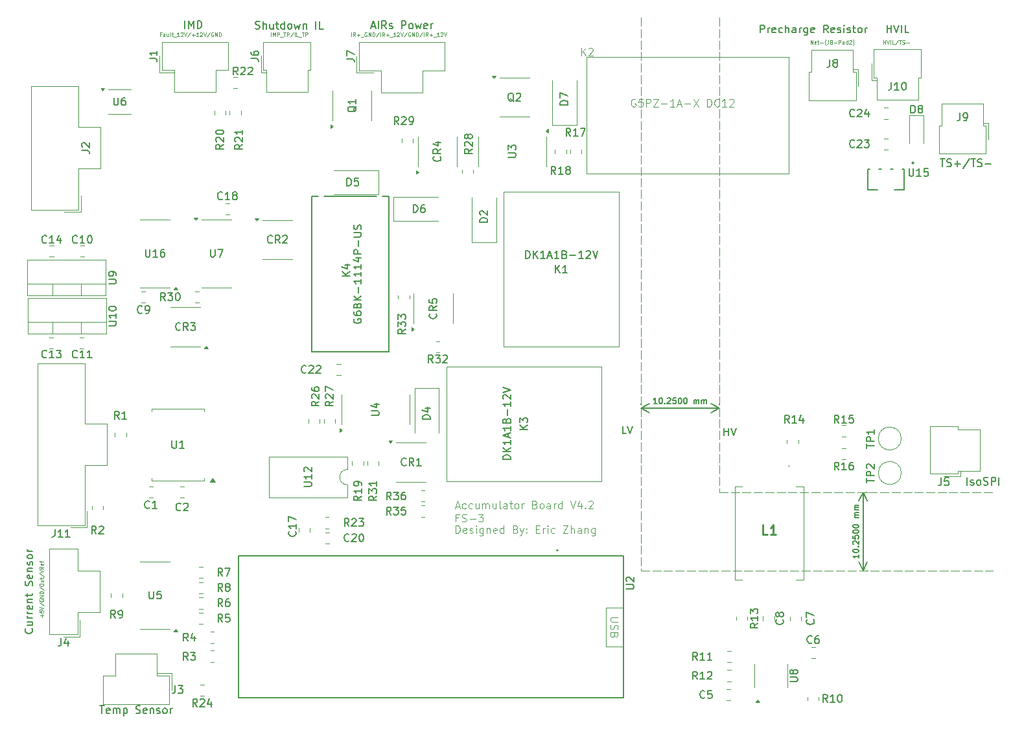
<source format=gbr>
%TF.GenerationSoftware,KiCad,Pcbnew,8.0.3*%
%TF.CreationDate,2025-04-13T18:48:38-07:00*%
%TF.ProjectId,Accumulator_Board,41636375-6d75-46c6-9174-6f725f426f61,4.2*%
%TF.SameCoordinates,Original*%
%TF.FileFunction,Legend,Top*%
%TF.FilePolarity,Positive*%
%FSLAX46Y46*%
G04 Gerber Fmt 4.6, Leading zero omitted, Abs format (unit mm)*
G04 Created by KiCad (PCBNEW 8.0.3) date 2025-04-13 18:48:38*
%MOMM*%
%LPD*%
G01*
G04 APERTURE LIST*
%ADD10C,0.100000*%
%ADD11C,0.062500*%
%ADD12C,0.150000*%
%ADD13C,0.200000*%
%ADD14C,0.254000*%
%ADD15C,0.120000*%
%ADD16C,0.152400*%
%ADD17C,0.127000*%
G04 APERTURE END LIST*
D10*
X100500000Y-90750000D02*
X101600000Y-90750000D01*
X102000000Y-90750000D02*
X103100000Y-90750000D01*
X103500000Y-90750000D02*
X104600000Y-90750000D01*
X105000000Y-90750000D02*
X106100000Y-90750000D01*
X106500000Y-90750000D02*
X107600000Y-90750000D01*
X108000000Y-90750000D02*
X109100000Y-90750000D01*
X109500000Y-90750000D02*
X110600000Y-90750000D01*
X111000000Y-90750000D02*
X112100000Y-90750000D01*
X112500000Y-90750000D02*
X113600000Y-90750000D01*
X114000000Y-90750000D02*
X115100000Y-90750000D01*
X115500000Y-90750000D02*
X116600000Y-90750000D01*
X117000000Y-90750000D02*
X118100000Y-90750000D01*
X118500000Y-90750000D02*
X119600000Y-90750000D01*
X120000000Y-90750000D02*
X121100000Y-90750000D01*
X121500000Y-90750000D02*
X122600000Y-90750000D01*
X123000000Y-90750000D02*
X124100000Y-90750000D01*
X124500000Y-90750000D02*
X125600000Y-90750000D01*
X126000000Y-90750000D02*
X127100000Y-90750000D01*
X127500000Y-90750000D02*
X128600000Y-90750000D01*
X129000000Y-90750000D02*
X130100000Y-90750000D01*
X130500000Y-90750000D02*
X131600000Y-90750000D01*
X132000000Y-90750000D02*
X133100000Y-90750000D01*
X133500000Y-90750000D02*
X134600000Y-90750000D01*
X135000000Y-90750000D02*
X136100000Y-90750000D01*
X136500000Y-90750000D02*
X137600000Y-90750000D01*
X138000000Y-90750000D02*
X139100000Y-90750000D01*
X139500000Y-90750000D02*
X140600000Y-90750000D01*
X141000000Y-90750000D02*
X142100000Y-90750000D01*
X142500000Y-90750000D02*
X143600000Y-90750000D01*
X144000000Y-90750000D02*
X145100000Y-90750000D01*
X145500000Y-90750000D02*
X146500000Y-90750000D01*
X110750000Y-18500000D02*
X110750000Y-19600000D01*
X110750000Y-20000000D02*
X110750000Y-21100000D01*
X110750000Y-21500000D02*
X110750000Y-22600000D01*
X110750000Y-23000000D02*
X110750000Y-24100000D01*
X110750000Y-24500000D02*
X110750000Y-25600000D01*
X110750000Y-26000000D02*
X110750000Y-27100000D01*
X110750000Y-27500000D02*
X110750000Y-28600000D01*
X110750000Y-29000000D02*
X110750000Y-30100000D01*
X110750000Y-30500000D02*
X110750000Y-31600000D01*
X110750000Y-32000000D02*
X110750000Y-33100000D01*
X110750000Y-33500000D02*
X110750000Y-34600000D01*
X110750000Y-35000000D02*
X110750000Y-36100000D01*
X110750000Y-36500000D02*
X110750000Y-37600000D01*
X110750000Y-38000000D02*
X110750000Y-39100000D01*
X110750000Y-39500000D02*
X110750000Y-40600000D01*
X110750000Y-41000000D02*
X110750000Y-42100000D01*
X110750000Y-42500000D02*
X110750000Y-43600000D01*
X110750000Y-44000000D02*
X110750000Y-45100000D01*
X110750000Y-45500000D02*
X110750000Y-46600000D01*
X110750000Y-47000000D02*
X110750000Y-48100000D01*
X110750000Y-48500000D02*
X110750000Y-49600000D01*
X110750000Y-50000000D02*
X110750000Y-51100000D01*
X110750000Y-51500000D02*
X110750000Y-52600000D01*
X110750000Y-53000000D02*
X110750000Y-54100000D01*
X110750000Y-54500000D02*
X110750000Y-55600000D01*
X110750000Y-56000000D02*
X110750000Y-57100000D01*
X110750000Y-57500000D02*
X110750000Y-58600000D01*
X110750000Y-59000000D02*
X110750000Y-60100000D01*
X110750000Y-60500000D02*
X110750000Y-61600000D01*
X110750000Y-62000000D02*
X110750000Y-63100000D01*
X110750000Y-63500000D02*
X110750000Y-64600000D01*
X110750000Y-65000000D02*
X110750000Y-66100000D01*
X110750000Y-66500000D02*
X110750000Y-67600000D01*
X110750000Y-68000000D02*
X110750000Y-69100000D01*
X110750000Y-69500000D02*
X110750000Y-70600000D01*
X110750000Y-71000000D02*
X110750000Y-72100000D01*
X110750000Y-72500000D02*
X110750000Y-73600000D01*
X110750000Y-74000000D02*
X110750000Y-75100000D01*
X110750000Y-75500000D02*
X110750000Y-76600000D01*
X110750000Y-77000000D02*
X110750000Y-78100000D01*
X110750000Y-78500000D02*
X110750000Y-79600000D01*
X110750000Y-80000000D02*
X110750000Y-80500000D01*
X100500000Y-18500000D02*
X100500000Y-19600000D01*
X100500000Y-20000000D02*
X100500000Y-21100000D01*
X100500000Y-21500000D02*
X100500000Y-22600000D01*
X100500000Y-23000000D02*
X100500000Y-24100000D01*
X100500000Y-24500000D02*
X100500000Y-25600000D01*
X100500000Y-26000000D02*
X100500000Y-27100000D01*
X100500000Y-27500000D02*
X100500000Y-28600000D01*
X100500000Y-29000000D02*
X100500000Y-30100000D01*
X100500000Y-30500000D02*
X100500000Y-31600000D01*
X100500000Y-32000000D02*
X100500000Y-33100000D01*
X100500000Y-33500000D02*
X100500000Y-34600000D01*
X100500000Y-35000000D02*
X100500000Y-36100000D01*
X100500000Y-36500000D02*
X100500000Y-37600000D01*
X100500000Y-38000000D02*
X100500000Y-39100000D01*
X100500000Y-39500000D02*
X100500000Y-40600000D01*
X100500000Y-41000000D02*
X100500000Y-42100000D01*
X100500000Y-42500000D02*
X100500000Y-43600000D01*
X100500000Y-44000000D02*
X100500000Y-45100000D01*
X100500000Y-45500000D02*
X100500000Y-46600000D01*
X100500000Y-47000000D02*
X100500000Y-48100000D01*
X100500000Y-48500000D02*
X100500000Y-49600000D01*
X100500000Y-50000000D02*
X100500000Y-51100000D01*
X100500000Y-51500000D02*
X100500000Y-52600000D01*
X100500000Y-53000000D02*
X100500000Y-54100000D01*
X100500000Y-54500000D02*
X100500000Y-55600000D01*
X100500000Y-56000000D02*
X100500000Y-57100000D01*
X100500000Y-57500000D02*
X100500000Y-58600000D01*
X100500000Y-59000000D02*
X100500000Y-60100000D01*
X100500000Y-60500000D02*
X100500000Y-61600000D01*
X100500000Y-62000000D02*
X100500000Y-63100000D01*
X100500000Y-63500000D02*
X100500000Y-64600000D01*
X100500000Y-65000000D02*
X100500000Y-66100000D01*
X100500000Y-66500000D02*
X100500000Y-67600000D01*
X100500000Y-68000000D02*
X100500000Y-69100000D01*
X100500000Y-69500000D02*
X100500000Y-70600000D01*
X100500000Y-71000000D02*
X100500000Y-72100000D01*
X100500000Y-72500000D02*
X100500000Y-73600000D01*
X100500000Y-74000000D02*
X100500000Y-75100000D01*
X100500000Y-75500000D02*
X100500000Y-76600000D01*
X100500000Y-77000000D02*
X100500000Y-78100000D01*
X100500000Y-78500000D02*
X100500000Y-79600000D01*
X100500000Y-80000000D02*
X100500000Y-81100000D01*
X100500000Y-81500000D02*
X100500000Y-82600000D01*
X100500000Y-83000000D02*
X100500000Y-84100000D01*
X100500000Y-84500000D02*
X100500000Y-85600000D01*
X100500000Y-86000000D02*
X100500000Y-87100000D01*
X100500000Y-87500000D02*
X100500000Y-88600000D01*
X100500000Y-89000000D02*
X100500000Y-90100000D01*
X100500000Y-90500000D02*
X100500000Y-90750000D01*
X110750000Y-80500000D02*
X111850000Y-80500000D01*
X112250000Y-80500000D02*
X113350000Y-80500000D01*
X113750000Y-80500000D02*
X114850000Y-80500000D01*
X115250000Y-80500000D02*
X116350000Y-80500000D01*
X116750000Y-80500000D02*
X117850000Y-80500000D01*
X118250000Y-80500000D02*
X119350000Y-80500000D01*
X119750000Y-80500000D02*
X120850000Y-80500000D01*
X121250000Y-80500000D02*
X122350000Y-80500000D01*
X122750000Y-80500000D02*
X123850000Y-80500000D01*
X124250000Y-80500000D02*
X125350000Y-80500000D01*
X125750000Y-80500000D02*
X126850000Y-80500000D01*
X127250000Y-80500000D02*
X128350000Y-80500000D01*
X128750000Y-80500000D02*
X129850000Y-80500000D01*
X130250000Y-80500000D02*
X131350000Y-80500000D01*
X131750000Y-80500000D02*
X132850000Y-80500000D01*
X133250000Y-80500000D02*
X134350000Y-80500000D01*
X134750000Y-80500000D02*
X135850000Y-80500000D01*
X136250000Y-80500000D02*
X137350000Y-80500000D01*
X137750000Y-80500000D02*
X138850000Y-80500000D01*
X139250000Y-80500000D02*
X140350000Y-80500000D01*
X140750000Y-80500000D02*
X141850000Y-80500000D01*
X142250000Y-80500000D02*
X143350000Y-80500000D01*
X143750000Y-80500000D02*
X144850000Y-80500000D01*
X145250000Y-80500000D02*
X146350000Y-80500000D01*
X76637217Y-83848609D02*
X76303884Y-83848609D01*
X76303884Y-84372419D02*
X76303884Y-83372419D01*
X76303884Y-83372419D02*
X76780074Y-83372419D01*
X77113408Y-84324800D02*
X77256265Y-84372419D01*
X77256265Y-84372419D02*
X77494360Y-84372419D01*
X77494360Y-84372419D02*
X77589598Y-84324800D01*
X77589598Y-84324800D02*
X77637217Y-84277180D01*
X77637217Y-84277180D02*
X77684836Y-84181942D01*
X77684836Y-84181942D02*
X77684836Y-84086704D01*
X77684836Y-84086704D02*
X77637217Y-83991466D01*
X77637217Y-83991466D02*
X77589598Y-83943847D01*
X77589598Y-83943847D02*
X77494360Y-83896228D01*
X77494360Y-83896228D02*
X77303884Y-83848609D01*
X77303884Y-83848609D02*
X77208646Y-83800990D01*
X77208646Y-83800990D02*
X77161027Y-83753371D01*
X77161027Y-83753371D02*
X77113408Y-83658133D01*
X77113408Y-83658133D02*
X77113408Y-83562895D01*
X77113408Y-83562895D02*
X77161027Y-83467657D01*
X77161027Y-83467657D02*
X77208646Y-83420038D01*
X77208646Y-83420038D02*
X77303884Y-83372419D01*
X77303884Y-83372419D02*
X77541979Y-83372419D01*
X77541979Y-83372419D02*
X77684836Y-83420038D01*
X78113408Y-83991466D02*
X78875313Y-83991466D01*
X79256265Y-83372419D02*
X79875312Y-83372419D01*
X79875312Y-83372419D02*
X79541979Y-83753371D01*
X79541979Y-83753371D02*
X79684836Y-83753371D01*
X79684836Y-83753371D02*
X79780074Y-83800990D01*
X79780074Y-83800990D02*
X79827693Y-83848609D01*
X79827693Y-83848609D02*
X79875312Y-83943847D01*
X79875312Y-83943847D02*
X79875312Y-84181942D01*
X79875312Y-84181942D02*
X79827693Y-84277180D01*
X79827693Y-84277180D02*
X79780074Y-84324800D01*
X79780074Y-84324800D02*
X79684836Y-84372419D01*
X79684836Y-84372419D02*
X79399122Y-84372419D01*
X79399122Y-84372419D02*
X79303884Y-84324800D01*
X79303884Y-84324800D02*
X79256265Y-84277180D01*
D11*
X122660165Y-21935559D02*
X122660165Y-21435559D01*
X122660165Y-21435559D02*
X122945879Y-21935559D01*
X122945879Y-21935559D02*
X122945879Y-21435559D01*
X123374451Y-21911750D02*
X123326832Y-21935559D01*
X123326832Y-21935559D02*
X123231594Y-21935559D01*
X123231594Y-21935559D02*
X123183975Y-21911750D01*
X123183975Y-21911750D02*
X123160166Y-21864130D01*
X123160166Y-21864130D02*
X123160166Y-21673654D01*
X123160166Y-21673654D02*
X123183975Y-21626035D01*
X123183975Y-21626035D02*
X123231594Y-21602226D01*
X123231594Y-21602226D02*
X123326832Y-21602226D01*
X123326832Y-21602226D02*
X123374451Y-21626035D01*
X123374451Y-21626035D02*
X123398261Y-21673654D01*
X123398261Y-21673654D02*
X123398261Y-21721273D01*
X123398261Y-21721273D02*
X123160166Y-21768892D01*
X123541118Y-21602226D02*
X123731594Y-21602226D01*
X123612546Y-21435559D02*
X123612546Y-21864130D01*
X123612546Y-21864130D02*
X123636356Y-21911750D01*
X123636356Y-21911750D02*
X123683975Y-21935559D01*
X123683975Y-21935559D02*
X123731594Y-21935559D01*
X123898260Y-21745083D02*
X124279213Y-21745083D01*
X124660165Y-22126035D02*
X124636356Y-22102226D01*
X124636356Y-22102226D02*
X124588737Y-22030797D01*
X124588737Y-22030797D02*
X124564927Y-21983178D01*
X124564927Y-21983178D02*
X124541118Y-21911750D01*
X124541118Y-21911750D02*
X124517308Y-21792702D01*
X124517308Y-21792702D02*
X124517308Y-21697464D01*
X124517308Y-21697464D02*
X124541118Y-21578416D01*
X124541118Y-21578416D02*
X124564927Y-21506988D01*
X124564927Y-21506988D02*
X124588737Y-21459369D01*
X124588737Y-21459369D02*
X124636356Y-21387940D01*
X124636356Y-21387940D02*
X124660165Y-21364130D01*
X124993498Y-21435559D02*
X124993498Y-21792702D01*
X124993498Y-21792702D02*
X124969689Y-21864130D01*
X124969689Y-21864130D02*
X124922070Y-21911750D01*
X124922070Y-21911750D02*
X124850641Y-21935559D01*
X124850641Y-21935559D02*
X124803022Y-21935559D01*
X125303022Y-21649845D02*
X125255403Y-21626035D01*
X125255403Y-21626035D02*
X125231593Y-21602226D01*
X125231593Y-21602226D02*
X125207784Y-21554607D01*
X125207784Y-21554607D02*
X125207784Y-21530797D01*
X125207784Y-21530797D02*
X125231593Y-21483178D01*
X125231593Y-21483178D02*
X125255403Y-21459369D01*
X125255403Y-21459369D02*
X125303022Y-21435559D01*
X125303022Y-21435559D02*
X125398260Y-21435559D01*
X125398260Y-21435559D02*
X125445879Y-21459369D01*
X125445879Y-21459369D02*
X125469688Y-21483178D01*
X125469688Y-21483178D02*
X125493498Y-21530797D01*
X125493498Y-21530797D02*
X125493498Y-21554607D01*
X125493498Y-21554607D02*
X125469688Y-21602226D01*
X125469688Y-21602226D02*
X125445879Y-21626035D01*
X125445879Y-21626035D02*
X125398260Y-21649845D01*
X125398260Y-21649845D02*
X125303022Y-21649845D01*
X125303022Y-21649845D02*
X125255403Y-21673654D01*
X125255403Y-21673654D02*
X125231593Y-21697464D01*
X125231593Y-21697464D02*
X125207784Y-21745083D01*
X125207784Y-21745083D02*
X125207784Y-21840321D01*
X125207784Y-21840321D02*
X125231593Y-21887940D01*
X125231593Y-21887940D02*
X125255403Y-21911750D01*
X125255403Y-21911750D02*
X125303022Y-21935559D01*
X125303022Y-21935559D02*
X125398260Y-21935559D01*
X125398260Y-21935559D02*
X125445879Y-21911750D01*
X125445879Y-21911750D02*
X125469688Y-21887940D01*
X125469688Y-21887940D02*
X125493498Y-21840321D01*
X125493498Y-21840321D02*
X125493498Y-21745083D01*
X125493498Y-21745083D02*
X125469688Y-21697464D01*
X125469688Y-21697464D02*
X125445879Y-21673654D01*
X125445879Y-21673654D02*
X125398260Y-21649845D01*
X125707783Y-21745083D02*
X126088736Y-21745083D01*
X126326831Y-21935559D02*
X126326831Y-21435559D01*
X126326831Y-21435559D02*
X126517307Y-21435559D01*
X126517307Y-21435559D02*
X126564926Y-21459369D01*
X126564926Y-21459369D02*
X126588736Y-21483178D01*
X126588736Y-21483178D02*
X126612545Y-21530797D01*
X126612545Y-21530797D02*
X126612545Y-21602226D01*
X126612545Y-21602226D02*
X126588736Y-21649845D01*
X126588736Y-21649845D02*
X126564926Y-21673654D01*
X126564926Y-21673654D02*
X126517307Y-21697464D01*
X126517307Y-21697464D02*
X126326831Y-21697464D01*
X127041117Y-21935559D02*
X127041117Y-21673654D01*
X127041117Y-21673654D02*
X127017307Y-21626035D01*
X127017307Y-21626035D02*
X126969688Y-21602226D01*
X126969688Y-21602226D02*
X126874450Y-21602226D01*
X126874450Y-21602226D02*
X126826831Y-21626035D01*
X127041117Y-21911750D02*
X126993498Y-21935559D01*
X126993498Y-21935559D02*
X126874450Y-21935559D01*
X126874450Y-21935559D02*
X126826831Y-21911750D01*
X126826831Y-21911750D02*
X126803022Y-21864130D01*
X126803022Y-21864130D02*
X126803022Y-21816511D01*
X126803022Y-21816511D02*
X126826831Y-21768892D01*
X126826831Y-21768892D02*
X126874450Y-21745083D01*
X126874450Y-21745083D02*
X126993498Y-21745083D01*
X126993498Y-21745083D02*
X127041117Y-21721273D01*
X127493498Y-21935559D02*
X127493498Y-21435559D01*
X127493498Y-21911750D02*
X127445879Y-21935559D01*
X127445879Y-21935559D02*
X127350641Y-21935559D01*
X127350641Y-21935559D02*
X127303022Y-21911750D01*
X127303022Y-21911750D02*
X127279212Y-21887940D01*
X127279212Y-21887940D02*
X127255403Y-21840321D01*
X127255403Y-21840321D02*
X127255403Y-21697464D01*
X127255403Y-21697464D02*
X127279212Y-21649845D01*
X127279212Y-21649845D02*
X127303022Y-21626035D01*
X127303022Y-21626035D02*
X127350641Y-21602226D01*
X127350641Y-21602226D02*
X127445879Y-21602226D01*
X127445879Y-21602226D02*
X127493498Y-21626035D01*
X127707784Y-21483178D02*
X127731593Y-21459369D01*
X127731593Y-21459369D02*
X127779212Y-21435559D01*
X127779212Y-21435559D02*
X127898260Y-21435559D01*
X127898260Y-21435559D02*
X127945879Y-21459369D01*
X127945879Y-21459369D02*
X127969688Y-21483178D01*
X127969688Y-21483178D02*
X127993498Y-21530797D01*
X127993498Y-21530797D02*
X127993498Y-21578416D01*
X127993498Y-21578416D02*
X127969688Y-21649845D01*
X127969688Y-21649845D02*
X127683974Y-21935559D01*
X127683974Y-21935559D02*
X127993498Y-21935559D01*
X128160164Y-22126035D02*
X128183974Y-22102226D01*
X128183974Y-22102226D02*
X128231593Y-22030797D01*
X128231593Y-22030797D02*
X128255402Y-21983178D01*
X128255402Y-21983178D02*
X128279212Y-21911750D01*
X128279212Y-21911750D02*
X128303021Y-21792702D01*
X128303021Y-21792702D02*
X128303021Y-21697464D01*
X128303021Y-21697464D02*
X128279212Y-21578416D01*
X128279212Y-21578416D02*
X128255402Y-21506988D01*
X128255402Y-21506988D02*
X128231593Y-21459369D01*
X128231593Y-21459369D02*
X128183974Y-21387940D01*
X128183974Y-21387940D02*
X128160164Y-21364130D01*
X37826832Y-20673654D02*
X37660165Y-20673654D01*
X37660165Y-20935559D02*
X37660165Y-20435559D01*
X37660165Y-20435559D02*
X37898260Y-20435559D01*
X38303022Y-20935559D02*
X38303022Y-20673654D01*
X38303022Y-20673654D02*
X38279212Y-20626035D01*
X38279212Y-20626035D02*
X38231593Y-20602226D01*
X38231593Y-20602226D02*
X38136355Y-20602226D01*
X38136355Y-20602226D02*
X38088736Y-20626035D01*
X38303022Y-20911750D02*
X38255403Y-20935559D01*
X38255403Y-20935559D02*
X38136355Y-20935559D01*
X38136355Y-20935559D02*
X38088736Y-20911750D01*
X38088736Y-20911750D02*
X38064927Y-20864130D01*
X38064927Y-20864130D02*
X38064927Y-20816511D01*
X38064927Y-20816511D02*
X38088736Y-20768892D01*
X38088736Y-20768892D02*
X38136355Y-20745083D01*
X38136355Y-20745083D02*
X38255403Y-20745083D01*
X38255403Y-20745083D02*
X38303022Y-20721273D01*
X38755403Y-20602226D02*
X38755403Y-20935559D01*
X38541117Y-20602226D02*
X38541117Y-20864130D01*
X38541117Y-20864130D02*
X38564927Y-20911750D01*
X38564927Y-20911750D02*
X38612546Y-20935559D01*
X38612546Y-20935559D02*
X38683974Y-20935559D01*
X38683974Y-20935559D02*
X38731593Y-20911750D01*
X38731593Y-20911750D02*
X38755403Y-20887940D01*
X39064927Y-20935559D02*
X39017308Y-20911750D01*
X39017308Y-20911750D02*
X38993498Y-20864130D01*
X38993498Y-20864130D02*
X38993498Y-20435559D01*
X39183975Y-20602226D02*
X39374451Y-20602226D01*
X39255403Y-20435559D02*
X39255403Y-20864130D01*
X39255403Y-20864130D02*
X39279213Y-20911750D01*
X39279213Y-20911750D02*
X39326832Y-20935559D01*
X39326832Y-20935559D02*
X39374451Y-20935559D01*
X39422070Y-20983178D02*
X39803022Y-20983178D01*
X40183974Y-20935559D02*
X39898260Y-20935559D01*
X40041117Y-20935559D02*
X40041117Y-20435559D01*
X40041117Y-20435559D02*
X39993498Y-20506988D01*
X39993498Y-20506988D02*
X39945879Y-20554607D01*
X39945879Y-20554607D02*
X39898260Y-20578416D01*
X40374450Y-20483178D02*
X40398259Y-20459369D01*
X40398259Y-20459369D02*
X40445878Y-20435559D01*
X40445878Y-20435559D02*
X40564926Y-20435559D01*
X40564926Y-20435559D02*
X40612545Y-20459369D01*
X40612545Y-20459369D02*
X40636354Y-20483178D01*
X40636354Y-20483178D02*
X40660164Y-20530797D01*
X40660164Y-20530797D02*
X40660164Y-20578416D01*
X40660164Y-20578416D02*
X40636354Y-20649845D01*
X40636354Y-20649845D02*
X40350640Y-20935559D01*
X40350640Y-20935559D02*
X40660164Y-20935559D01*
X40803021Y-20435559D02*
X40969687Y-20935559D01*
X40969687Y-20935559D02*
X41136354Y-20435559D01*
X41660163Y-20411750D02*
X41231592Y-21054607D01*
X41826830Y-20745083D02*
X42207783Y-20745083D01*
X42017306Y-20935559D02*
X42017306Y-20554607D01*
X42707783Y-20935559D02*
X42422069Y-20935559D01*
X42564926Y-20935559D02*
X42564926Y-20435559D01*
X42564926Y-20435559D02*
X42517307Y-20506988D01*
X42517307Y-20506988D02*
X42469688Y-20554607D01*
X42469688Y-20554607D02*
X42422069Y-20578416D01*
X42898259Y-20483178D02*
X42922068Y-20459369D01*
X42922068Y-20459369D02*
X42969687Y-20435559D01*
X42969687Y-20435559D02*
X43088735Y-20435559D01*
X43088735Y-20435559D02*
X43136354Y-20459369D01*
X43136354Y-20459369D02*
X43160163Y-20483178D01*
X43160163Y-20483178D02*
X43183973Y-20530797D01*
X43183973Y-20530797D02*
X43183973Y-20578416D01*
X43183973Y-20578416D02*
X43160163Y-20649845D01*
X43160163Y-20649845D02*
X42874449Y-20935559D01*
X42874449Y-20935559D02*
X43183973Y-20935559D01*
X43326830Y-20435559D02*
X43493496Y-20935559D01*
X43493496Y-20935559D02*
X43660163Y-20435559D01*
X44183972Y-20411750D02*
X43755401Y-21054607D01*
X44612544Y-20459369D02*
X44564925Y-20435559D01*
X44564925Y-20435559D02*
X44493496Y-20435559D01*
X44493496Y-20435559D02*
X44422068Y-20459369D01*
X44422068Y-20459369D02*
X44374449Y-20506988D01*
X44374449Y-20506988D02*
X44350639Y-20554607D01*
X44350639Y-20554607D02*
X44326830Y-20649845D01*
X44326830Y-20649845D02*
X44326830Y-20721273D01*
X44326830Y-20721273D02*
X44350639Y-20816511D01*
X44350639Y-20816511D02*
X44374449Y-20864130D01*
X44374449Y-20864130D02*
X44422068Y-20911750D01*
X44422068Y-20911750D02*
X44493496Y-20935559D01*
X44493496Y-20935559D02*
X44541115Y-20935559D01*
X44541115Y-20935559D02*
X44612544Y-20911750D01*
X44612544Y-20911750D02*
X44636353Y-20887940D01*
X44636353Y-20887940D02*
X44636353Y-20721273D01*
X44636353Y-20721273D02*
X44541115Y-20721273D01*
X44850639Y-20935559D02*
X44850639Y-20435559D01*
X44850639Y-20435559D02*
X45136353Y-20935559D01*
X45136353Y-20935559D02*
X45136353Y-20435559D01*
X45374449Y-20935559D02*
X45374449Y-20435559D01*
X45374449Y-20435559D02*
X45493497Y-20435559D01*
X45493497Y-20435559D02*
X45564925Y-20459369D01*
X45564925Y-20459369D02*
X45612544Y-20506988D01*
X45612544Y-20506988D02*
X45636354Y-20554607D01*
X45636354Y-20554607D02*
X45660163Y-20649845D01*
X45660163Y-20649845D02*
X45660163Y-20721273D01*
X45660163Y-20721273D02*
X45636354Y-20816511D01*
X45636354Y-20816511D02*
X45612544Y-20864130D01*
X45612544Y-20864130D02*
X45564925Y-20911750D01*
X45564925Y-20911750D02*
X45493497Y-20935559D01*
X45493497Y-20935559D02*
X45374449Y-20935559D01*
X62660165Y-20935559D02*
X62660165Y-20435559D01*
X63183974Y-20935559D02*
X63017308Y-20697464D01*
X62898260Y-20935559D02*
X62898260Y-20435559D01*
X62898260Y-20435559D02*
X63088736Y-20435559D01*
X63088736Y-20435559D02*
X63136355Y-20459369D01*
X63136355Y-20459369D02*
X63160165Y-20483178D01*
X63160165Y-20483178D02*
X63183974Y-20530797D01*
X63183974Y-20530797D02*
X63183974Y-20602226D01*
X63183974Y-20602226D02*
X63160165Y-20649845D01*
X63160165Y-20649845D02*
X63136355Y-20673654D01*
X63136355Y-20673654D02*
X63088736Y-20697464D01*
X63088736Y-20697464D02*
X62898260Y-20697464D01*
X63398260Y-20745083D02*
X63779213Y-20745083D01*
X63588736Y-20935559D02*
X63588736Y-20554607D01*
X63898261Y-20983178D02*
X64279213Y-20983178D01*
X64660165Y-20459369D02*
X64612546Y-20435559D01*
X64612546Y-20435559D02*
X64541117Y-20435559D01*
X64541117Y-20435559D02*
X64469689Y-20459369D01*
X64469689Y-20459369D02*
X64422070Y-20506988D01*
X64422070Y-20506988D02*
X64398260Y-20554607D01*
X64398260Y-20554607D02*
X64374451Y-20649845D01*
X64374451Y-20649845D02*
X64374451Y-20721273D01*
X64374451Y-20721273D02*
X64398260Y-20816511D01*
X64398260Y-20816511D02*
X64422070Y-20864130D01*
X64422070Y-20864130D02*
X64469689Y-20911750D01*
X64469689Y-20911750D02*
X64541117Y-20935559D01*
X64541117Y-20935559D02*
X64588736Y-20935559D01*
X64588736Y-20935559D02*
X64660165Y-20911750D01*
X64660165Y-20911750D02*
X64683974Y-20887940D01*
X64683974Y-20887940D02*
X64683974Y-20721273D01*
X64683974Y-20721273D02*
X64588736Y-20721273D01*
X64898260Y-20935559D02*
X64898260Y-20435559D01*
X64898260Y-20435559D02*
X65183974Y-20935559D01*
X65183974Y-20935559D02*
X65183974Y-20435559D01*
X65422070Y-20935559D02*
X65422070Y-20435559D01*
X65422070Y-20435559D02*
X65541118Y-20435559D01*
X65541118Y-20435559D02*
X65612546Y-20459369D01*
X65612546Y-20459369D02*
X65660165Y-20506988D01*
X65660165Y-20506988D02*
X65683975Y-20554607D01*
X65683975Y-20554607D02*
X65707784Y-20649845D01*
X65707784Y-20649845D02*
X65707784Y-20721273D01*
X65707784Y-20721273D02*
X65683975Y-20816511D01*
X65683975Y-20816511D02*
X65660165Y-20864130D01*
X65660165Y-20864130D02*
X65612546Y-20911750D01*
X65612546Y-20911750D02*
X65541118Y-20935559D01*
X65541118Y-20935559D02*
X65422070Y-20935559D01*
X66279213Y-20411750D02*
X65850642Y-21054607D01*
X66445880Y-20935559D02*
X66445880Y-20435559D01*
X66969689Y-20935559D02*
X66803023Y-20697464D01*
X66683975Y-20935559D02*
X66683975Y-20435559D01*
X66683975Y-20435559D02*
X66874451Y-20435559D01*
X66874451Y-20435559D02*
X66922070Y-20459369D01*
X66922070Y-20459369D02*
X66945880Y-20483178D01*
X66945880Y-20483178D02*
X66969689Y-20530797D01*
X66969689Y-20530797D02*
X66969689Y-20602226D01*
X66969689Y-20602226D02*
X66945880Y-20649845D01*
X66945880Y-20649845D02*
X66922070Y-20673654D01*
X66922070Y-20673654D02*
X66874451Y-20697464D01*
X66874451Y-20697464D02*
X66683975Y-20697464D01*
X67183975Y-20745083D02*
X67564928Y-20745083D01*
X67374451Y-20935559D02*
X67374451Y-20554607D01*
X67683976Y-20983178D02*
X68064928Y-20983178D01*
X68445880Y-20935559D02*
X68160166Y-20935559D01*
X68303023Y-20935559D02*
X68303023Y-20435559D01*
X68303023Y-20435559D02*
X68255404Y-20506988D01*
X68255404Y-20506988D02*
X68207785Y-20554607D01*
X68207785Y-20554607D02*
X68160166Y-20578416D01*
X68636356Y-20483178D02*
X68660165Y-20459369D01*
X68660165Y-20459369D02*
X68707784Y-20435559D01*
X68707784Y-20435559D02*
X68826832Y-20435559D01*
X68826832Y-20435559D02*
X68874451Y-20459369D01*
X68874451Y-20459369D02*
X68898260Y-20483178D01*
X68898260Y-20483178D02*
X68922070Y-20530797D01*
X68922070Y-20530797D02*
X68922070Y-20578416D01*
X68922070Y-20578416D02*
X68898260Y-20649845D01*
X68898260Y-20649845D02*
X68612546Y-20935559D01*
X68612546Y-20935559D02*
X68922070Y-20935559D01*
X69064927Y-20435559D02*
X69231593Y-20935559D01*
X69231593Y-20935559D02*
X69398260Y-20435559D01*
X69922069Y-20411750D02*
X69493498Y-21054607D01*
X70350641Y-20459369D02*
X70303022Y-20435559D01*
X70303022Y-20435559D02*
X70231593Y-20435559D01*
X70231593Y-20435559D02*
X70160165Y-20459369D01*
X70160165Y-20459369D02*
X70112546Y-20506988D01*
X70112546Y-20506988D02*
X70088736Y-20554607D01*
X70088736Y-20554607D02*
X70064927Y-20649845D01*
X70064927Y-20649845D02*
X70064927Y-20721273D01*
X70064927Y-20721273D02*
X70088736Y-20816511D01*
X70088736Y-20816511D02*
X70112546Y-20864130D01*
X70112546Y-20864130D02*
X70160165Y-20911750D01*
X70160165Y-20911750D02*
X70231593Y-20935559D01*
X70231593Y-20935559D02*
X70279212Y-20935559D01*
X70279212Y-20935559D02*
X70350641Y-20911750D01*
X70350641Y-20911750D02*
X70374450Y-20887940D01*
X70374450Y-20887940D02*
X70374450Y-20721273D01*
X70374450Y-20721273D02*
X70279212Y-20721273D01*
X70588736Y-20935559D02*
X70588736Y-20435559D01*
X70588736Y-20435559D02*
X70874450Y-20935559D01*
X70874450Y-20935559D02*
X70874450Y-20435559D01*
X71112546Y-20935559D02*
X71112546Y-20435559D01*
X71112546Y-20435559D02*
X71231594Y-20435559D01*
X71231594Y-20435559D02*
X71303022Y-20459369D01*
X71303022Y-20459369D02*
X71350641Y-20506988D01*
X71350641Y-20506988D02*
X71374451Y-20554607D01*
X71374451Y-20554607D02*
X71398260Y-20649845D01*
X71398260Y-20649845D02*
X71398260Y-20721273D01*
X71398260Y-20721273D02*
X71374451Y-20816511D01*
X71374451Y-20816511D02*
X71350641Y-20864130D01*
X71350641Y-20864130D02*
X71303022Y-20911750D01*
X71303022Y-20911750D02*
X71231594Y-20935559D01*
X71231594Y-20935559D02*
X71112546Y-20935559D01*
X71969689Y-20411750D02*
X71541118Y-21054607D01*
X72136356Y-20935559D02*
X72136356Y-20435559D01*
X72660165Y-20935559D02*
X72493499Y-20697464D01*
X72374451Y-20935559D02*
X72374451Y-20435559D01*
X72374451Y-20435559D02*
X72564927Y-20435559D01*
X72564927Y-20435559D02*
X72612546Y-20459369D01*
X72612546Y-20459369D02*
X72636356Y-20483178D01*
X72636356Y-20483178D02*
X72660165Y-20530797D01*
X72660165Y-20530797D02*
X72660165Y-20602226D01*
X72660165Y-20602226D02*
X72636356Y-20649845D01*
X72636356Y-20649845D02*
X72612546Y-20673654D01*
X72612546Y-20673654D02*
X72564927Y-20697464D01*
X72564927Y-20697464D02*
X72374451Y-20697464D01*
X72874451Y-20745083D02*
X73255404Y-20745083D01*
X73064927Y-20935559D02*
X73064927Y-20554607D01*
X73374452Y-20983178D02*
X73755404Y-20983178D01*
X74136356Y-20935559D02*
X73850642Y-20935559D01*
X73993499Y-20935559D02*
X73993499Y-20435559D01*
X73993499Y-20435559D02*
X73945880Y-20506988D01*
X73945880Y-20506988D02*
X73898261Y-20554607D01*
X73898261Y-20554607D02*
X73850642Y-20578416D01*
X74326832Y-20483178D02*
X74350641Y-20459369D01*
X74350641Y-20459369D02*
X74398260Y-20435559D01*
X74398260Y-20435559D02*
X74517308Y-20435559D01*
X74517308Y-20435559D02*
X74564927Y-20459369D01*
X74564927Y-20459369D02*
X74588736Y-20483178D01*
X74588736Y-20483178D02*
X74612546Y-20530797D01*
X74612546Y-20530797D02*
X74612546Y-20578416D01*
X74612546Y-20578416D02*
X74588736Y-20649845D01*
X74588736Y-20649845D02*
X74303022Y-20935559D01*
X74303022Y-20935559D02*
X74612546Y-20935559D01*
X74755403Y-20435559D02*
X74922069Y-20935559D01*
X74922069Y-20935559D02*
X75088736Y-20435559D01*
D12*
X111336779Y-73119819D02*
X111336779Y-72119819D01*
X111336779Y-72596009D02*
X111908207Y-72596009D01*
X111908207Y-73119819D02*
X111908207Y-72119819D01*
X112241541Y-72119819D02*
X112574874Y-73119819D01*
X112574874Y-73119819D02*
X112908207Y-72119819D01*
D10*
X76268170Y-82366816D02*
X76744360Y-82366816D01*
X76172932Y-82652531D02*
X76506265Y-81652531D01*
X76506265Y-81652531D02*
X76839598Y-82652531D01*
X77601503Y-82604912D02*
X77506265Y-82652531D01*
X77506265Y-82652531D02*
X77315789Y-82652531D01*
X77315789Y-82652531D02*
X77220551Y-82604912D01*
X77220551Y-82604912D02*
X77172932Y-82557292D01*
X77172932Y-82557292D02*
X77125313Y-82462054D01*
X77125313Y-82462054D02*
X77125313Y-82176340D01*
X77125313Y-82176340D02*
X77172932Y-82081102D01*
X77172932Y-82081102D02*
X77220551Y-82033483D01*
X77220551Y-82033483D02*
X77315789Y-81985864D01*
X77315789Y-81985864D02*
X77506265Y-81985864D01*
X77506265Y-81985864D02*
X77601503Y-82033483D01*
X78458646Y-82604912D02*
X78363408Y-82652531D01*
X78363408Y-82652531D02*
X78172932Y-82652531D01*
X78172932Y-82652531D02*
X78077694Y-82604912D01*
X78077694Y-82604912D02*
X78030075Y-82557292D01*
X78030075Y-82557292D02*
X77982456Y-82462054D01*
X77982456Y-82462054D02*
X77982456Y-82176340D01*
X77982456Y-82176340D02*
X78030075Y-82081102D01*
X78030075Y-82081102D02*
X78077694Y-82033483D01*
X78077694Y-82033483D02*
X78172932Y-81985864D01*
X78172932Y-81985864D02*
X78363408Y-81985864D01*
X78363408Y-81985864D02*
X78458646Y-82033483D01*
X79315789Y-81985864D02*
X79315789Y-82652531D01*
X78887218Y-81985864D02*
X78887218Y-82509673D01*
X78887218Y-82509673D02*
X78934837Y-82604912D01*
X78934837Y-82604912D02*
X79030075Y-82652531D01*
X79030075Y-82652531D02*
X79172932Y-82652531D01*
X79172932Y-82652531D02*
X79268170Y-82604912D01*
X79268170Y-82604912D02*
X79315789Y-82557292D01*
X79791980Y-82652531D02*
X79791980Y-81985864D01*
X79791980Y-82081102D02*
X79839599Y-82033483D01*
X79839599Y-82033483D02*
X79934837Y-81985864D01*
X79934837Y-81985864D02*
X80077694Y-81985864D01*
X80077694Y-81985864D02*
X80172932Y-82033483D01*
X80172932Y-82033483D02*
X80220551Y-82128721D01*
X80220551Y-82128721D02*
X80220551Y-82652531D01*
X80220551Y-82128721D02*
X80268170Y-82033483D01*
X80268170Y-82033483D02*
X80363408Y-81985864D01*
X80363408Y-81985864D02*
X80506265Y-81985864D01*
X80506265Y-81985864D02*
X80601504Y-82033483D01*
X80601504Y-82033483D02*
X80649123Y-82128721D01*
X80649123Y-82128721D02*
X80649123Y-82652531D01*
X81553884Y-81985864D02*
X81553884Y-82652531D01*
X81125313Y-81985864D02*
X81125313Y-82509673D01*
X81125313Y-82509673D02*
X81172932Y-82604912D01*
X81172932Y-82604912D02*
X81268170Y-82652531D01*
X81268170Y-82652531D02*
X81411027Y-82652531D01*
X81411027Y-82652531D02*
X81506265Y-82604912D01*
X81506265Y-82604912D02*
X81553884Y-82557292D01*
X82172932Y-82652531D02*
X82077694Y-82604912D01*
X82077694Y-82604912D02*
X82030075Y-82509673D01*
X82030075Y-82509673D02*
X82030075Y-81652531D01*
X82982456Y-82652531D02*
X82982456Y-82128721D01*
X82982456Y-82128721D02*
X82934837Y-82033483D01*
X82934837Y-82033483D02*
X82839599Y-81985864D01*
X82839599Y-81985864D02*
X82649123Y-81985864D01*
X82649123Y-81985864D02*
X82553885Y-82033483D01*
X82982456Y-82604912D02*
X82887218Y-82652531D01*
X82887218Y-82652531D02*
X82649123Y-82652531D01*
X82649123Y-82652531D02*
X82553885Y-82604912D01*
X82553885Y-82604912D02*
X82506266Y-82509673D01*
X82506266Y-82509673D02*
X82506266Y-82414435D01*
X82506266Y-82414435D02*
X82553885Y-82319197D01*
X82553885Y-82319197D02*
X82649123Y-82271578D01*
X82649123Y-82271578D02*
X82887218Y-82271578D01*
X82887218Y-82271578D02*
X82982456Y-82223959D01*
X83315790Y-81985864D02*
X83696742Y-81985864D01*
X83458647Y-81652531D02*
X83458647Y-82509673D01*
X83458647Y-82509673D02*
X83506266Y-82604912D01*
X83506266Y-82604912D02*
X83601504Y-82652531D01*
X83601504Y-82652531D02*
X83696742Y-82652531D01*
X84172933Y-82652531D02*
X84077695Y-82604912D01*
X84077695Y-82604912D02*
X84030076Y-82557292D01*
X84030076Y-82557292D02*
X83982457Y-82462054D01*
X83982457Y-82462054D02*
X83982457Y-82176340D01*
X83982457Y-82176340D02*
X84030076Y-82081102D01*
X84030076Y-82081102D02*
X84077695Y-82033483D01*
X84077695Y-82033483D02*
X84172933Y-81985864D01*
X84172933Y-81985864D02*
X84315790Y-81985864D01*
X84315790Y-81985864D02*
X84411028Y-82033483D01*
X84411028Y-82033483D02*
X84458647Y-82081102D01*
X84458647Y-82081102D02*
X84506266Y-82176340D01*
X84506266Y-82176340D02*
X84506266Y-82462054D01*
X84506266Y-82462054D02*
X84458647Y-82557292D01*
X84458647Y-82557292D02*
X84411028Y-82604912D01*
X84411028Y-82604912D02*
X84315790Y-82652531D01*
X84315790Y-82652531D02*
X84172933Y-82652531D01*
X84934838Y-82652531D02*
X84934838Y-81985864D01*
X84934838Y-82176340D02*
X84982457Y-82081102D01*
X84982457Y-82081102D02*
X85030076Y-82033483D01*
X85030076Y-82033483D02*
X85125314Y-81985864D01*
X85125314Y-81985864D02*
X85220552Y-81985864D01*
X86649124Y-82128721D02*
X86791981Y-82176340D01*
X86791981Y-82176340D02*
X86839600Y-82223959D01*
X86839600Y-82223959D02*
X86887219Y-82319197D01*
X86887219Y-82319197D02*
X86887219Y-82462054D01*
X86887219Y-82462054D02*
X86839600Y-82557292D01*
X86839600Y-82557292D02*
X86791981Y-82604912D01*
X86791981Y-82604912D02*
X86696743Y-82652531D01*
X86696743Y-82652531D02*
X86315791Y-82652531D01*
X86315791Y-82652531D02*
X86315791Y-81652531D01*
X86315791Y-81652531D02*
X86649124Y-81652531D01*
X86649124Y-81652531D02*
X86744362Y-81700150D01*
X86744362Y-81700150D02*
X86791981Y-81747769D01*
X86791981Y-81747769D02*
X86839600Y-81843007D01*
X86839600Y-81843007D02*
X86839600Y-81938245D01*
X86839600Y-81938245D02*
X86791981Y-82033483D01*
X86791981Y-82033483D02*
X86744362Y-82081102D01*
X86744362Y-82081102D02*
X86649124Y-82128721D01*
X86649124Y-82128721D02*
X86315791Y-82128721D01*
X87458648Y-82652531D02*
X87363410Y-82604912D01*
X87363410Y-82604912D02*
X87315791Y-82557292D01*
X87315791Y-82557292D02*
X87268172Y-82462054D01*
X87268172Y-82462054D02*
X87268172Y-82176340D01*
X87268172Y-82176340D02*
X87315791Y-82081102D01*
X87315791Y-82081102D02*
X87363410Y-82033483D01*
X87363410Y-82033483D02*
X87458648Y-81985864D01*
X87458648Y-81985864D02*
X87601505Y-81985864D01*
X87601505Y-81985864D02*
X87696743Y-82033483D01*
X87696743Y-82033483D02*
X87744362Y-82081102D01*
X87744362Y-82081102D02*
X87791981Y-82176340D01*
X87791981Y-82176340D02*
X87791981Y-82462054D01*
X87791981Y-82462054D02*
X87744362Y-82557292D01*
X87744362Y-82557292D02*
X87696743Y-82604912D01*
X87696743Y-82604912D02*
X87601505Y-82652531D01*
X87601505Y-82652531D02*
X87458648Y-82652531D01*
X88649124Y-82652531D02*
X88649124Y-82128721D01*
X88649124Y-82128721D02*
X88601505Y-82033483D01*
X88601505Y-82033483D02*
X88506267Y-81985864D01*
X88506267Y-81985864D02*
X88315791Y-81985864D01*
X88315791Y-81985864D02*
X88220553Y-82033483D01*
X88649124Y-82604912D02*
X88553886Y-82652531D01*
X88553886Y-82652531D02*
X88315791Y-82652531D01*
X88315791Y-82652531D02*
X88220553Y-82604912D01*
X88220553Y-82604912D02*
X88172934Y-82509673D01*
X88172934Y-82509673D02*
X88172934Y-82414435D01*
X88172934Y-82414435D02*
X88220553Y-82319197D01*
X88220553Y-82319197D02*
X88315791Y-82271578D01*
X88315791Y-82271578D02*
X88553886Y-82271578D01*
X88553886Y-82271578D02*
X88649124Y-82223959D01*
X89125315Y-82652531D02*
X89125315Y-81985864D01*
X89125315Y-82176340D02*
X89172934Y-82081102D01*
X89172934Y-82081102D02*
X89220553Y-82033483D01*
X89220553Y-82033483D02*
X89315791Y-81985864D01*
X89315791Y-81985864D02*
X89411029Y-81985864D01*
X90172934Y-82652531D02*
X90172934Y-81652531D01*
X90172934Y-82604912D02*
X90077696Y-82652531D01*
X90077696Y-82652531D02*
X89887220Y-82652531D01*
X89887220Y-82652531D02*
X89791982Y-82604912D01*
X89791982Y-82604912D02*
X89744363Y-82557292D01*
X89744363Y-82557292D02*
X89696744Y-82462054D01*
X89696744Y-82462054D02*
X89696744Y-82176340D01*
X89696744Y-82176340D02*
X89744363Y-82081102D01*
X89744363Y-82081102D02*
X89791982Y-82033483D01*
X89791982Y-82033483D02*
X89887220Y-81985864D01*
X89887220Y-81985864D02*
X90077696Y-81985864D01*
X90077696Y-81985864D02*
X90172934Y-82033483D01*
X91268173Y-81652531D02*
X91601506Y-82652531D01*
X91601506Y-82652531D02*
X91934839Y-81652531D01*
X92696744Y-81985864D02*
X92696744Y-82652531D01*
X92458649Y-81604912D02*
X92220554Y-82319197D01*
X92220554Y-82319197D02*
X92839601Y-82319197D01*
X93220554Y-82557292D02*
X93268173Y-82604912D01*
X93268173Y-82604912D02*
X93220554Y-82652531D01*
X93220554Y-82652531D02*
X93172935Y-82604912D01*
X93172935Y-82604912D02*
X93220554Y-82557292D01*
X93220554Y-82557292D02*
X93220554Y-82652531D01*
X93649125Y-81747769D02*
X93696744Y-81700150D01*
X93696744Y-81700150D02*
X93791982Y-81652531D01*
X93791982Y-81652531D02*
X94030077Y-81652531D01*
X94030077Y-81652531D02*
X94125315Y-81700150D01*
X94125315Y-81700150D02*
X94172934Y-81747769D01*
X94172934Y-81747769D02*
X94220553Y-81843007D01*
X94220553Y-81843007D02*
X94220553Y-81938245D01*
X94220553Y-81938245D02*
X94172934Y-82081102D01*
X94172934Y-82081102D02*
X93601506Y-82652531D01*
X93601506Y-82652531D02*
X94220553Y-82652531D01*
X76303884Y-85872419D02*
X76303884Y-84872419D01*
X76303884Y-84872419D02*
X76541979Y-84872419D01*
X76541979Y-84872419D02*
X76684836Y-84920038D01*
X76684836Y-84920038D02*
X76780074Y-85015276D01*
X76780074Y-85015276D02*
X76827693Y-85110514D01*
X76827693Y-85110514D02*
X76875312Y-85300990D01*
X76875312Y-85300990D02*
X76875312Y-85443847D01*
X76875312Y-85443847D02*
X76827693Y-85634323D01*
X76827693Y-85634323D02*
X76780074Y-85729561D01*
X76780074Y-85729561D02*
X76684836Y-85824800D01*
X76684836Y-85824800D02*
X76541979Y-85872419D01*
X76541979Y-85872419D02*
X76303884Y-85872419D01*
X77684836Y-85824800D02*
X77589598Y-85872419D01*
X77589598Y-85872419D02*
X77399122Y-85872419D01*
X77399122Y-85872419D02*
X77303884Y-85824800D01*
X77303884Y-85824800D02*
X77256265Y-85729561D01*
X77256265Y-85729561D02*
X77256265Y-85348609D01*
X77256265Y-85348609D02*
X77303884Y-85253371D01*
X77303884Y-85253371D02*
X77399122Y-85205752D01*
X77399122Y-85205752D02*
X77589598Y-85205752D01*
X77589598Y-85205752D02*
X77684836Y-85253371D01*
X77684836Y-85253371D02*
X77732455Y-85348609D01*
X77732455Y-85348609D02*
X77732455Y-85443847D01*
X77732455Y-85443847D02*
X77256265Y-85539085D01*
X78113408Y-85824800D02*
X78208646Y-85872419D01*
X78208646Y-85872419D02*
X78399122Y-85872419D01*
X78399122Y-85872419D02*
X78494360Y-85824800D01*
X78494360Y-85824800D02*
X78541979Y-85729561D01*
X78541979Y-85729561D02*
X78541979Y-85681942D01*
X78541979Y-85681942D02*
X78494360Y-85586704D01*
X78494360Y-85586704D02*
X78399122Y-85539085D01*
X78399122Y-85539085D02*
X78256265Y-85539085D01*
X78256265Y-85539085D02*
X78161027Y-85491466D01*
X78161027Y-85491466D02*
X78113408Y-85396228D01*
X78113408Y-85396228D02*
X78113408Y-85348609D01*
X78113408Y-85348609D02*
X78161027Y-85253371D01*
X78161027Y-85253371D02*
X78256265Y-85205752D01*
X78256265Y-85205752D02*
X78399122Y-85205752D01*
X78399122Y-85205752D02*
X78494360Y-85253371D01*
X78970551Y-85872419D02*
X78970551Y-85205752D01*
X78970551Y-84872419D02*
X78922932Y-84920038D01*
X78922932Y-84920038D02*
X78970551Y-84967657D01*
X78970551Y-84967657D02*
X79018170Y-84920038D01*
X79018170Y-84920038D02*
X78970551Y-84872419D01*
X78970551Y-84872419D02*
X78970551Y-84967657D01*
X79875312Y-85205752D02*
X79875312Y-86015276D01*
X79875312Y-86015276D02*
X79827693Y-86110514D01*
X79827693Y-86110514D02*
X79780074Y-86158133D01*
X79780074Y-86158133D02*
X79684836Y-86205752D01*
X79684836Y-86205752D02*
X79541979Y-86205752D01*
X79541979Y-86205752D02*
X79446741Y-86158133D01*
X79875312Y-85824800D02*
X79780074Y-85872419D01*
X79780074Y-85872419D02*
X79589598Y-85872419D01*
X79589598Y-85872419D02*
X79494360Y-85824800D01*
X79494360Y-85824800D02*
X79446741Y-85777180D01*
X79446741Y-85777180D02*
X79399122Y-85681942D01*
X79399122Y-85681942D02*
X79399122Y-85396228D01*
X79399122Y-85396228D02*
X79446741Y-85300990D01*
X79446741Y-85300990D02*
X79494360Y-85253371D01*
X79494360Y-85253371D02*
X79589598Y-85205752D01*
X79589598Y-85205752D02*
X79780074Y-85205752D01*
X79780074Y-85205752D02*
X79875312Y-85253371D01*
X80351503Y-85205752D02*
X80351503Y-85872419D01*
X80351503Y-85300990D02*
X80399122Y-85253371D01*
X80399122Y-85253371D02*
X80494360Y-85205752D01*
X80494360Y-85205752D02*
X80637217Y-85205752D01*
X80637217Y-85205752D02*
X80732455Y-85253371D01*
X80732455Y-85253371D02*
X80780074Y-85348609D01*
X80780074Y-85348609D02*
X80780074Y-85872419D01*
X81637217Y-85824800D02*
X81541979Y-85872419D01*
X81541979Y-85872419D02*
X81351503Y-85872419D01*
X81351503Y-85872419D02*
X81256265Y-85824800D01*
X81256265Y-85824800D02*
X81208646Y-85729561D01*
X81208646Y-85729561D02*
X81208646Y-85348609D01*
X81208646Y-85348609D02*
X81256265Y-85253371D01*
X81256265Y-85253371D02*
X81351503Y-85205752D01*
X81351503Y-85205752D02*
X81541979Y-85205752D01*
X81541979Y-85205752D02*
X81637217Y-85253371D01*
X81637217Y-85253371D02*
X81684836Y-85348609D01*
X81684836Y-85348609D02*
X81684836Y-85443847D01*
X81684836Y-85443847D02*
X81208646Y-85539085D01*
X82541979Y-85872419D02*
X82541979Y-84872419D01*
X82541979Y-85824800D02*
X82446741Y-85872419D01*
X82446741Y-85872419D02*
X82256265Y-85872419D01*
X82256265Y-85872419D02*
X82161027Y-85824800D01*
X82161027Y-85824800D02*
X82113408Y-85777180D01*
X82113408Y-85777180D02*
X82065789Y-85681942D01*
X82065789Y-85681942D02*
X82065789Y-85396228D01*
X82065789Y-85396228D02*
X82113408Y-85300990D01*
X82113408Y-85300990D02*
X82161027Y-85253371D01*
X82161027Y-85253371D02*
X82256265Y-85205752D01*
X82256265Y-85205752D02*
X82446741Y-85205752D01*
X82446741Y-85205752D02*
X82541979Y-85253371D01*
X84113408Y-85348609D02*
X84256265Y-85396228D01*
X84256265Y-85396228D02*
X84303884Y-85443847D01*
X84303884Y-85443847D02*
X84351503Y-85539085D01*
X84351503Y-85539085D02*
X84351503Y-85681942D01*
X84351503Y-85681942D02*
X84303884Y-85777180D01*
X84303884Y-85777180D02*
X84256265Y-85824800D01*
X84256265Y-85824800D02*
X84161027Y-85872419D01*
X84161027Y-85872419D02*
X83780075Y-85872419D01*
X83780075Y-85872419D02*
X83780075Y-84872419D01*
X83780075Y-84872419D02*
X84113408Y-84872419D01*
X84113408Y-84872419D02*
X84208646Y-84920038D01*
X84208646Y-84920038D02*
X84256265Y-84967657D01*
X84256265Y-84967657D02*
X84303884Y-85062895D01*
X84303884Y-85062895D02*
X84303884Y-85158133D01*
X84303884Y-85158133D02*
X84256265Y-85253371D01*
X84256265Y-85253371D02*
X84208646Y-85300990D01*
X84208646Y-85300990D02*
X84113408Y-85348609D01*
X84113408Y-85348609D02*
X83780075Y-85348609D01*
X84684837Y-85205752D02*
X84922932Y-85872419D01*
X85161027Y-85205752D02*
X84922932Y-85872419D01*
X84922932Y-85872419D02*
X84827694Y-86110514D01*
X84827694Y-86110514D02*
X84780075Y-86158133D01*
X84780075Y-86158133D02*
X84684837Y-86205752D01*
X85541980Y-85777180D02*
X85589599Y-85824800D01*
X85589599Y-85824800D02*
X85541980Y-85872419D01*
X85541980Y-85872419D02*
X85494361Y-85824800D01*
X85494361Y-85824800D02*
X85541980Y-85777180D01*
X85541980Y-85777180D02*
X85541980Y-85872419D01*
X85541980Y-85253371D02*
X85589599Y-85300990D01*
X85589599Y-85300990D02*
X85541980Y-85348609D01*
X85541980Y-85348609D02*
X85494361Y-85300990D01*
X85494361Y-85300990D02*
X85541980Y-85253371D01*
X85541980Y-85253371D02*
X85541980Y-85348609D01*
X86780075Y-85348609D02*
X87113408Y-85348609D01*
X87256265Y-85872419D02*
X86780075Y-85872419D01*
X86780075Y-85872419D02*
X86780075Y-84872419D01*
X86780075Y-84872419D02*
X87256265Y-84872419D01*
X87684837Y-85872419D02*
X87684837Y-85205752D01*
X87684837Y-85396228D02*
X87732456Y-85300990D01*
X87732456Y-85300990D02*
X87780075Y-85253371D01*
X87780075Y-85253371D02*
X87875313Y-85205752D01*
X87875313Y-85205752D02*
X87970551Y-85205752D01*
X88303885Y-85872419D02*
X88303885Y-85205752D01*
X88303885Y-84872419D02*
X88256266Y-84920038D01*
X88256266Y-84920038D02*
X88303885Y-84967657D01*
X88303885Y-84967657D02*
X88351504Y-84920038D01*
X88351504Y-84920038D02*
X88303885Y-84872419D01*
X88303885Y-84872419D02*
X88303885Y-84967657D01*
X89208646Y-85824800D02*
X89113408Y-85872419D01*
X89113408Y-85872419D02*
X88922932Y-85872419D01*
X88922932Y-85872419D02*
X88827694Y-85824800D01*
X88827694Y-85824800D02*
X88780075Y-85777180D01*
X88780075Y-85777180D02*
X88732456Y-85681942D01*
X88732456Y-85681942D02*
X88732456Y-85396228D01*
X88732456Y-85396228D02*
X88780075Y-85300990D01*
X88780075Y-85300990D02*
X88827694Y-85253371D01*
X88827694Y-85253371D02*
X88922932Y-85205752D01*
X88922932Y-85205752D02*
X89113408Y-85205752D01*
X89113408Y-85205752D02*
X89208646Y-85253371D01*
X90303885Y-84872419D02*
X90970551Y-84872419D01*
X90970551Y-84872419D02*
X90303885Y-85872419D01*
X90303885Y-85872419D02*
X90970551Y-85872419D01*
X91351504Y-85872419D02*
X91351504Y-84872419D01*
X91780075Y-85872419D02*
X91780075Y-85348609D01*
X91780075Y-85348609D02*
X91732456Y-85253371D01*
X91732456Y-85253371D02*
X91637218Y-85205752D01*
X91637218Y-85205752D02*
X91494361Y-85205752D01*
X91494361Y-85205752D02*
X91399123Y-85253371D01*
X91399123Y-85253371D02*
X91351504Y-85300990D01*
X92684837Y-85872419D02*
X92684837Y-85348609D01*
X92684837Y-85348609D02*
X92637218Y-85253371D01*
X92637218Y-85253371D02*
X92541980Y-85205752D01*
X92541980Y-85205752D02*
X92351504Y-85205752D01*
X92351504Y-85205752D02*
X92256266Y-85253371D01*
X92684837Y-85824800D02*
X92589599Y-85872419D01*
X92589599Y-85872419D02*
X92351504Y-85872419D01*
X92351504Y-85872419D02*
X92256266Y-85824800D01*
X92256266Y-85824800D02*
X92208647Y-85729561D01*
X92208647Y-85729561D02*
X92208647Y-85634323D01*
X92208647Y-85634323D02*
X92256266Y-85539085D01*
X92256266Y-85539085D02*
X92351504Y-85491466D01*
X92351504Y-85491466D02*
X92589599Y-85491466D01*
X92589599Y-85491466D02*
X92684837Y-85443847D01*
X93161028Y-85205752D02*
X93161028Y-85872419D01*
X93161028Y-85300990D02*
X93208647Y-85253371D01*
X93208647Y-85253371D02*
X93303885Y-85205752D01*
X93303885Y-85205752D02*
X93446742Y-85205752D01*
X93446742Y-85205752D02*
X93541980Y-85253371D01*
X93541980Y-85253371D02*
X93589599Y-85348609D01*
X93589599Y-85348609D02*
X93589599Y-85872419D01*
X94494361Y-85205752D02*
X94494361Y-86015276D01*
X94494361Y-86015276D02*
X94446742Y-86110514D01*
X94446742Y-86110514D02*
X94399123Y-86158133D01*
X94399123Y-86158133D02*
X94303885Y-86205752D01*
X94303885Y-86205752D02*
X94161028Y-86205752D01*
X94161028Y-86205752D02*
X94065790Y-86158133D01*
X94494361Y-85824800D02*
X94399123Y-85872419D01*
X94399123Y-85872419D02*
X94208647Y-85872419D01*
X94208647Y-85872419D02*
X94113409Y-85824800D01*
X94113409Y-85824800D02*
X94065790Y-85777180D01*
X94065790Y-85777180D02*
X94018171Y-85681942D01*
X94018171Y-85681942D02*
X94018171Y-85396228D01*
X94018171Y-85396228D02*
X94065790Y-85300990D01*
X94065790Y-85300990D02*
X94113409Y-85253371D01*
X94113409Y-85253371D02*
X94208647Y-85205752D01*
X94208647Y-85205752D02*
X94399123Y-85205752D01*
X94399123Y-85205752D02*
X94494361Y-85253371D01*
D11*
X132160165Y-21935559D02*
X132160165Y-21435559D01*
X132160165Y-21673654D02*
X132445879Y-21673654D01*
X132445879Y-21935559D02*
X132445879Y-21435559D01*
X132612547Y-21435559D02*
X132779213Y-21935559D01*
X132779213Y-21935559D02*
X132945880Y-21435559D01*
X133112546Y-21935559D02*
X133112546Y-21435559D01*
X133588736Y-21935559D02*
X133350641Y-21935559D01*
X133350641Y-21935559D02*
X133350641Y-21435559D01*
X134112546Y-21411750D02*
X133683975Y-22054607D01*
X134207785Y-21435559D02*
X134493499Y-21435559D01*
X134350642Y-21935559D02*
X134350642Y-21435559D01*
X134636356Y-21911750D02*
X134707784Y-21935559D01*
X134707784Y-21935559D02*
X134826832Y-21935559D01*
X134826832Y-21935559D02*
X134874451Y-21911750D01*
X134874451Y-21911750D02*
X134898260Y-21887940D01*
X134898260Y-21887940D02*
X134922070Y-21840321D01*
X134922070Y-21840321D02*
X134922070Y-21792702D01*
X134922070Y-21792702D02*
X134898260Y-21745083D01*
X134898260Y-21745083D02*
X134874451Y-21721273D01*
X134874451Y-21721273D02*
X134826832Y-21697464D01*
X134826832Y-21697464D02*
X134731594Y-21673654D01*
X134731594Y-21673654D02*
X134683975Y-21649845D01*
X134683975Y-21649845D02*
X134660165Y-21626035D01*
X134660165Y-21626035D02*
X134636356Y-21578416D01*
X134636356Y-21578416D02*
X134636356Y-21530797D01*
X134636356Y-21530797D02*
X134660165Y-21483178D01*
X134660165Y-21483178D02*
X134683975Y-21459369D01*
X134683975Y-21459369D02*
X134731594Y-21435559D01*
X134731594Y-21435559D02*
X134850641Y-21435559D01*
X134850641Y-21435559D02*
X134922070Y-21459369D01*
X135136355Y-21745083D02*
X135517308Y-21745083D01*
X52160165Y-20935559D02*
X52160165Y-20435559D01*
X52398260Y-20935559D02*
X52398260Y-20435559D01*
X52398260Y-20435559D02*
X52564927Y-20792702D01*
X52564927Y-20792702D02*
X52731593Y-20435559D01*
X52731593Y-20435559D02*
X52731593Y-20935559D01*
X52969689Y-20935559D02*
X52969689Y-20435559D01*
X52969689Y-20435559D02*
X53160165Y-20435559D01*
X53160165Y-20435559D02*
X53207784Y-20459369D01*
X53207784Y-20459369D02*
X53231594Y-20483178D01*
X53231594Y-20483178D02*
X53255403Y-20530797D01*
X53255403Y-20530797D02*
X53255403Y-20602226D01*
X53255403Y-20602226D02*
X53231594Y-20649845D01*
X53231594Y-20649845D02*
X53207784Y-20673654D01*
X53207784Y-20673654D02*
X53160165Y-20697464D01*
X53160165Y-20697464D02*
X52969689Y-20697464D01*
X53350642Y-20983178D02*
X53731594Y-20983178D01*
X53779213Y-20435559D02*
X54064927Y-20435559D01*
X53922070Y-20935559D02*
X53922070Y-20435559D01*
X54231593Y-20935559D02*
X54231593Y-20435559D01*
X54231593Y-20435559D02*
X54422069Y-20435559D01*
X54422069Y-20435559D02*
X54469688Y-20459369D01*
X54469688Y-20459369D02*
X54493498Y-20483178D01*
X54493498Y-20483178D02*
X54517307Y-20530797D01*
X54517307Y-20530797D02*
X54517307Y-20602226D01*
X54517307Y-20602226D02*
X54493498Y-20649845D01*
X54493498Y-20649845D02*
X54469688Y-20673654D01*
X54469688Y-20673654D02*
X54422069Y-20697464D01*
X54422069Y-20697464D02*
X54231593Y-20697464D01*
X55088736Y-20411750D02*
X54660165Y-21054607D01*
X55255403Y-20935559D02*
X55255403Y-20435559D01*
X55731593Y-20935559D02*
X55493498Y-20935559D01*
X55493498Y-20935559D02*
X55493498Y-20435559D01*
X55779213Y-20983178D02*
X56160165Y-20983178D01*
X56207784Y-20435559D02*
X56493498Y-20435559D01*
X56350641Y-20935559D02*
X56350641Y-20435559D01*
X56660164Y-20935559D02*
X56660164Y-20435559D01*
X56660164Y-20435559D02*
X56850640Y-20435559D01*
X56850640Y-20435559D02*
X56898259Y-20459369D01*
X56898259Y-20459369D02*
X56922069Y-20483178D01*
X56922069Y-20483178D02*
X56945878Y-20530797D01*
X56945878Y-20530797D02*
X56945878Y-20602226D01*
X56945878Y-20602226D02*
X56922069Y-20649845D01*
X56922069Y-20649845D02*
X56898259Y-20673654D01*
X56898259Y-20673654D02*
X56850640Y-20697464D01*
X56850640Y-20697464D02*
X56660164Y-20697464D01*
X22245083Y-96839834D02*
X22245083Y-96458882D01*
X22435559Y-96649358D02*
X22054607Y-96649358D01*
X21935559Y-95982691D02*
X21935559Y-96220786D01*
X21935559Y-96220786D02*
X22173654Y-96244595D01*
X22173654Y-96244595D02*
X22149845Y-96220786D01*
X22149845Y-96220786D02*
X22126035Y-96173167D01*
X22126035Y-96173167D02*
X22126035Y-96054119D01*
X22126035Y-96054119D02*
X22149845Y-96006500D01*
X22149845Y-96006500D02*
X22173654Y-95982691D01*
X22173654Y-95982691D02*
X22221273Y-95958881D01*
X22221273Y-95958881D02*
X22340321Y-95958881D01*
X22340321Y-95958881D02*
X22387940Y-95982691D01*
X22387940Y-95982691D02*
X22411750Y-96006500D01*
X22411750Y-96006500D02*
X22435559Y-96054119D01*
X22435559Y-96054119D02*
X22435559Y-96173167D01*
X22435559Y-96173167D02*
X22411750Y-96220786D01*
X22411750Y-96220786D02*
X22387940Y-96244595D01*
X21935559Y-95816024D02*
X22435559Y-95649358D01*
X22435559Y-95649358D02*
X21935559Y-95482691D01*
X21911750Y-94958882D02*
X22554607Y-95387453D01*
X21959369Y-94530310D02*
X21935559Y-94577929D01*
X21935559Y-94577929D02*
X21935559Y-94649358D01*
X21935559Y-94649358D02*
X21959369Y-94720786D01*
X21959369Y-94720786D02*
X22006988Y-94768405D01*
X22006988Y-94768405D02*
X22054607Y-94792215D01*
X22054607Y-94792215D02*
X22149845Y-94816024D01*
X22149845Y-94816024D02*
X22221273Y-94816024D01*
X22221273Y-94816024D02*
X22316511Y-94792215D01*
X22316511Y-94792215D02*
X22364130Y-94768405D01*
X22364130Y-94768405D02*
X22411750Y-94720786D01*
X22411750Y-94720786D02*
X22435559Y-94649358D01*
X22435559Y-94649358D02*
X22435559Y-94601739D01*
X22435559Y-94601739D02*
X22411750Y-94530310D01*
X22411750Y-94530310D02*
X22387940Y-94506501D01*
X22387940Y-94506501D02*
X22221273Y-94506501D01*
X22221273Y-94506501D02*
X22221273Y-94601739D01*
X22435559Y-94292215D02*
X21935559Y-94292215D01*
X21935559Y-94292215D02*
X22435559Y-94006501D01*
X22435559Y-94006501D02*
X21935559Y-94006501D01*
X22435559Y-93768405D02*
X21935559Y-93768405D01*
X21935559Y-93768405D02*
X21935559Y-93649357D01*
X21935559Y-93649357D02*
X21959369Y-93577929D01*
X21959369Y-93577929D02*
X22006988Y-93530310D01*
X22006988Y-93530310D02*
X22054607Y-93506500D01*
X22054607Y-93506500D02*
X22149845Y-93482691D01*
X22149845Y-93482691D02*
X22221273Y-93482691D01*
X22221273Y-93482691D02*
X22316511Y-93506500D01*
X22316511Y-93506500D02*
X22364130Y-93530310D01*
X22364130Y-93530310D02*
X22411750Y-93577929D01*
X22411750Y-93577929D02*
X22435559Y-93649357D01*
X22435559Y-93649357D02*
X22435559Y-93768405D01*
X21911750Y-92911262D02*
X22554607Y-93339833D01*
X21935559Y-92649357D02*
X21935559Y-92554119D01*
X21935559Y-92554119D02*
X21959369Y-92506500D01*
X21959369Y-92506500D02*
X22006988Y-92458881D01*
X22006988Y-92458881D02*
X22102226Y-92435071D01*
X22102226Y-92435071D02*
X22268892Y-92435071D01*
X22268892Y-92435071D02*
X22364130Y-92458881D01*
X22364130Y-92458881D02*
X22411750Y-92506500D01*
X22411750Y-92506500D02*
X22435559Y-92554119D01*
X22435559Y-92554119D02*
X22435559Y-92649357D01*
X22435559Y-92649357D02*
X22411750Y-92696976D01*
X22411750Y-92696976D02*
X22364130Y-92744595D01*
X22364130Y-92744595D02*
X22268892Y-92768404D01*
X22268892Y-92768404D02*
X22102226Y-92768404D01*
X22102226Y-92768404D02*
X22006988Y-92744595D01*
X22006988Y-92744595D02*
X21959369Y-92696976D01*
X21959369Y-92696976D02*
X21935559Y-92649357D01*
X22102226Y-92006499D02*
X22435559Y-92006499D01*
X22102226Y-92220785D02*
X22364130Y-92220785D01*
X22364130Y-92220785D02*
X22411750Y-92196975D01*
X22411750Y-92196975D02*
X22435559Y-92149356D01*
X22435559Y-92149356D02*
X22435559Y-92077928D01*
X22435559Y-92077928D02*
X22411750Y-92030309D01*
X22411750Y-92030309D02*
X22387940Y-92006499D01*
X22102226Y-91839832D02*
X22102226Y-91649356D01*
X21935559Y-91768404D02*
X22364130Y-91768404D01*
X22364130Y-91768404D02*
X22411750Y-91744594D01*
X22411750Y-91744594D02*
X22435559Y-91696975D01*
X22435559Y-91696975D02*
X22435559Y-91649356D01*
X21911750Y-91125547D02*
X22554607Y-91554118D01*
X21935559Y-91030308D02*
X22435559Y-90863642D01*
X22435559Y-90863642D02*
X21935559Y-90696975D01*
X22435559Y-90244595D02*
X22197464Y-90411261D01*
X22435559Y-90530309D02*
X21935559Y-90530309D01*
X21935559Y-90530309D02*
X21935559Y-90339833D01*
X21935559Y-90339833D02*
X21959369Y-90292214D01*
X21959369Y-90292214D02*
X21983178Y-90268404D01*
X21983178Y-90268404D02*
X22030797Y-90244595D01*
X22030797Y-90244595D02*
X22102226Y-90244595D01*
X22102226Y-90244595D02*
X22149845Y-90268404D01*
X22149845Y-90268404D02*
X22173654Y-90292214D01*
X22173654Y-90292214D02*
X22197464Y-90339833D01*
X22197464Y-90339833D02*
X22197464Y-90530309D01*
X22411750Y-89839833D02*
X22435559Y-89887452D01*
X22435559Y-89887452D02*
X22435559Y-89982690D01*
X22435559Y-89982690D02*
X22411750Y-90030309D01*
X22411750Y-90030309D02*
X22364130Y-90054118D01*
X22364130Y-90054118D02*
X22173654Y-90054118D01*
X22173654Y-90054118D02*
X22126035Y-90030309D01*
X22126035Y-90030309D02*
X22102226Y-89982690D01*
X22102226Y-89982690D02*
X22102226Y-89887452D01*
X22102226Y-89887452D02*
X22126035Y-89839833D01*
X22126035Y-89839833D02*
X22173654Y-89816023D01*
X22173654Y-89816023D02*
X22221273Y-89816023D01*
X22221273Y-89816023D02*
X22268892Y-90054118D01*
X22102226Y-89673166D02*
X22102226Y-89482690D01*
X22435559Y-89601738D02*
X22006988Y-89601738D01*
X22006988Y-89601738D02*
X21959369Y-89577928D01*
X21959369Y-89577928D02*
X21935559Y-89530309D01*
X21935559Y-89530309D02*
X21935559Y-89482690D01*
D12*
X98562969Y-72869819D02*
X98086779Y-72869819D01*
X98086779Y-72869819D02*
X98086779Y-71869819D01*
X98753446Y-71869819D02*
X99086779Y-72869819D01*
X99086779Y-72869819D02*
X99420112Y-71869819D01*
X102589284Y-68939164D02*
X102160713Y-68939164D01*
X102374998Y-68939164D02*
X102374998Y-68189164D01*
X102374998Y-68189164D02*
X102303570Y-68296307D01*
X102303570Y-68296307D02*
X102232141Y-68367735D01*
X102232141Y-68367735D02*
X102160713Y-68403450D01*
X103053570Y-68189164D02*
X103124999Y-68189164D01*
X103124999Y-68189164D02*
X103196427Y-68224878D01*
X103196427Y-68224878D02*
X103232142Y-68260592D01*
X103232142Y-68260592D02*
X103267856Y-68332021D01*
X103267856Y-68332021D02*
X103303570Y-68474878D01*
X103303570Y-68474878D02*
X103303570Y-68653450D01*
X103303570Y-68653450D02*
X103267856Y-68796307D01*
X103267856Y-68796307D02*
X103232142Y-68867735D01*
X103232142Y-68867735D02*
X103196427Y-68903450D01*
X103196427Y-68903450D02*
X103124999Y-68939164D01*
X103124999Y-68939164D02*
X103053570Y-68939164D01*
X103053570Y-68939164D02*
X102982142Y-68903450D01*
X102982142Y-68903450D02*
X102946427Y-68867735D01*
X102946427Y-68867735D02*
X102910713Y-68796307D01*
X102910713Y-68796307D02*
X102874999Y-68653450D01*
X102874999Y-68653450D02*
X102874999Y-68474878D01*
X102874999Y-68474878D02*
X102910713Y-68332021D01*
X102910713Y-68332021D02*
X102946427Y-68260592D01*
X102946427Y-68260592D02*
X102982142Y-68224878D01*
X102982142Y-68224878D02*
X103053570Y-68189164D01*
X103624999Y-68867735D02*
X103660713Y-68903450D01*
X103660713Y-68903450D02*
X103624999Y-68939164D01*
X103624999Y-68939164D02*
X103589285Y-68903450D01*
X103589285Y-68903450D02*
X103624999Y-68867735D01*
X103624999Y-68867735D02*
X103624999Y-68939164D01*
X103946428Y-68260592D02*
X103982142Y-68224878D01*
X103982142Y-68224878D02*
X104053571Y-68189164D01*
X104053571Y-68189164D02*
X104232142Y-68189164D01*
X104232142Y-68189164D02*
X104303571Y-68224878D01*
X104303571Y-68224878D02*
X104339285Y-68260592D01*
X104339285Y-68260592D02*
X104374999Y-68332021D01*
X104374999Y-68332021D02*
X104374999Y-68403450D01*
X104374999Y-68403450D02*
X104339285Y-68510592D01*
X104339285Y-68510592D02*
X103910713Y-68939164D01*
X103910713Y-68939164D02*
X104374999Y-68939164D01*
X105053571Y-68189164D02*
X104696428Y-68189164D01*
X104696428Y-68189164D02*
X104660714Y-68546307D01*
X104660714Y-68546307D02*
X104696428Y-68510592D01*
X104696428Y-68510592D02*
X104767857Y-68474878D01*
X104767857Y-68474878D02*
X104946428Y-68474878D01*
X104946428Y-68474878D02*
X105017857Y-68510592D01*
X105017857Y-68510592D02*
X105053571Y-68546307D01*
X105053571Y-68546307D02*
X105089285Y-68617735D01*
X105089285Y-68617735D02*
X105089285Y-68796307D01*
X105089285Y-68796307D02*
X105053571Y-68867735D01*
X105053571Y-68867735D02*
X105017857Y-68903450D01*
X105017857Y-68903450D02*
X104946428Y-68939164D01*
X104946428Y-68939164D02*
X104767857Y-68939164D01*
X104767857Y-68939164D02*
X104696428Y-68903450D01*
X104696428Y-68903450D02*
X104660714Y-68867735D01*
X105553571Y-68189164D02*
X105625000Y-68189164D01*
X105625000Y-68189164D02*
X105696428Y-68224878D01*
X105696428Y-68224878D02*
X105732143Y-68260592D01*
X105732143Y-68260592D02*
X105767857Y-68332021D01*
X105767857Y-68332021D02*
X105803571Y-68474878D01*
X105803571Y-68474878D02*
X105803571Y-68653450D01*
X105803571Y-68653450D02*
X105767857Y-68796307D01*
X105767857Y-68796307D02*
X105732143Y-68867735D01*
X105732143Y-68867735D02*
X105696428Y-68903450D01*
X105696428Y-68903450D02*
X105625000Y-68939164D01*
X105625000Y-68939164D02*
X105553571Y-68939164D01*
X105553571Y-68939164D02*
X105482143Y-68903450D01*
X105482143Y-68903450D02*
X105446428Y-68867735D01*
X105446428Y-68867735D02*
X105410714Y-68796307D01*
X105410714Y-68796307D02*
X105375000Y-68653450D01*
X105375000Y-68653450D02*
X105375000Y-68474878D01*
X105375000Y-68474878D02*
X105410714Y-68332021D01*
X105410714Y-68332021D02*
X105446428Y-68260592D01*
X105446428Y-68260592D02*
X105482143Y-68224878D01*
X105482143Y-68224878D02*
X105553571Y-68189164D01*
X106267857Y-68189164D02*
X106339286Y-68189164D01*
X106339286Y-68189164D02*
X106410714Y-68224878D01*
X106410714Y-68224878D02*
X106446429Y-68260592D01*
X106446429Y-68260592D02*
X106482143Y-68332021D01*
X106482143Y-68332021D02*
X106517857Y-68474878D01*
X106517857Y-68474878D02*
X106517857Y-68653450D01*
X106517857Y-68653450D02*
X106482143Y-68796307D01*
X106482143Y-68796307D02*
X106446429Y-68867735D01*
X106446429Y-68867735D02*
X106410714Y-68903450D01*
X106410714Y-68903450D02*
X106339286Y-68939164D01*
X106339286Y-68939164D02*
X106267857Y-68939164D01*
X106267857Y-68939164D02*
X106196429Y-68903450D01*
X106196429Y-68903450D02*
X106160714Y-68867735D01*
X106160714Y-68867735D02*
X106125000Y-68796307D01*
X106125000Y-68796307D02*
X106089286Y-68653450D01*
X106089286Y-68653450D02*
X106089286Y-68474878D01*
X106089286Y-68474878D02*
X106125000Y-68332021D01*
X106125000Y-68332021D02*
X106160714Y-68260592D01*
X106160714Y-68260592D02*
X106196429Y-68224878D01*
X106196429Y-68224878D02*
X106267857Y-68189164D01*
X107410715Y-68939164D02*
X107410715Y-68439164D01*
X107410715Y-68510592D02*
X107446429Y-68474878D01*
X107446429Y-68474878D02*
X107517858Y-68439164D01*
X107517858Y-68439164D02*
X107625001Y-68439164D01*
X107625001Y-68439164D02*
X107696429Y-68474878D01*
X107696429Y-68474878D02*
X107732144Y-68546307D01*
X107732144Y-68546307D02*
X107732144Y-68939164D01*
X107732144Y-68546307D02*
X107767858Y-68474878D01*
X107767858Y-68474878D02*
X107839286Y-68439164D01*
X107839286Y-68439164D02*
X107946429Y-68439164D01*
X107946429Y-68439164D02*
X108017858Y-68474878D01*
X108017858Y-68474878D02*
X108053572Y-68546307D01*
X108053572Y-68546307D02*
X108053572Y-68939164D01*
X108410715Y-68939164D02*
X108410715Y-68439164D01*
X108410715Y-68510592D02*
X108446429Y-68474878D01*
X108446429Y-68474878D02*
X108517858Y-68439164D01*
X108517858Y-68439164D02*
X108625001Y-68439164D01*
X108625001Y-68439164D02*
X108696429Y-68474878D01*
X108696429Y-68474878D02*
X108732144Y-68546307D01*
X108732144Y-68546307D02*
X108732144Y-68939164D01*
X108732144Y-68546307D02*
X108767858Y-68474878D01*
X108767858Y-68474878D02*
X108839286Y-68439164D01*
X108839286Y-68439164D02*
X108946429Y-68439164D01*
X108946429Y-68439164D02*
X109017858Y-68474878D01*
X109017858Y-68474878D02*
X109053572Y-68546307D01*
X109053572Y-68546307D02*
X109053572Y-68939164D01*
D13*
X100500000Y-69000000D02*
X100500000Y-68913580D01*
X110750000Y-69000000D02*
X110750000Y-68913580D01*
X100500000Y-69500000D02*
X110750000Y-69500000D01*
X100500000Y-69500000D02*
X110750000Y-69500000D01*
X100500000Y-69500000D02*
X101626504Y-68913579D01*
X100500000Y-69500000D02*
X101626504Y-70086421D01*
X110750000Y-69500000D02*
X109623496Y-70086421D01*
X110750000Y-69500000D02*
X109623496Y-68913579D01*
D12*
X128939164Y-88660715D02*
X128939164Y-89089286D01*
X128939164Y-88875001D02*
X128189164Y-88875001D01*
X128189164Y-88875001D02*
X128296307Y-88946429D01*
X128296307Y-88946429D02*
X128367735Y-89017858D01*
X128367735Y-89017858D02*
X128403450Y-89089286D01*
X128189164Y-88196429D02*
X128189164Y-88125000D01*
X128189164Y-88125000D02*
X128224878Y-88053572D01*
X128224878Y-88053572D02*
X128260592Y-88017858D01*
X128260592Y-88017858D02*
X128332021Y-87982143D01*
X128332021Y-87982143D02*
X128474878Y-87946429D01*
X128474878Y-87946429D02*
X128653450Y-87946429D01*
X128653450Y-87946429D02*
X128796307Y-87982143D01*
X128796307Y-87982143D02*
X128867735Y-88017858D01*
X128867735Y-88017858D02*
X128903450Y-88053572D01*
X128903450Y-88053572D02*
X128939164Y-88125000D01*
X128939164Y-88125000D02*
X128939164Y-88196429D01*
X128939164Y-88196429D02*
X128903450Y-88267858D01*
X128903450Y-88267858D02*
X128867735Y-88303572D01*
X128867735Y-88303572D02*
X128796307Y-88339286D01*
X128796307Y-88339286D02*
X128653450Y-88375000D01*
X128653450Y-88375000D02*
X128474878Y-88375000D01*
X128474878Y-88375000D02*
X128332021Y-88339286D01*
X128332021Y-88339286D02*
X128260592Y-88303572D01*
X128260592Y-88303572D02*
X128224878Y-88267858D01*
X128224878Y-88267858D02*
X128189164Y-88196429D01*
X128867735Y-87625000D02*
X128903450Y-87589286D01*
X128903450Y-87589286D02*
X128939164Y-87625000D01*
X128939164Y-87625000D02*
X128903450Y-87660714D01*
X128903450Y-87660714D02*
X128867735Y-87625000D01*
X128867735Y-87625000D02*
X128939164Y-87625000D01*
X128260592Y-87303571D02*
X128224878Y-87267857D01*
X128224878Y-87267857D02*
X128189164Y-87196429D01*
X128189164Y-87196429D02*
X128189164Y-87017857D01*
X128189164Y-87017857D02*
X128224878Y-86946429D01*
X128224878Y-86946429D02*
X128260592Y-86910714D01*
X128260592Y-86910714D02*
X128332021Y-86875000D01*
X128332021Y-86875000D02*
X128403450Y-86875000D01*
X128403450Y-86875000D02*
X128510592Y-86910714D01*
X128510592Y-86910714D02*
X128939164Y-87339286D01*
X128939164Y-87339286D02*
X128939164Y-86875000D01*
X128189164Y-86196428D02*
X128189164Y-86553571D01*
X128189164Y-86553571D02*
X128546307Y-86589285D01*
X128546307Y-86589285D02*
X128510592Y-86553571D01*
X128510592Y-86553571D02*
X128474878Y-86482143D01*
X128474878Y-86482143D02*
X128474878Y-86303571D01*
X128474878Y-86303571D02*
X128510592Y-86232143D01*
X128510592Y-86232143D02*
X128546307Y-86196428D01*
X128546307Y-86196428D02*
X128617735Y-86160714D01*
X128617735Y-86160714D02*
X128796307Y-86160714D01*
X128796307Y-86160714D02*
X128867735Y-86196428D01*
X128867735Y-86196428D02*
X128903450Y-86232143D01*
X128903450Y-86232143D02*
X128939164Y-86303571D01*
X128939164Y-86303571D02*
X128939164Y-86482143D01*
X128939164Y-86482143D02*
X128903450Y-86553571D01*
X128903450Y-86553571D02*
X128867735Y-86589285D01*
X128189164Y-85696428D02*
X128189164Y-85624999D01*
X128189164Y-85624999D02*
X128224878Y-85553571D01*
X128224878Y-85553571D02*
X128260592Y-85517857D01*
X128260592Y-85517857D02*
X128332021Y-85482142D01*
X128332021Y-85482142D02*
X128474878Y-85446428D01*
X128474878Y-85446428D02*
X128653450Y-85446428D01*
X128653450Y-85446428D02*
X128796307Y-85482142D01*
X128796307Y-85482142D02*
X128867735Y-85517857D01*
X128867735Y-85517857D02*
X128903450Y-85553571D01*
X128903450Y-85553571D02*
X128939164Y-85624999D01*
X128939164Y-85624999D02*
X128939164Y-85696428D01*
X128939164Y-85696428D02*
X128903450Y-85767857D01*
X128903450Y-85767857D02*
X128867735Y-85803571D01*
X128867735Y-85803571D02*
X128796307Y-85839285D01*
X128796307Y-85839285D02*
X128653450Y-85874999D01*
X128653450Y-85874999D02*
X128474878Y-85874999D01*
X128474878Y-85874999D02*
X128332021Y-85839285D01*
X128332021Y-85839285D02*
X128260592Y-85803571D01*
X128260592Y-85803571D02*
X128224878Y-85767857D01*
X128224878Y-85767857D02*
X128189164Y-85696428D01*
X128189164Y-84982142D02*
X128189164Y-84910713D01*
X128189164Y-84910713D02*
X128224878Y-84839285D01*
X128224878Y-84839285D02*
X128260592Y-84803571D01*
X128260592Y-84803571D02*
X128332021Y-84767856D01*
X128332021Y-84767856D02*
X128474878Y-84732142D01*
X128474878Y-84732142D02*
X128653450Y-84732142D01*
X128653450Y-84732142D02*
X128796307Y-84767856D01*
X128796307Y-84767856D02*
X128867735Y-84803571D01*
X128867735Y-84803571D02*
X128903450Y-84839285D01*
X128903450Y-84839285D02*
X128939164Y-84910713D01*
X128939164Y-84910713D02*
X128939164Y-84982142D01*
X128939164Y-84982142D02*
X128903450Y-85053571D01*
X128903450Y-85053571D02*
X128867735Y-85089285D01*
X128867735Y-85089285D02*
X128796307Y-85124999D01*
X128796307Y-85124999D02*
X128653450Y-85160713D01*
X128653450Y-85160713D02*
X128474878Y-85160713D01*
X128474878Y-85160713D02*
X128332021Y-85124999D01*
X128332021Y-85124999D02*
X128260592Y-85089285D01*
X128260592Y-85089285D02*
X128224878Y-85053571D01*
X128224878Y-85053571D02*
X128189164Y-84982142D01*
X128939164Y-83839284D02*
X128439164Y-83839284D01*
X128510592Y-83839284D02*
X128474878Y-83803570D01*
X128474878Y-83803570D02*
X128439164Y-83732141D01*
X128439164Y-83732141D02*
X128439164Y-83624998D01*
X128439164Y-83624998D02*
X128474878Y-83553570D01*
X128474878Y-83553570D02*
X128546307Y-83517856D01*
X128546307Y-83517856D02*
X128939164Y-83517856D01*
X128546307Y-83517856D02*
X128474878Y-83482141D01*
X128474878Y-83482141D02*
X128439164Y-83410713D01*
X128439164Y-83410713D02*
X128439164Y-83303570D01*
X128439164Y-83303570D02*
X128474878Y-83232141D01*
X128474878Y-83232141D02*
X128546307Y-83196427D01*
X128546307Y-83196427D02*
X128939164Y-83196427D01*
X128939164Y-82839284D02*
X128439164Y-82839284D01*
X128510592Y-82839284D02*
X128474878Y-82803570D01*
X128474878Y-82803570D02*
X128439164Y-82732141D01*
X128439164Y-82732141D02*
X128439164Y-82624998D01*
X128439164Y-82624998D02*
X128474878Y-82553570D01*
X128474878Y-82553570D02*
X128546307Y-82517856D01*
X128546307Y-82517856D02*
X128939164Y-82517856D01*
X128546307Y-82517856D02*
X128474878Y-82482141D01*
X128474878Y-82482141D02*
X128439164Y-82410713D01*
X128439164Y-82410713D02*
X128439164Y-82303570D01*
X128439164Y-82303570D02*
X128474878Y-82232141D01*
X128474878Y-82232141D02*
X128546307Y-82196427D01*
X128546307Y-82196427D02*
X128939164Y-82196427D01*
D13*
X130000000Y-80500000D02*
X130086420Y-80500000D01*
X130000000Y-90750000D02*
X130086420Y-90750000D01*
X129500000Y-80500000D02*
X129500000Y-90750000D01*
X129500000Y-80500000D02*
X129500000Y-90750000D01*
X129500000Y-80500000D02*
X130086421Y-81626504D01*
X129500000Y-80500000D02*
X128913579Y-81626504D01*
X129500000Y-90750000D02*
X128913579Y-89623496D01*
X129500000Y-90750000D02*
X130086421Y-89623496D01*
D12*
X42537142Y-108530819D02*
X42203809Y-108054628D01*
X41965714Y-108530819D02*
X41965714Y-107530819D01*
X41965714Y-107530819D02*
X42346666Y-107530819D01*
X42346666Y-107530819D02*
X42441904Y-107578438D01*
X42441904Y-107578438D02*
X42489523Y-107626057D01*
X42489523Y-107626057D02*
X42537142Y-107721295D01*
X42537142Y-107721295D02*
X42537142Y-107864152D01*
X42537142Y-107864152D02*
X42489523Y-107959390D01*
X42489523Y-107959390D02*
X42441904Y-108007009D01*
X42441904Y-108007009D02*
X42346666Y-108054628D01*
X42346666Y-108054628D02*
X41965714Y-108054628D01*
X42918095Y-107626057D02*
X42965714Y-107578438D01*
X42965714Y-107578438D02*
X43060952Y-107530819D01*
X43060952Y-107530819D02*
X43299047Y-107530819D01*
X43299047Y-107530819D02*
X43394285Y-107578438D01*
X43394285Y-107578438D02*
X43441904Y-107626057D01*
X43441904Y-107626057D02*
X43489523Y-107721295D01*
X43489523Y-107721295D02*
X43489523Y-107816533D01*
X43489523Y-107816533D02*
X43441904Y-107959390D01*
X43441904Y-107959390D02*
X42870476Y-108530819D01*
X42870476Y-108530819D02*
X43489523Y-108530819D01*
X44346666Y-107864152D02*
X44346666Y-108530819D01*
X44108571Y-107483200D02*
X43870476Y-108197485D01*
X43870476Y-108197485D02*
X44489523Y-108197485D01*
X39630666Y-105786819D02*
X39630666Y-106501104D01*
X39630666Y-106501104D02*
X39583047Y-106643961D01*
X39583047Y-106643961D02*
X39487809Y-106739200D01*
X39487809Y-106739200D02*
X39344952Y-106786819D01*
X39344952Y-106786819D02*
X39249714Y-106786819D01*
X40011619Y-105786819D02*
X40630666Y-105786819D01*
X40630666Y-105786819D02*
X40297333Y-106167771D01*
X40297333Y-106167771D02*
X40440190Y-106167771D01*
X40440190Y-106167771D02*
X40535428Y-106215390D01*
X40535428Y-106215390D02*
X40583047Y-106263009D01*
X40583047Y-106263009D02*
X40630666Y-106358247D01*
X40630666Y-106358247D02*
X40630666Y-106596342D01*
X40630666Y-106596342D02*
X40583047Y-106691580D01*
X40583047Y-106691580D02*
X40535428Y-106739200D01*
X40535428Y-106739200D02*
X40440190Y-106786819D01*
X40440190Y-106786819D02*
X40154476Y-106786819D01*
X40154476Y-106786819D02*
X40059238Y-106739200D01*
X40059238Y-106739200D02*
X40011619Y-106691580D01*
X29805904Y-108420819D02*
X30377332Y-108420819D01*
X30091618Y-109420819D02*
X30091618Y-108420819D01*
X31091618Y-109373200D02*
X30996380Y-109420819D01*
X30996380Y-109420819D02*
X30805904Y-109420819D01*
X30805904Y-109420819D02*
X30710666Y-109373200D01*
X30710666Y-109373200D02*
X30663047Y-109277961D01*
X30663047Y-109277961D02*
X30663047Y-108897009D01*
X30663047Y-108897009D02*
X30710666Y-108801771D01*
X30710666Y-108801771D02*
X30805904Y-108754152D01*
X30805904Y-108754152D02*
X30996380Y-108754152D01*
X30996380Y-108754152D02*
X31091618Y-108801771D01*
X31091618Y-108801771D02*
X31139237Y-108897009D01*
X31139237Y-108897009D02*
X31139237Y-108992247D01*
X31139237Y-108992247D02*
X30663047Y-109087485D01*
X31567809Y-109420819D02*
X31567809Y-108754152D01*
X31567809Y-108849390D02*
X31615428Y-108801771D01*
X31615428Y-108801771D02*
X31710666Y-108754152D01*
X31710666Y-108754152D02*
X31853523Y-108754152D01*
X31853523Y-108754152D02*
X31948761Y-108801771D01*
X31948761Y-108801771D02*
X31996380Y-108897009D01*
X31996380Y-108897009D02*
X31996380Y-109420819D01*
X31996380Y-108897009D02*
X32043999Y-108801771D01*
X32043999Y-108801771D02*
X32139237Y-108754152D01*
X32139237Y-108754152D02*
X32282094Y-108754152D01*
X32282094Y-108754152D02*
X32377333Y-108801771D01*
X32377333Y-108801771D02*
X32424952Y-108897009D01*
X32424952Y-108897009D02*
X32424952Y-109420819D01*
X32901142Y-108754152D02*
X32901142Y-109754152D01*
X32901142Y-108801771D02*
X32996380Y-108754152D01*
X32996380Y-108754152D02*
X33186856Y-108754152D01*
X33186856Y-108754152D02*
X33282094Y-108801771D01*
X33282094Y-108801771D02*
X33329713Y-108849390D01*
X33329713Y-108849390D02*
X33377332Y-108944628D01*
X33377332Y-108944628D02*
X33377332Y-109230342D01*
X33377332Y-109230342D02*
X33329713Y-109325580D01*
X33329713Y-109325580D02*
X33282094Y-109373200D01*
X33282094Y-109373200D02*
X33186856Y-109420819D01*
X33186856Y-109420819D02*
X32996380Y-109420819D01*
X32996380Y-109420819D02*
X32901142Y-109373200D01*
X34520190Y-109373200D02*
X34663047Y-109420819D01*
X34663047Y-109420819D02*
X34901142Y-109420819D01*
X34901142Y-109420819D02*
X34996380Y-109373200D01*
X34996380Y-109373200D02*
X35043999Y-109325580D01*
X35043999Y-109325580D02*
X35091618Y-109230342D01*
X35091618Y-109230342D02*
X35091618Y-109135104D01*
X35091618Y-109135104D02*
X35043999Y-109039866D01*
X35043999Y-109039866D02*
X34996380Y-108992247D01*
X34996380Y-108992247D02*
X34901142Y-108944628D01*
X34901142Y-108944628D02*
X34710666Y-108897009D01*
X34710666Y-108897009D02*
X34615428Y-108849390D01*
X34615428Y-108849390D02*
X34567809Y-108801771D01*
X34567809Y-108801771D02*
X34520190Y-108706533D01*
X34520190Y-108706533D02*
X34520190Y-108611295D01*
X34520190Y-108611295D02*
X34567809Y-108516057D01*
X34567809Y-108516057D02*
X34615428Y-108468438D01*
X34615428Y-108468438D02*
X34710666Y-108420819D01*
X34710666Y-108420819D02*
X34948761Y-108420819D01*
X34948761Y-108420819D02*
X35091618Y-108468438D01*
X35901142Y-109373200D02*
X35805904Y-109420819D01*
X35805904Y-109420819D02*
X35615428Y-109420819D01*
X35615428Y-109420819D02*
X35520190Y-109373200D01*
X35520190Y-109373200D02*
X35472571Y-109277961D01*
X35472571Y-109277961D02*
X35472571Y-108897009D01*
X35472571Y-108897009D02*
X35520190Y-108801771D01*
X35520190Y-108801771D02*
X35615428Y-108754152D01*
X35615428Y-108754152D02*
X35805904Y-108754152D01*
X35805904Y-108754152D02*
X35901142Y-108801771D01*
X35901142Y-108801771D02*
X35948761Y-108897009D01*
X35948761Y-108897009D02*
X35948761Y-108992247D01*
X35948761Y-108992247D02*
X35472571Y-109087485D01*
X36377333Y-108754152D02*
X36377333Y-109420819D01*
X36377333Y-108849390D02*
X36424952Y-108801771D01*
X36424952Y-108801771D02*
X36520190Y-108754152D01*
X36520190Y-108754152D02*
X36663047Y-108754152D01*
X36663047Y-108754152D02*
X36758285Y-108801771D01*
X36758285Y-108801771D02*
X36805904Y-108897009D01*
X36805904Y-108897009D02*
X36805904Y-109420819D01*
X37234476Y-109373200D02*
X37329714Y-109420819D01*
X37329714Y-109420819D02*
X37520190Y-109420819D01*
X37520190Y-109420819D02*
X37615428Y-109373200D01*
X37615428Y-109373200D02*
X37663047Y-109277961D01*
X37663047Y-109277961D02*
X37663047Y-109230342D01*
X37663047Y-109230342D02*
X37615428Y-109135104D01*
X37615428Y-109135104D02*
X37520190Y-109087485D01*
X37520190Y-109087485D02*
X37377333Y-109087485D01*
X37377333Y-109087485D02*
X37282095Y-109039866D01*
X37282095Y-109039866D02*
X37234476Y-108944628D01*
X37234476Y-108944628D02*
X37234476Y-108897009D01*
X37234476Y-108897009D02*
X37282095Y-108801771D01*
X37282095Y-108801771D02*
X37377333Y-108754152D01*
X37377333Y-108754152D02*
X37520190Y-108754152D01*
X37520190Y-108754152D02*
X37615428Y-108801771D01*
X38234476Y-109420819D02*
X38139238Y-109373200D01*
X38139238Y-109373200D02*
X38091619Y-109325580D01*
X38091619Y-109325580D02*
X38044000Y-109230342D01*
X38044000Y-109230342D02*
X38044000Y-108944628D01*
X38044000Y-108944628D02*
X38091619Y-108849390D01*
X38091619Y-108849390D02*
X38139238Y-108801771D01*
X38139238Y-108801771D02*
X38234476Y-108754152D01*
X38234476Y-108754152D02*
X38377333Y-108754152D01*
X38377333Y-108754152D02*
X38472571Y-108801771D01*
X38472571Y-108801771D02*
X38520190Y-108849390D01*
X38520190Y-108849390D02*
X38567809Y-108944628D01*
X38567809Y-108944628D02*
X38567809Y-109230342D01*
X38567809Y-109230342D02*
X38520190Y-109325580D01*
X38520190Y-109325580D02*
X38472571Y-109373200D01*
X38472571Y-109373200D02*
X38377333Y-109420819D01*
X38377333Y-109420819D02*
X38234476Y-109420819D01*
X38996381Y-109420819D02*
X38996381Y-108754152D01*
X38996381Y-108944628D02*
X39044000Y-108849390D01*
X39044000Y-108849390D02*
X39091619Y-108801771D01*
X39091619Y-108801771D02*
X39186857Y-108754152D01*
X39186857Y-108754152D02*
X39282095Y-108754152D01*
X124857142Y-107954819D02*
X124523809Y-107478628D01*
X124285714Y-107954819D02*
X124285714Y-106954819D01*
X124285714Y-106954819D02*
X124666666Y-106954819D01*
X124666666Y-106954819D02*
X124761904Y-107002438D01*
X124761904Y-107002438D02*
X124809523Y-107050057D01*
X124809523Y-107050057D02*
X124857142Y-107145295D01*
X124857142Y-107145295D02*
X124857142Y-107288152D01*
X124857142Y-107288152D02*
X124809523Y-107383390D01*
X124809523Y-107383390D02*
X124761904Y-107431009D01*
X124761904Y-107431009D02*
X124666666Y-107478628D01*
X124666666Y-107478628D02*
X124285714Y-107478628D01*
X125809523Y-107954819D02*
X125238095Y-107954819D01*
X125523809Y-107954819D02*
X125523809Y-106954819D01*
X125523809Y-106954819D02*
X125428571Y-107097676D01*
X125428571Y-107097676D02*
X125333333Y-107192914D01*
X125333333Y-107192914D02*
X125238095Y-107240533D01*
X126428571Y-106954819D02*
X126523809Y-106954819D01*
X126523809Y-106954819D02*
X126619047Y-107002438D01*
X126619047Y-107002438D02*
X126666666Y-107050057D01*
X126666666Y-107050057D02*
X126714285Y-107145295D01*
X126714285Y-107145295D02*
X126761904Y-107335771D01*
X126761904Y-107335771D02*
X126761904Y-107573866D01*
X126761904Y-107573866D02*
X126714285Y-107764342D01*
X126714285Y-107764342D02*
X126666666Y-107859580D01*
X126666666Y-107859580D02*
X126619047Y-107907200D01*
X126619047Y-107907200D02*
X126523809Y-107954819D01*
X126523809Y-107954819D02*
X126428571Y-107954819D01*
X126428571Y-107954819D02*
X126333333Y-107907200D01*
X126333333Y-107907200D02*
X126285714Y-107859580D01*
X126285714Y-107859580D02*
X126238095Y-107764342D01*
X126238095Y-107764342D02*
X126190476Y-107573866D01*
X126190476Y-107573866D02*
X126190476Y-107335771D01*
X126190476Y-107335771D02*
X126238095Y-107145295D01*
X126238095Y-107145295D02*
X126285714Y-107050057D01*
X126285714Y-107050057D02*
X126333333Y-107002438D01*
X126333333Y-107002438D02*
X126428571Y-106954819D01*
X125166666Y-23954819D02*
X125166666Y-24669104D01*
X125166666Y-24669104D02*
X125119047Y-24811961D01*
X125119047Y-24811961D02*
X125023809Y-24907200D01*
X125023809Y-24907200D02*
X124880952Y-24954819D01*
X124880952Y-24954819D02*
X124785714Y-24954819D01*
X125785714Y-24383390D02*
X125690476Y-24335771D01*
X125690476Y-24335771D02*
X125642857Y-24288152D01*
X125642857Y-24288152D02*
X125595238Y-24192914D01*
X125595238Y-24192914D02*
X125595238Y-24145295D01*
X125595238Y-24145295D02*
X125642857Y-24050057D01*
X125642857Y-24050057D02*
X125690476Y-24002438D01*
X125690476Y-24002438D02*
X125785714Y-23954819D01*
X125785714Y-23954819D02*
X125976190Y-23954819D01*
X125976190Y-23954819D02*
X126071428Y-24002438D01*
X126071428Y-24002438D02*
X126119047Y-24050057D01*
X126119047Y-24050057D02*
X126166666Y-24145295D01*
X126166666Y-24145295D02*
X126166666Y-24192914D01*
X126166666Y-24192914D02*
X126119047Y-24288152D01*
X126119047Y-24288152D02*
X126071428Y-24335771D01*
X126071428Y-24335771D02*
X125976190Y-24383390D01*
X125976190Y-24383390D02*
X125785714Y-24383390D01*
X125785714Y-24383390D02*
X125690476Y-24431009D01*
X125690476Y-24431009D02*
X125642857Y-24478628D01*
X125642857Y-24478628D02*
X125595238Y-24573866D01*
X125595238Y-24573866D02*
X125595238Y-24764342D01*
X125595238Y-24764342D02*
X125642857Y-24859580D01*
X125642857Y-24859580D02*
X125690476Y-24907200D01*
X125690476Y-24907200D02*
X125785714Y-24954819D01*
X125785714Y-24954819D02*
X125976190Y-24954819D01*
X125976190Y-24954819D02*
X126071428Y-24907200D01*
X126071428Y-24907200D02*
X126119047Y-24859580D01*
X126119047Y-24859580D02*
X126166666Y-24764342D01*
X126166666Y-24764342D02*
X126166666Y-24573866D01*
X126166666Y-24573866D02*
X126119047Y-24478628D01*
X126119047Y-24478628D02*
X126071428Y-24431009D01*
X126071428Y-24431009D02*
X125976190Y-24383390D01*
X116071427Y-20454819D02*
X116071427Y-19454819D01*
X116071427Y-19454819D02*
X116452379Y-19454819D01*
X116452379Y-19454819D02*
X116547617Y-19502438D01*
X116547617Y-19502438D02*
X116595236Y-19550057D01*
X116595236Y-19550057D02*
X116642855Y-19645295D01*
X116642855Y-19645295D02*
X116642855Y-19788152D01*
X116642855Y-19788152D02*
X116595236Y-19883390D01*
X116595236Y-19883390D02*
X116547617Y-19931009D01*
X116547617Y-19931009D02*
X116452379Y-19978628D01*
X116452379Y-19978628D02*
X116071427Y-19978628D01*
X117071427Y-20454819D02*
X117071427Y-19788152D01*
X117071427Y-19978628D02*
X117119046Y-19883390D01*
X117119046Y-19883390D02*
X117166665Y-19835771D01*
X117166665Y-19835771D02*
X117261903Y-19788152D01*
X117261903Y-19788152D02*
X117357141Y-19788152D01*
X118071427Y-20407200D02*
X117976189Y-20454819D01*
X117976189Y-20454819D02*
X117785713Y-20454819D01*
X117785713Y-20454819D02*
X117690475Y-20407200D01*
X117690475Y-20407200D02*
X117642856Y-20311961D01*
X117642856Y-20311961D02*
X117642856Y-19931009D01*
X117642856Y-19931009D02*
X117690475Y-19835771D01*
X117690475Y-19835771D02*
X117785713Y-19788152D01*
X117785713Y-19788152D02*
X117976189Y-19788152D01*
X117976189Y-19788152D02*
X118071427Y-19835771D01*
X118071427Y-19835771D02*
X118119046Y-19931009D01*
X118119046Y-19931009D02*
X118119046Y-20026247D01*
X118119046Y-20026247D02*
X117642856Y-20121485D01*
X118976189Y-20407200D02*
X118880951Y-20454819D01*
X118880951Y-20454819D02*
X118690475Y-20454819D01*
X118690475Y-20454819D02*
X118595237Y-20407200D01*
X118595237Y-20407200D02*
X118547618Y-20359580D01*
X118547618Y-20359580D02*
X118499999Y-20264342D01*
X118499999Y-20264342D02*
X118499999Y-19978628D01*
X118499999Y-19978628D02*
X118547618Y-19883390D01*
X118547618Y-19883390D02*
X118595237Y-19835771D01*
X118595237Y-19835771D02*
X118690475Y-19788152D01*
X118690475Y-19788152D02*
X118880951Y-19788152D01*
X118880951Y-19788152D02*
X118976189Y-19835771D01*
X119404761Y-20454819D02*
X119404761Y-19454819D01*
X119833332Y-20454819D02*
X119833332Y-19931009D01*
X119833332Y-19931009D02*
X119785713Y-19835771D01*
X119785713Y-19835771D02*
X119690475Y-19788152D01*
X119690475Y-19788152D02*
X119547618Y-19788152D01*
X119547618Y-19788152D02*
X119452380Y-19835771D01*
X119452380Y-19835771D02*
X119404761Y-19883390D01*
X120738094Y-20454819D02*
X120738094Y-19931009D01*
X120738094Y-19931009D02*
X120690475Y-19835771D01*
X120690475Y-19835771D02*
X120595237Y-19788152D01*
X120595237Y-19788152D02*
X120404761Y-19788152D01*
X120404761Y-19788152D02*
X120309523Y-19835771D01*
X120738094Y-20407200D02*
X120642856Y-20454819D01*
X120642856Y-20454819D02*
X120404761Y-20454819D01*
X120404761Y-20454819D02*
X120309523Y-20407200D01*
X120309523Y-20407200D02*
X120261904Y-20311961D01*
X120261904Y-20311961D02*
X120261904Y-20216723D01*
X120261904Y-20216723D02*
X120309523Y-20121485D01*
X120309523Y-20121485D02*
X120404761Y-20073866D01*
X120404761Y-20073866D02*
X120642856Y-20073866D01*
X120642856Y-20073866D02*
X120738094Y-20026247D01*
X121214285Y-20454819D02*
X121214285Y-19788152D01*
X121214285Y-19978628D02*
X121261904Y-19883390D01*
X121261904Y-19883390D02*
X121309523Y-19835771D01*
X121309523Y-19835771D02*
X121404761Y-19788152D01*
X121404761Y-19788152D02*
X121499999Y-19788152D01*
X122261904Y-19788152D02*
X122261904Y-20597676D01*
X122261904Y-20597676D02*
X122214285Y-20692914D01*
X122214285Y-20692914D02*
X122166666Y-20740533D01*
X122166666Y-20740533D02*
X122071428Y-20788152D01*
X122071428Y-20788152D02*
X121928571Y-20788152D01*
X121928571Y-20788152D02*
X121833333Y-20740533D01*
X122261904Y-20407200D02*
X122166666Y-20454819D01*
X122166666Y-20454819D02*
X121976190Y-20454819D01*
X121976190Y-20454819D02*
X121880952Y-20407200D01*
X121880952Y-20407200D02*
X121833333Y-20359580D01*
X121833333Y-20359580D02*
X121785714Y-20264342D01*
X121785714Y-20264342D02*
X121785714Y-19978628D01*
X121785714Y-19978628D02*
X121833333Y-19883390D01*
X121833333Y-19883390D02*
X121880952Y-19835771D01*
X121880952Y-19835771D02*
X121976190Y-19788152D01*
X121976190Y-19788152D02*
X122166666Y-19788152D01*
X122166666Y-19788152D02*
X122261904Y-19835771D01*
X123119047Y-20407200D02*
X123023809Y-20454819D01*
X123023809Y-20454819D02*
X122833333Y-20454819D01*
X122833333Y-20454819D02*
X122738095Y-20407200D01*
X122738095Y-20407200D02*
X122690476Y-20311961D01*
X122690476Y-20311961D02*
X122690476Y-19931009D01*
X122690476Y-19931009D02*
X122738095Y-19835771D01*
X122738095Y-19835771D02*
X122833333Y-19788152D01*
X122833333Y-19788152D02*
X123023809Y-19788152D01*
X123023809Y-19788152D02*
X123119047Y-19835771D01*
X123119047Y-19835771D02*
X123166666Y-19931009D01*
X123166666Y-19931009D02*
X123166666Y-20026247D01*
X123166666Y-20026247D02*
X122690476Y-20121485D01*
X124928571Y-20454819D02*
X124595238Y-19978628D01*
X124357143Y-20454819D02*
X124357143Y-19454819D01*
X124357143Y-19454819D02*
X124738095Y-19454819D01*
X124738095Y-19454819D02*
X124833333Y-19502438D01*
X124833333Y-19502438D02*
X124880952Y-19550057D01*
X124880952Y-19550057D02*
X124928571Y-19645295D01*
X124928571Y-19645295D02*
X124928571Y-19788152D01*
X124928571Y-19788152D02*
X124880952Y-19883390D01*
X124880952Y-19883390D02*
X124833333Y-19931009D01*
X124833333Y-19931009D02*
X124738095Y-19978628D01*
X124738095Y-19978628D02*
X124357143Y-19978628D01*
X125738095Y-20407200D02*
X125642857Y-20454819D01*
X125642857Y-20454819D02*
X125452381Y-20454819D01*
X125452381Y-20454819D02*
X125357143Y-20407200D01*
X125357143Y-20407200D02*
X125309524Y-20311961D01*
X125309524Y-20311961D02*
X125309524Y-19931009D01*
X125309524Y-19931009D02*
X125357143Y-19835771D01*
X125357143Y-19835771D02*
X125452381Y-19788152D01*
X125452381Y-19788152D02*
X125642857Y-19788152D01*
X125642857Y-19788152D02*
X125738095Y-19835771D01*
X125738095Y-19835771D02*
X125785714Y-19931009D01*
X125785714Y-19931009D02*
X125785714Y-20026247D01*
X125785714Y-20026247D02*
X125309524Y-20121485D01*
X126166667Y-20407200D02*
X126261905Y-20454819D01*
X126261905Y-20454819D02*
X126452381Y-20454819D01*
X126452381Y-20454819D02*
X126547619Y-20407200D01*
X126547619Y-20407200D02*
X126595238Y-20311961D01*
X126595238Y-20311961D02*
X126595238Y-20264342D01*
X126595238Y-20264342D02*
X126547619Y-20169104D01*
X126547619Y-20169104D02*
X126452381Y-20121485D01*
X126452381Y-20121485D02*
X126309524Y-20121485D01*
X126309524Y-20121485D02*
X126214286Y-20073866D01*
X126214286Y-20073866D02*
X126166667Y-19978628D01*
X126166667Y-19978628D02*
X126166667Y-19931009D01*
X126166667Y-19931009D02*
X126214286Y-19835771D01*
X126214286Y-19835771D02*
X126309524Y-19788152D01*
X126309524Y-19788152D02*
X126452381Y-19788152D01*
X126452381Y-19788152D02*
X126547619Y-19835771D01*
X127023810Y-20454819D02*
X127023810Y-19788152D01*
X127023810Y-19454819D02*
X126976191Y-19502438D01*
X126976191Y-19502438D02*
X127023810Y-19550057D01*
X127023810Y-19550057D02*
X127071429Y-19502438D01*
X127071429Y-19502438D02*
X127023810Y-19454819D01*
X127023810Y-19454819D02*
X127023810Y-19550057D01*
X127452381Y-20407200D02*
X127547619Y-20454819D01*
X127547619Y-20454819D02*
X127738095Y-20454819D01*
X127738095Y-20454819D02*
X127833333Y-20407200D01*
X127833333Y-20407200D02*
X127880952Y-20311961D01*
X127880952Y-20311961D02*
X127880952Y-20264342D01*
X127880952Y-20264342D02*
X127833333Y-20169104D01*
X127833333Y-20169104D02*
X127738095Y-20121485D01*
X127738095Y-20121485D02*
X127595238Y-20121485D01*
X127595238Y-20121485D02*
X127500000Y-20073866D01*
X127500000Y-20073866D02*
X127452381Y-19978628D01*
X127452381Y-19978628D02*
X127452381Y-19931009D01*
X127452381Y-19931009D02*
X127500000Y-19835771D01*
X127500000Y-19835771D02*
X127595238Y-19788152D01*
X127595238Y-19788152D02*
X127738095Y-19788152D01*
X127738095Y-19788152D02*
X127833333Y-19835771D01*
X128166667Y-19788152D02*
X128547619Y-19788152D01*
X128309524Y-19454819D02*
X128309524Y-20311961D01*
X128309524Y-20311961D02*
X128357143Y-20407200D01*
X128357143Y-20407200D02*
X128452381Y-20454819D01*
X128452381Y-20454819D02*
X128547619Y-20454819D01*
X129023810Y-20454819D02*
X128928572Y-20407200D01*
X128928572Y-20407200D02*
X128880953Y-20359580D01*
X128880953Y-20359580D02*
X128833334Y-20264342D01*
X128833334Y-20264342D02*
X128833334Y-19978628D01*
X128833334Y-19978628D02*
X128880953Y-19883390D01*
X128880953Y-19883390D02*
X128928572Y-19835771D01*
X128928572Y-19835771D02*
X129023810Y-19788152D01*
X129023810Y-19788152D02*
X129166667Y-19788152D01*
X129166667Y-19788152D02*
X129261905Y-19835771D01*
X129261905Y-19835771D02*
X129309524Y-19883390D01*
X129309524Y-19883390D02*
X129357143Y-19978628D01*
X129357143Y-19978628D02*
X129357143Y-20264342D01*
X129357143Y-20264342D02*
X129309524Y-20359580D01*
X129309524Y-20359580D02*
X129261905Y-20407200D01*
X129261905Y-20407200D02*
X129166667Y-20454819D01*
X129166667Y-20454819D02*
X129023810Y-20454819D01*
X129785715Y-20454819D02*
X129785715Y-19788152D01*
X129785715Y-19978628D02*
X129833334Y-19883390D01*
X129833334Y-19883390D02*
X129880953Y-19835771D01*
X129880953Y-19835771D02*
X129976191Y-19788152D01*
X129976191Y-19788152D02*
X130071429Y-19788152D01*
X67857142Y-81504819D02*
X67523809Y-81028628D01*
X67285714Y-81504819D02*
X67285714Y-80504819D01*
X67285714Y-80504819D02*
X67666666Y-80504819D01*
X67666666Y-80504819D02*
X67761904Y-80552438D01*
X67761904Y-80552438D02*
X67809523Y-80600057D01*
X67809523Y-80600057D02*
X67857142Y-80695295D01*
X67857142Y-80695295D02*
X67857142Y-80838152D01*
X67857142Y-80838152D02*
X67809523Y-80933390D01*
X67809523Y-80933390D02*
X67761904Y-80981009D01*
X67761904Y-80981009D02*
X67666666Y-81028628D01*
X67666666Y-81028628D02*
X67285714Y-81028628D01*
X68190476Y-80504819D02*
X68809523Y-80504819D01*
X68809523Y-80504819D02*
X68476190Y-80885771D01*
X68476190Y-80885771D02*
X68619047Y-80885771D01*
X68619047Y-80885771D02*
X68714285Y-80933390D01*
X68714285Y-80933390D02*
X68761904Y-80981009D01*
X68761904Y-80981009D02*
X68809523Y-81076247D01*
X68809523Y-81076247D02*
X68809523Y-81314342D01*
X68809523Y-81314342D02*
X68761904Y-81409580D01*
X68761904Y-81409580D02*
X68714285Y-81457200D01*
X68714285Y-81457200D02*
X68619047Y-81504819D01*
X68619047Y-81504819D02*
X68333333Y-81504819D01*
X68333333Y-81504819D02*
X68238095Y-81457200D01*
X68238095Y-81457200D02*
X68190476Y-81409580D01*
X69666666Y-80504819D02*
X69476190Y-80504819D01*
X69476190Y-80504819D02*
X69380952Y-80552438D01*
X69380952Y-80552438D02*
X69333333Y-80600057D01*
X69333333Y-80600057D02*
X69238095Y-80742914D01*
X69238095Y-80742914D02*
X69190476Y-80933390D01*
X69190476Y-80933390D02*
X69190476Y-81314342D01*
X69190476Y-81314342D02*
X69238095Y-81409580D01*
X69238095Y-81409580D02*
X69285714Y-81457200D01*
X69285714Y-81457200D02*
X69380952Y-81504819D01*
X69380952Y-81504819D02*
X69571428Y-81504819D01*
X69571428Y-81504819D02*
X69666666Y-81457200D01*
X69666666Y-81457200D02*
X69714285Y-81409580D01*
X69714285Y-81409580D02*
X69761904Y-81314342D01*
X69761904Y-81314342D02*
X69761904Y-81076247D01*
X69761904Y-81076247D02*
X69714285Y-80981009D01*
X69714285Y-80981009D02*
X69666666Y-80933390D01*
X69666666Y-80933390D02*
X69571428Y-80885771D01*
X69571428Y-80885771D02*
X69380952Y-80885771D01*
X69380952Y-80885771D02*
X69285714Y-80933390D01*
X69285714Y-80933390D02*
X69238095Y-80981009D01*
X69238095Y-80981009D02*
X69190476Y-81076247D01*
X45833333Y-95454819D02*
X45500000Y-94978628D01*
X45261905Y-95454819D02*
X45261905Y-94454819D01*
X45261905Y-94454819D02*
X45642857Y-94454819D01*
X45642857Y-94454819D02*
X45738095Y-94502438D01*
X45738095Y-94502438D02*
X45785714Y-94550057D01*
X45785714Y-94550057D02*
X45833333Y-94645295D01*
X45833333Y-94645295D02*
X45833333Y-94788152D01*
X45833333Y-94788152D02*
X45785714Y-94883390D01*
X45785714Y-94883390D02*
X45738095Y-94931009D01*
X45738095Y-94931009D02*
X45642857Y-94978628D01*
X45642857Y-94978628D02*
X45261905Y-94978628D01*
X46690476Y-94454819D02*
X46500000Y-94454819D01*
X46500000Y-94454819D02*
X46404762Y-94502438D01*
X46404762Y-94502438D02*
X46357143Y-94550057D01*
X46357143Y-94550057D02*
X46261905Y-94692914D01*
X46261905Y-94692914D02*
X46214286Y-94883390D01*
X46214286Y-94883390D02*
X46214286Y-95264342D01*
X46214286Y-95264342D02*
X46261905Y-95359580D01*
X46261905Y-95359580D02*
X46309524Y-95407200D01*
X46309524Y-95407200D02*
X46404762Y-95454819D01*
X46404762Y-95454819D02*
X46595238Y-95454819D01*
X46595238Y-95454819D02*
X46690476Y-95407200D01*
X46690476Y-95407200D02*
X46738095Y-95359580D01*
X46738095Y-95359580D02*
X46785714Y-95264342D01*
X46785714Y-95264342D02*
X46785714Y-95026247D01*
X46785714Y-95026247D02*
X46738095Y-94931009D01*
X46738095Y-94931009D02*
X46690476Y-94883390D01*
X46690476Y-94883390D02*
X46595238Y-94835771D01*
X46595238Y-94835771D02*
X46404762Y-94835771D01*
X46404762Y-94835771D02*
X46309524Y-94883390D01*
X46309524Y-94883390D02*
X46261905Y-94931009D01*
X46261905Y-94931009D02*
X46214286Y-95026247D01*
X36284819Y-23833333D02*
X36999104Y-23833333D01*
X36999104Y-23833333D02*
X37141961Y-23880952D01*
X37141961Y-23880952D02*
X37237200Y-23976190D01*
X37237200Y-23976190D02*
X37284819Y-24119047D01*
X37284819Y-24119047D02*
X37284819Y-24214285D01*
X37284819Y-22833333D02*
X37284819Y-23404761D01*
X37284819Y-23119047D02*
X36284819Y-23119047D01*
X36284819Y-23119047D02*
X36427676Y-23214285D01*
X36427676Y-23214285D02*
X36522914Y-23309523D01*
X36522914Y-23309523D02*
X36570533Y-23404761D01*
X40928572Y-19884819D02*
X40928572Y-18884819D01*
X41404762Y-19884819D02*
X41404762Y-18884819D01*
X41404762Y-18884819D02*
X41738095Y-19599104D01*
X41738095Y-19599104D02*
X42071428Y-18884819D01*
X42071428Y-18884819D02*
X42071428Y-19884819D01*
X42547619Y-19884819D02*
X42547619Y-18884819D01*
X42547619Y-18884819D02*
X42785714Y-18884819D01*
X42785714Y-18884819D02*
X42928571Y-18932438D01*
X42928571Y-18932438D02*
X43023809Y-19027676D01*
X43023809Y-19027676D02*
X43071428Y-19122914D01*
X43071428Y-19122914D02*
X43119047Y-19313390D01*
X43119047Y-19313390D02*
X43119047Y-19456247D01*
X43119047Y-19456247D02*
X43071428Y-19646723D01*
X43071428Y-19646723D02*
X43023809Y-19741961D01*
X43023809Y-19741961D02*
X42928571Y-19837200D01*
X42928571Y-19837200D02*
X42785714Y-19884819D01*
X42785714Y-19884819D02*
X42547619Y-19884819D01*
X128394642Y-35359580D02*
X128347023Y-35407200D01*
X128347023Y-35407200D02*
X128204166Y-35454819D01*
X128204166Y-35454819D02*
X128108928Y-35454819D01*
X128108928Y-35454819D02*
X127966071Y-35407200D01*
X127966071Y-35407200D02*
X127870833Y-35311961D01*
X127870833Y-35311961D02*
X127823214Y-35216723D01*
X127823214Y-35216723D02*
X127775595Y-35026247D01*
X127775595Y-35026247D02*
X127775595Y-34883390D01*
X127775595Y-34883390D02*
X127823214Y-34692914D01*
X127823214Y-34692914D02*
X127870833Y-34597676D01*
X127870833Y-34597676D02*
X127966071Y-34502438D01*
X127966071Y-34502438D02*
X128108928Y-34454819D01*
X128108928Y-34454819D02*
X128204166Y-34454819D01*
X128204166Y-34454819D02*
X128347023Y-34502438D01*
X128347023Y-34502438D02*
X128394642Y-34550057D01*
X128775595Y-34550057D02*
X128823214Y-34502438D01*
X128823214Y-34502438D02*
X128918452Y-34454819D01*
X128918452Y-34454819D02*
X129156547Y-34454819D01*
X129156547Y-34454819D02*
X129251785Y-34502438D01*
X129251785Y-34502438D02*
X129299404Y-34550057D01*
X129299404Y-34550057D02*
X129347023Y-34645295D01*
X129347023Y-34645295D02*
X129347023Y-34740533D01*
X129347023Y-34740533D02*
X129299404Y-34883390D01*
X129299404Y-34883390D02*
X128727976Y-35454819D01*
X128727976Y-35454819D02*
X129347023Y-35454819D01*
X129680357Y-34454819D02*
X130299404Y-34454819D01*
X130299404Y-34454819D02*
X129966071Y-34835771D01*
X129966071Y-34835771D02*
X130108928Y-34835771D01*
X130108928Y-34835771D02*
X130204166Y-34883390D01*
X130204166Y-34883390D02*
X130251785Y-34931009D01*
X130251785Y-34931009D02*
X130299404Y-35026247D01*
X130299404Y-35026247D02*
X130299404Y-35264342D01*
X130299404Y-35264342D02*
X130251785Y-35359580D01*
X130251785Y-35359580D02*
X130204166Y-35407200D01*
X130204166Y-35407200D02*
X130108928Y-35454819D01*
X130108928Y-35454819D02*
X129823214Y-35454819D01*
X129823214Y-35454819D02*
X129727976Y-35407200D01*
X129727976Y-35407200D02*
X129680357Y-35359580D01*
X68857142Y-32454819D02*
X68523809Y-31978628D01*
X68285714Y-32454819D02*
X68285714Y-31454819D01*
X68285714Y-31454819D02*
X68666666Y-31454819D01*
X68666666Y-31454819D02*
X68761904Y-31502438D01*
X68761904Y-31502438D02*
X68809523Y-31550057D01*
X68809523Y-31550057D02*
X68857142Y-31645295D01*
X68857142Y-31645295D02*
X68857142Y-31788152D01*
X68857142Y-31788152D02*
X68809523Y-31883390D01*
X68809523Y-31883390D02*
X68761904Y-31931009D01*
X68761904Y-31931009D02*
X68666666Y-31978628D01*
X68666666Y-31978628D02*
X68285714Y-31978628D01*
X69238095Y-31550057D02*
X69285714Y-31502438D01*
X69285714Y-31502438D02*
X69380952Y-31454819D01*
X69380952Y-31454819D02*
X69619047Y-31454819D01*
X69619047Y-31454819D02*
X69714285Y-31502438D01*
X69714285Y-31502438D02*
X69761904Y-31550057D01*
X69761904Y-31550057D02*
X69809523Y-31645295D01*
X69809523Y-31645295D02*
X69809523Y-31740533D01*
X69809523Y-31740533D02*
X69761904Y-31883390D01*
X69761904Y-31883390D02*
X69190476Y-32454819D01*
X69190476Y-32454819D02*
X69809523Y-32454819D01*
X70285714Y-32454819D02*
X70476190Y-32454819D01*
X70476190Y-32454819D02*
X70571428Y-32407200D01*
X70571428Y-32407200D02*
X70619047Y-32359580D01*
X70619047Y-32359580D02*
X70714285Y-32216723D01*
X70714285Y-32216723D02*
X70761904Y-32026247D01*
X70761904Y-32026247D02*
X70761904Y-31645295D01*
X70761904Y-31645295D02*
X70714285Y-31550057D01*
X70714285Y-31550057D02*
X70666666Y-31502438D01*
X70666666Y-31502438D02*
X70571428Y-31454819D01*
X70571428Y-31454819D02*
X70380952Y-31454819D01*
X70380952Y-31454819D02*
X70285714Y-31502438D01*
X70285714Y-31502438D02*
X70238095Y-31550057D01*
X70238095Y-31550057D02*
X70190476Y-31645295D01*
X70190476Y-31645295D02*
X70190476Y-31883390D01*
X70190476Y-31883390D02*
X70238095Y-31978628D01*
X70238095Y-31978628D02*
X70285714Y-32026247D01*
X70285714Y-32026247D02*
X70380952Y-32073866D01*
X70380952Y-32073866D02*
X70571428Y-32073866D01*
X70571428Y-32073866D02*
X70666666Y-32026247D01*
X70666666Y-32026247D02*
X70714285Y-31978628D01*
X70714285Y-31978628D02*
X70761904Y-31883390D01*
X63300057Y-30070238D02*
X63252438Y-30165476D01*
X63252438Y-30165476D02*
X63157200Y-30260714D01*
X63157200Y-30260714D02*
X63014342Y-30403571D01*
X63014342Y-30403571D02*
X62966723Y-30498809D01*
X62966723Y-30498809D02*
X62966723Y-30594047D01*
X63204819Y-30546428D02*
X63157200Y-30641666D01*
X63157200Y-30641666D02*
X63061961Y-30736904D01*
X63061961Y-30736904D02*
X62871485Y-30784523D01*
X62871485Y-30784523D02*
X62538152Y-30784523D01*
X62538152Y-30784523D02*
X62347676Y-30736904D01*
X62347676Y-30736904D02*
X62252438Y-30641666D01*
X62252438Y-30641666D02*
X62204819Y-30546428D01*
X62204819Y-30546428D02*
X62204819Y-30355952D01*
X62204819Y-30355952D02*
X62252438Y-30260714D01*
X62252438Y-30260714D02*
X62347676Y-30165476D01*
X62347676Y-30165476D02*
X62538152Y-30117857D01*
X62538152Y-30117857D02*
X62871485Y-30117857D01*
X62871485Y-30117857D02*
X63061961Y-30165476D01*
X63061961Y-30165476D02*
X63157200Y-30260714D01*
X63157200Y-30260714D02*
X63204819Y-30355952D01*
X63204819Y-30355952D02*
X63204819Y-30546428D01*
X63204819Y-29165476D02*
X63204819Y-29736904D01*
X63204819Y-29451190D02*
X62204819Y-29451190D01*
X62204819Y-29451190D02*
X62347676Y-29546428D01*
X62347676Y-29546428D02*
X62442914Y-29641666D01*
X62442914Y-29641666D02*
X62490533Y-29736904D01*
X56464819Y-79768094D02*
X57274342Y-79768094D01*
X57274342Y-79768094D02*
X57369580Y-79720475D01*
X57369580Y-79720475D02*
X57417200Y-79672856D01*
X57417200Y-79672856D02*
X57464819Y-79577618D01*
X57464819Y-79577618D02*
X57464819Y-79387142D01*
X57464819Y-79387142D02*
X57417200Y-79291904D01*
X57417200Y-79291904D02*
X57369580Y-79244285D01*
X57369580Y-79244285D02*
X57274342Y-79196666D01*
X57274342Y-79196666D02*
X56464819Y-79196666D01*
X57464819Y-78196666D02*
X57464819Y-78768094D01*
X57464819Y-78482380D02*
X56464819Y-78482380D01*
X56464819Y-78482380D02*
X56607676Y-78577618D01*
X56607676Y-78577618D02*
X56702914Y-78672856D01*
X56702914Y-78672856D02*
X56750533Y-78768094D01*
X56560057Y-77815713D02*
X56512438Y-77768094D01*
X56512438Y-77768094D02*
X56464819Y-77672856D01*
X56464819Y-77672856D02*
X56464819Y-77434761D01*
X56464819Y-77434761D02*
X56512438Y-77339523D01*
X56512438Y-77339523D02*
X56560057Y-77291904D01*
X56560057Y-77291904D02*
X56655295Y-77244285D01*
X56655295Y-77244285D02*
X56750533Y-77244285D01*
X56750533Y-77244285D02*
X56893390Y-77291904D01*
X56893390Y-77291904D02*
X57464819Y-77863332D01*
X57464819Y-77863332D02*
X57464819Y-77244285D01*
X62454819Y-52238094D02*
X61454819Y-52238094D01*
X62454819Y-51666666D02*
X61883390Y-52095237D01*
X61454819Y-51666666D02*
X62026247Y-52238094D01*
X61788152Y-50809523D02*
X62454819Y-50809523D01*
X61407200Y-51047618D02*
X62121485Y-51285713D01*
X62121485Y-51285713D02*
X62121485Y-50666666D01*
X63002438Y-57857142D02*
X62954819Y-57952380D01*
X62954819Y-57952380D02*
X62954819Y-58095237D01*
X62954819Y-58095237D02*
X63002438Y-58238094D01*
X63002438Y-58238094D02*
X63097676Y-58333332D01*
X63097676Y-58333332D02*
X63192914Y-58380951D01*
X63192914Y-58380951D02*
X63383390Y-58428570D01*
X63383390Y-58428570D02*
X63526247Y-58428570D01*
X63526247Y-58428570D02*
X63716723Y-58380951D01*
X63716723Y-58380951D02*
X63811961Y-58333332D01*
X63811961Y-58333332D02*
X63907200Y-58238094D01*
X63907200Y-58238094D02*
X63954819Y-58095237D01*
X63954819Y-58095237D02*
X63954819Y-57999999D01*
X63954819Y-57999999D02*
X63907200Y-57857142D01*
X63907200Y-57857142D02*
X63859580Y-57809523D01*
X63859580Y-57809523D02*
X63526247Y-57809523D01*
X63526247Y-57809523D02*
X63526247Y-57999999D01*
X62954819Y-56952380D02*
X62954819Y-57142856D01*
X62954819Y-57142856D02*
X63002438Y-57238094D01*
X63002438Y-57238094D02*
X63050057Y-57285713D01*
X63050057Y-57285713D02*
X63192914Y-57380951D01*
X63192914Y-57380951D02*
X63383390Y-57428570D01*
X63383390Y-57428570D02*
X63764342Y-57428570D01*
X63764342Y-57428570D02*
X63859580Y-57380951D01*
X63859580Y-57380951D02*
X63907200Y-57333332D01*
X63907200Y-57333332D02*
X63954819Y-57238094D01*
X63954819Y-57238094D02*
X63954819Y-57047618D01*
X63954819Y-57047618D02*
X63907200Y-56952380D01*
X63907200Y-56952380D02*
X63859580Y-56904761D01*
X63859580Y-56904761D02*
X63764342Y-56857142D01*
X63764342Y-56857142D02*
X63526247Y-56857142D01*
X63526247Y-56857142D02*
X63431009Y-56904761D01*
X63431009Y-56904761D02*
X63383390Y-56952380D01*
X63383390Y-56952380D02*
X63335771Y-57047618D01*
X63335771Y-57047618D02*
X63335771Y-57238094D01*
X63335771Y-57238094D02*
X63383390Y-57333332D01*
X63383390Y-57333332D02*
X63431009Y-57380951D01*
X63431009Y-57380951D02*
X63526247Y-57428570D01*
X63431009Y-56095237D02*
X63478628Y-55952380D01*
X63478628Y-55952380D02*
X63526247Y-55904761D01*
X63526247Y-55904761D02*
X63621485Y-55857142D01*
X63621485Y-55857142D02*
X63764342Y-55857142D01*
X63764342Y-55857142D02*
X63859580Y-55904761D01*
X63859580Y-55904761D02*
X63907200Y-55952380D01*
X63907200Y-55952380D02*
X63954819Y-56047618D01*
X63954819Y-56047618D02*
X63954819Y-56428570D01*
X63954819Y-56428570D02*
X62954819Y-56428570D01*
X62954819Y-56428570D02*
X62954819Y-56095237D01*
X62954819Y-56095237D02*
X63002438Y-55999999D01*
X63002438Y-55999999D02*
X63050057Y-55952380D01*
X63050057Y-55952380D02*
X63145295Y-55904761D01*
X63145295Y-55904761D02*
X63240533Y-55904761D01*
X63240533Y-55904761D02*
X63335771Y-55952380D01*
X63335771Y-55952380D02*
X63383390Y-55999999D01*
X63383390Y-55999999D02*
X63431009Y-56095237D01*
X63431009Y-56095237D02*
X63431009Y-56428570D01*
X63954819Y-55428570D02*
X62954819Y-55428570D01*
X63954819Y-54857142D02*
X63383390Y-55285713D01*
X62954819Y-54857142D02*
X63526247Y-55428570D01*
X63573866Y-54428570D02*
X63573866Y-53666666D01*
X63954819Y-52666666D02*
X63954819Y-53238094D01*
X63954819Y-52952380D02*
X62954819Y-52952380D01*
X62954819Y-52952380D02*
X63097676Y-53047618D01*
X63097676Y-53047618D02*
X63192914Y-53142856D01*
X63192914Y-53142856D02*
X63240533Y-53238094D01*
X63954819Y-51714285D02*
X63954819Y-52285713D01*
X63954819Y-51999999D02*
X62954819Y-51999999D01*
X62954819Y-51999999D02*
X63097676Y-52095237D01*
X63097676Y-52095237D02*
X63192914Y-52190475D01*
X63192914Y-52190475D02*
X63240533Y-52285713D01*
X63954819Y-50761904D02*
X63954819Y-51333332D01*
X63954819Y-51047618D02*
X62954819Y-51047618D01*
X62954819Y-51047618D02*
X63097676Y-51142856D01*
X63097676Y-51142856D02*
X63192914Y-51238094D01*
X63192914Y-51238094D02*
X63240533Y-51333332D01*
X63288152Y-49904761D02*
X63954819Y-49904761D01*
X62907200Y-50142856D02*
X63621485Y-50380951D01*
X63621485Y-50380951D02*
X63621485Y-49761904D01*
X63954819Y-49380951D02*
X62954819Y-49380951D01*
X62954819Y-49380951D02*
X62954819Y-48999999D01*
X62954819Y-48999999D02*
X63002438Y-48904761D01*
X63002438Y-48904761D02*
X63050057Y-48857142D01*
X63050057Y-48857142D02*
X63145295Y-48809523D01*
X63145295Y-48809523D02*
X63288152Y-48809523D01*
X63288152Y-48809523D02*
X63383390Y-48857142D01*
X63383390Y-48857142D02*
X63431009Y-48904761D01*
X63431009Y-48904761D02*
X63478628Y-48999999D01*
X63478628Y-48999999D02*
X63478628Y-49380951D01*
X63573866Y-48380951D02*
X63573866Y-47619047D01*
X62954819Y-47142856D02*
X63764342Y-47142856D01*
X63764342Y-47142856D02*
X63859580Y-47095237D01*
X63859580Y-47095237D02*
X63907200Y-47047618D01*
X63907200Y-47047618D02*
X63954819Y-46952380D01*
X63954819Y-46952380D02*
X63954819Y-46761904D01*
X63954819Y-46761904D02*
X63907200Y-46666666D01*
X63907200Y-46666666D02*
X63859580Y-46619047D01*
X63859580Y-46619047D02*
X63764342Y-46571428D01*
X63764342Y-46571428D02*
X62954819Y-46571428D01*
X63907200Y-46142856D02*
X63954819Y-45999999D01*
X63954819Y-45999999D02*
X63954819Y-45761904D01*
X63954819Y-45761904D02*
X63907200Y-45666666D01*
X63907200Y-45666666D02*
X63859580Y-45619047D01*
X63859580Y-45619047D02*
X63764342Y-45571428D01*
X63764342Y-45571428D02*
X63669104Y-45571428D01*
X63669104Y-45571428D02*
X63573866Y-45619047D01*
X63573866Y-45619047D02*
X63526247Y-45666666D01*
X63526247Y-45666666D02*
X63478628Y-45761904D01*
X63478628Y-45761904D02*
X63431009Y-45952380D01*
X63431009Y-45952380D02*
X63383390Y-46047618D01*
X63383390Y-46047618D02*
X63335771Y-46095237D01*
X63335771Y-46095237D02*
X63240533Y-46142856D01*
X63240533Y-46142856D02*
X63145295Y-46142856D01*
X63145295Y-46142856D02*
X63050057Y-46095237D01*
X63050057Y-46095237D02*
X63002438Y-46047618D01*
X63002438Y-46047618D02*
X62954819Y-45952380D01*
X62954819Y-45952380D02*
X62954819Y-45714285D01*
X62954819Y-45714285D02*
X63002438Y-45571428D01*
X80454819Y-45238094D02*
X79454819Y-45238094D01*
X79454819Y-45238094D02*
X79454819Y-44999999D01*
X79454819Y-44999999D02*
X79502438Y-44857142D01*
X79502438Y-44857142D02*
X79597676Y-44761904D01*
X79597676Y-44761904D02*
X79692914Y-44714285D01*
X79692914Y-44714285D02*
X79883390Y-44666666D01*
X79883390Y-44666666D02*
X80026247Y-44666666D01*
X80026247Y-44666666D02*
X80216723Y-44714285D01*
X80216723Y-44714285D02*
X80311961Y-44761904D01*
X80311961Y-44761904D02*
X80407200Y-44857142D01*
X80407200Y-44857142D02*
X80454819Y-44999999D01*
X80454819Y-44999999D02*
X80454819Y-45238094D01*
X79550057Y-44285713D02*
X79502438Y-44238094D01*
X79502438Y-44238094D02*
X79454819Y-44142856D01*
X79454819Y-44142856D02*
X79454819Y-43904761D01*
X79454819Y-43904761D02*
X79502438Y-43809523D01*
X79502438Y-43809523D02*
X79550057Y-43761904D01*
X79550057Y-43761904D02*
X79645295Y-43714285D01*
X79645295Y-43714285D02*
X79740533Y-43714285D01*
X79740533Y-43714285D02*
X79883390Y-43761904D01*
X79883390Y-43761904D02*
X80454819Y-44333332D01*
X80454819Y-44333332D02*
X80454819Y-43714285D01*
X30954819Y-53261904D02*
X31764342Y-53261904D01*
X31764342Y-53261904D02*
X31859580Y-53214285D01*
X31859580Y-53214285D02*
X31907200Y-53166666D01*
X31907200Y-53166666D02*
X31954819Y-53071428D01*
X31954819Y-53071428D02*
X31954819Y-52880952D01*
X31954819Y-52880952D02*
X31907200Y-52785714D01*
X31907200Y-52785714D02*
X31859580Y-52738095D01*
X31859580Y-52738095D02*
X31764342Y-52690476D01*
X31764342Y-52690476D02*
X30954819Y-52690476D01*
X31954819Y-52166666D02*
X31954819Y-51976190D01*
X31954819Y-51976190D02*
X31907200Y-51880952D01*
X31907200Y-51880952D02*
X31859580Y-51833333D01*
X31859580Y-51833333D02*
X31716723Y-51738095D01*
X31716723Y-51738095D02*
X31526247Y-51690476D01*
X31526247Y-51690476D02*
X31145295Y-51690476D01*
X31145295Y-51690476D02*
X31050057Y-51738095D01*
X31050057Y-51738095D02*
X31002438Y-51785714D01*
X31002438Y-51785714D02*
X30954819Y-51880952D01*
X30954819Y-51880952D02*
X30954819Y-52071428D01*
X30954819Y-52071428D02*
X31002438Y-52166666D01*
X31002438Y-52166666D02*
X31050057Y-52214285D01*
X31050057Y-52214285D02*
X31145295Y-52261904D01*
X31145295Y-52261904D02*
X31383390Y-52261904D01*
X31383390Y-52261904D02*
X31478628Y-52214285D01*
X31478628Y-52214285D02*
X31526247Y-52166666D01*
X31526247Y-52166666D02*
X31573866Y-52071428D01*
X31573866Y-52071428D02*
X31573866Y-51880952D01*
X31573866Y-51880952D02*
X31526247Y-51785714D01*
X31526247Y-51785714D02*
X31478628Y-51738095D01*
X31478628Y-51738095D02*
X31383390Y-51690476D01*
X139736666Y-78624819D02*
X139736666Y-79339104D01*
X139736666Y-79339104D02*
X139689047Y-79481961D01*
X139689047Y-79481961D02*
X139593809Y-79577200D01*
X139593809Y-79577200D02*
X139450952Y-79624819D01*
X139450952Y-79624819D02*
X139355714Y-79624819D01*
X140689047Y-78624819D02*
X140212857Y-78624819D01*
X140212857Y-78624819D02*
X140165238Y-79101009D01*
X140165238Y-79101009D02*
X140212857Y-79053390D01*
X140212857Y-79053390D02*
X140308095Y-79005771D01*
X140308095Y-79005771D02*
X140546190Y-79005771D01*
X140546190Y-79005771D02*
X140641428Y-79053390D01*
X140641428Y-79053390D02*
X140689047Y-79101009D01*
X140689047Y-79101009D02*
X140736666Y-79196247D01*
X140736666Y-79196247D02*
X140736666Y-79434342D01*
X140736666Y-79434342D02*
X140689047Y-79529580D01*
X140689047Y-79529580D02*
X140641428Y-79577200D01*
X140641428Y-79577200D02*
X140546190Y-79624819D01*
X140546190Y-79624819D02*
X140308095Y-79624819D01*
X140308095Y-79624819D02*
X140212857Y-79577200D01*
X140212857Y-79577200D02*
X140165238Y-79529580D01*
X143123572Y-79579819D02*
X143123572Y-78579819D01*
X143552143Y-79532200D02*
X143647381Y-79579819D01*
X143647381Y-79579819D02*
X143837857Y-79579819D01*
X143837857Y-79579819D02*
X143933095Y-79532200D01*
X143933095Y-79532200D02*
X143980714Y-79436961D01*
X143980714Y-79436961D02*
X143980714Y-79389342D01*
X143980714Y-79389342D02*
X143933095Y-79294104D01*
X143933095Y-79294104D02*
X143837857Y-79246485D01*
X143837857Y-79246485D02*
X143695000Y-79246485D01*
X143695000Y-79246485D02*
X143599762Y-79198866D01*
X143599762Y-79198866D02*
X143552143Y-79103628D01*
X143552143Y-79103628D02*
X143552143Y-79056009D01*
X143552143Y-79056009D02*
X143599762Y-78960771D01*
X143599762Y-78960771D02*
X143695000Y-78913152D01*
X143695000Y-78913152D02*
X143837857Y-78913152D01*
X143837857Y-78913152D02*
X143933095Y-78960771D01*
X144552143Y-79579819D02*
X144456905Y-79532200D01*
X144456905Y-79532200D02*
X144409286Y-79484580D01*
X144409286Y-79484580D02*
X144361667Y-79389342D01*
X144361667Y-79389342D02*
X144361667Y-79103628D01*
X144361667Y-79103628D02*
X144409286Y-79008390D01*
X144409286Y-79008390D02*
X144456905Y-78960771D01*
X144456905Y-78960771D02*
X144552143Y-78913152D01*
X144552143Y-78913152D02*
X144695000Y-78913152D01*
X144695000Y-78913152D02*
X144790238Y-78960771D01*
X144790238Y-78960771D02*
X144837857Y-79008390D01*
X144837857Y-79008390D02*
X144885476Y-79103628D01*
X144885476Y-79103628D02*
X144885476Y-79389342D01*
X144885476Y-79389342D02*
X144837857Y-79484580D01*
X144837857Y-79484580D02*
X144790238Y-79532200D01*
X144790238Y-79532200D02*
X144695000Y-79579819D01*
X144695000Y-79579819D02*
X144552143Y-79579819D01*
X145266429Y-79532200D02*
X145409286Y-79579819D01*
X145409286Y-79579819D02*
X145647381Y-79579819D01*
X145647381Y-79579819D02*
X145742619Y-79532200D01*
X145742619Y-79532200D02*
X145790238Y-79484580D01*
X145790238Y-79484580D02*
X145837857Y-79389342D01*
X145837857Y-79389342D02*
X145837857Y-79294104D01*
X145837857Y-79294104D02*
X145790238Y-79198866D01*
X145790238Y-79198866D02*
X145742619Y-79151247D01*
X145742619Y-79151247D02*
X145647381Y-79103628D01*
X145647381Y-79103628D02*
X145456905Y-79056009D01*
X145456905Y-79056009D02*
X145361667Y-79008390D01*
X145361667Y-79008390D02*
X145314048Y-78960771D01*
X145314048Y-78960771D02*
X145266429Y-78865533D01*
X145266429Y-78865533D02*
X145266429Y-78770295D01*
X145266429Y-78770295D02*
X145314048Y-78675057D01*
X145314048Y-78675057D02*
X145361667Y-78627438D01*
X145361667Y-78627438D02*
X145456905Y-78579819D01*
X145456905Y-78579819D02*
X145695000Y-78579819D01*
X145695000Y-78579819D02*
X145837857Y-78627438D01*
X146266429Y-79579819D02*
X146266429Y-78579819D01*
X146266429Y-78579819D02*
X146647381Y-78579819D01*
X146647381Y-78579819D02*
X146742619Y-78627438D01*
X146742619Y-78627438D02*
X146790238Y-78675057D01*
X146790238Y-78675057D02*
X146837857Y-78770295D01*
X146837857Y-78770295D02*
X146837857Y-78913152D01*
X146837857Y-78913152D02*
X146790238Y-79008390D01*
X146790238Y-79008390D02*
X146742619Y-79056009D01*
X146742619Y-79056009D02*
X146647381Y-79103628D01*
X146647381Y-79103628D02*
X146266429Y-79103628D01*
X147266429Y-79579819D02*
X147266429Y-78579819D01*
X39238095Y-73764819D02*
X39238095Y-74574342D01*
X39238095Y-74574342D02*
X39285714Y-74669580D01*
X39285714Y-74669580D02*
X39333333Y-74717200D01*
X39333333Y-74717200D02*
X39428571Y-74764819D01*
X39428571Y-74764819D02*
X39619047Y-74764819D01*
X39619047Y-74764819D02*
X39714285Y-74717200D01*
X39714285Y-74717200D02*
X39761904Y-74669580D01*
X39761904Y-74669580D02*
X39809523Y-74574342D01*
X39809523Y-74574342D02*
X39809523Y-73764819D01*
X40809523Y-74764819D02*
X40238095Y-74764819D01*
X40523809Y-74764819D02*
X40523809Y-73764819D01*
X40523809Y-73764819D02*
X40428571Y-73907676D01*
X40428571Y-73907676D02*
X40333333Y-74002914D01*
X40333333Y-74002914D02*
X40238095Y-74050533D01*
D10*
X92701905Y-23457419D02*
X92701905Y-22457419D01*
X93273333Y-23457419D02*
X92844762Y-22885990D01*
X93273333Y-22457419D02*
X92701905Y-23028847D01*
X93654286Y-22552657D02*
X93701905Y-22505038D01*
X93701905Y-22505038D02*
X93797143Y-22457419D01*
X93797143Y-22457419D02*
X94035238Y-22457419D01*
X94035238Y-22457419D02*
X94130476Y-22505038D01*
X94130476Y-22505038D02*
X94178095Y-22552657D01*
X94178095Y-22552657D02*
X94225714Y-22647895D01*
X94225714Y-22647895D02*
X94225714Y-22743133D01*
X94225714Y-22743133D02*
X94178095Y-22885990D01*
X94178095Y-22885990D02*
X93606667Y-23457419D01*
X93606667Y-23457419D02*
X94225714Y-23457419D01*
X99767693Y-29170038D02*
X99672455Y-29122419D01*
X99672455Y-29122419D02*
X99529598Y-29122419D01*
X99529598Y-29122419D02*
X99386741Y-29170038D01*
X99386741Y-29170038D02*
X99291503Y-29265276D01*
X99291503Y-29265276D02*
X99243884Y-29360514D01*
X99243884Y-29360514D02*
X99196265Y-29550990D01*
X99196265Y-29550990D02*
X99196265Y-29693847D01*
X99196265Y-29693847D02*
X99243884Y-29884323D01*
X99243884Y-29884323D02*
X99291503Y-29979561D01*
X99291503Y-29979561D02*
X99386741Y-30074800D01*
X99386741Y-30074800D02*
X99529598Y-30122419D01*
X99529598Y-30122419D02*
X99624836Y-30122419D01*
X99624836Y-30122419D02*
X99767693Y-30074800D01*
X99767693Y-30074800D02*
X99815312Y-30027180D01*
X99815312Y-30027180D02*
X99815312Y-29693847D01*
X99815312Y-29693847D02*
X99624836Y-29693847D01*
X100720074Y-29122419D02*
X100243884Y-29122419D01*
X100243884Y-29122419D02*
X100196265Y-29598609D01*
X100196265Y-29598609D02*
X100243884Y-29550990D01*
X100243884Y-29550990D02*
X100339122Y-29503371D01*
X100339122Y-29503371D02*
X100577217Y-29503371D01*
X100577217Y-29503371D02*
X100672455Y-29550990D01*
X100672455Y-29550990D02*
X100720074Y-29598609D01*
X100720074Y-29598609D02*
X100767693Y-29693847D01*
X100767693Y-29693847D02*
X100767693Y-29931942D01*
X100767693Y-29931942D02*
X100720074Y-30027180D01*
X100720074Y-30027180D02*
X100672455Y-30074800D01*
X100672455Y-30074800D02*
X100577217Y-30122419D01*
X100577217Y-30122419D02*
X100339122Y-30122419D01*
X100339122Y-30122419D02*
X100243884Y-30074800D01*
X100243884Y-30074800D02*
X100196265Y-30027180D01*
X101196265Y-30122419D02*
X101196265Y-29122419D01*
X101196265Y-29122419D02*
X101577217Y-29122419D01*
X101577217Y-29122419D02*
X101672455Y-29170038D01*
X101672455Y-29170038D02*
X101720074Y-29217657D01*
X101720074Y-29217657D02*
X101767693Y-29312895D01*
X101767693Y-29312895D02*
X101767693Y-29455752D01*
X101767693Y-29455752D02*
X101720074Y-29550990D01*
X101720074Y-29550990D02*
X101672455Y-29598609D01*
X101672455Y-29598609D02*
X101577217Y-29646228D01*
X101577217Y-29646228D02*
X101196265Y-29646228D01*
X102101027Y-29122419D02*
X102767693Y-29122419D01*
X102767693Y-29122419D02*
X102101027Y-30122419D01*
X102101027Y-30122419D02*
X102767693Y-30122419D01*
X103148646Y-29741466D02*
X103910551Y-29741466D01*
X104910550Y-30122419D02*
X104339122Y-30122419D01*
X104624836Y-30122419D02*
X104624836Y-29122419D01*
X104624836Y-29122419D02*
X104529598Y-29265276D01*
X104529598Y-29265276D02*
X104434360Y-29360514D01*
X104434360Y-29360514D02*
X104339122Y-29408133D01*
X105291503Y-29836704D02*
X105767693Y-29836704D01*
X105196265Y-30122419D02*
X105529598Y-29122419D01*
X105529598Y-29122419D02*
X105862931Y-30122419D01*
X106196265Y-29741466D02*
X106958170Y-29741466D01*
X107339122Y-29122419D02*
X108005788Y-30122419D01*
X108005788Y-29122419D02*
X107339122Y-30122419D01*
X109148646Y-30122419D02*
X109148646Y-29122419D01*
X109148646Y-29122419D02*
X109386741Y-29122419D01*
X109386741Y-29122419D02*
X109529598Y-29170038D01*
X109529598Y-29170038D02*
X109624836Y-29265276D01*
X109624836Y-29265276D02*
X109672455Y-29360514D01*
X109672455Y-29360514D02*
X109720074Y-29550990D01*
X109720074Y-29550990D02*
X109720074Y-29693847D01*
X109720074Y-29693847D02*
X109672455Y-29884323D01*
X109672455Y-29884323D02*
X109624836Y-29979561D01*
X109624836Y-29979561D02*
X109529598Y-30074800D01*
X109529598Y-30074800D02*
X109386741Y-30122419D01*
X109386741Y-30122419D02*
X109148646Y-30122419D01*
X110720074Y-30027180D02*
X110672455Y-30074800D01*
X110672455Y-30074800D02*
X110529598Y-30122419D01*
X110529598Y-30122419D02*
X110434360Y-30122419D01*
X110434360Y-30122419D02*
X110291503Y-30074800D01*
X110291503Y-30074800D02*
X110196265Y-29979561D01*
X110196265Y-29979561D02*
X110148646Y-29884323D01*
X110148646Y-29884323D02*
X110101027Y-29693847D01*
X110101027Y-29693847D02*
X110101027Y-29550990D01*
X110101027Y-29550990D02*
X110148646Y-29360514D01*
X110148646Y-29360514D02*
X110196265Y-29265276D01*
X110196265Y-29265276D02*
X110291503Y-29170038D01*
X110291503Y-29170038D02*
X110434360Y-29122419D01*
X110434360Y-29122419D02*
X110529598Y-29122419D01*
X110529598Y-29122419D02*
X110672455Y-29170038D01*
X110672455Y-29170038D02*
X110720074Y-29217657D01*
X111672455Y-30122419D02*
X111101027Y-30122419D01*
X111386741Y-30122419D02*
X111386741Y-29122419D01*
X111386741Y-29122419D02*
X111291503Y-29265276D01*
X111291503Y-29265276D02*
X111196265Y-29360514D01*
X111196265Y-29360514D02*
X111101027Y-29408133D01*
X112053408Y-29217657D02*
X112101027Y-29170038D01*
X112101027Y-29170038D02*
X112196265Y-29122419D01*
X112196265Y-29122419D02*
X112434360Y-29122419D01*
X112434360Y-29122419D02*
X112529598Y-29170038D01*
X112529598Y-29170038D02*
X112577217Y-29217657D01*
X112577217Y-29217657D02*
X112624836Y-29312895D01*
X112624836Y-29312895D02*
X112624836Y-29408133D01*
X112624836Y-29408133D02*
X112577217Y-29550990D01*
X112577217Y-29550990D02*
X112005789Y-30122419D01*
X112005789Y-30122419D02*
X112624836Y-30122419D01*
D12*
X123034580Y-97166666D02*
X123082200Y-97214285D01*
X123082200Y-97214285D02*
X123129819Y-97357142D01*
X123129819Y-97357142D02*
X123129819Y-97452380D01*
X123129819Y-97452380D02*
X123082200Y-97595237D01*
X123082200Y-97595237D02*
X122986961Y-97690475D01*
X122986961Y-97690475D02*
X122891723Y-97738094D01*
X122891723Y-97738094D02*
X122701247Y-97785713D01*
X122701247Y-97785713D02*
X122558390Y-97785713D01*
X122558390Y-97785713D02*
X122367914Y-97738094D01*
X122367914Y-97738094D02*
X122272676Y-97690475D01*
X122272676Y-97690475D02*
X122177438Y-97595237D01*
X122177438Y-97595237D02*
X122129819Y-97452380D01*
X122129819Y-97452380D02*
X122129819Y-97357142D01*
X122129819Y-97357142D02*
X122177438Y-97214285D01*
X122177438Y-97214285D02*
X122225057Y-97166666D01*
X122129819Y-96833332D02*
X122129819Y-96166666D01*
X122129819Y-96166666D02*
X123129819Y-96595237D01*
X40333333Y-59264580D02*
X40285714Y-59312200D01*
X40285714Y-59312200D02*
X40142857Y-59359819D01*
X40142857Y-59359819D02*
X40047619Y-59359819D01*
X40047619Y-59359819D02*
X39904762Y-59312200D01*
X39904762Y-59312200D02*
X39809524Y-59216961D01*
X39809524Y-59216961D02*
X39761905Y-59121723D01*
X39761905Y-59121723D02*
X39714286Y-58931247D01*
X39714286Y-58931247D02*
X39714286Y-58788390D01*
X39714286Y-58788390D02*
X39761905Y-58597914D01*
X39761905Y-58597914D02*
X39809524Y-58502676D01*
X39809524Y-58502676D02*
X39904762Y-58407438D01*
X39904762Y-58407438D02*
X40047619Y-58359819D01*
X40047619Y-58359819D02*
X40142857Y-58359819D01*
X40142857Y-58359819D02*
X40285714Y-58407438D01*
X40285714Y-58407438D02*
X40333333Y-58455057D01*
X41333333Y-59359819D02*
X41000000Y-58883628D01*
X40761905Y-59359819D02*
X40761905Y-58359819D01*
X40761905Y-58359819D02*
X41142857Y-58359819D01*
X41142857Y-58359819D02*
X41238095Y-58407438D01*
X41238095Y-58407438D02*
X41285714Y-58455057D01*
X41285714Y-58455057D02*
X41333333Y-58550295D01*
X41333333Y-58550295D02*
X41333333Y-58693152D01*
X41333333Y-58693152D02*
X41285714Y-58788390D01*
X41285714Y-58788390D02*
X41238095Y-58836009D01*
X41238095Y-58836009D02*
X41142857Y-58883628D01*
X41142857Y-58883628D02*
X40761905Y-58883628D01*
X41666667Y-58359819D02*
X42285714Y-58359819D01*
X42285714Y-58359819D02*
X41952381Y-58740771D01*
X41952381Y-58740771D02*
X42095238Y-58740771D01*
X42095238Y-58740771D02*
X42190476Y-58788390D01*
X42190476Y-58788390D02*
X42238095Y-58836009D01*
X42238095Y-58836009D02*
X42285714Y-58931247D01*
X42285714Y-58931247D02*
X42285714Y-59169342D01*
X42285714Y-59169342D02*
X42238095Y-59264580D01*
X42238095Y-59264580D02*
X42190476Y-59312200D01*
X42190476Y-59312200D02*
X42095238Y-59359819D01*
X42095238Y-59359819D02*
X41809524Y-59359819D01*
X41809524Y-59359819D02*
X41714286Y-59312200D01*
X41714286Y-59312200D02*
X41666667Y-59264580D01*
X31625595Y-28929819D02*
X31625595Y-29739342D01*
X31625595Y-29739342D02*
X31673214Y-29834580D01*
X31673214Y-29834580D02*
X31720833Y-29882200D01*
X31720833Y-29882200D02*
X31816071Y-29929819D01*
X31816071Y-29929819D02*
X32006547Y-29929819D01*
X32006547Y-29929819D02*
X32101785Y-29882200D01*
X32101785Y-29882200D02*
X32149404Y-29834580D01*
X32149404Y-29834580D02*
X32197023Y-29739342D01*
X32197023Y-29739342D02*
X32197023Y-28929819D01*
X33101785Y-28929819D02*
X32911309Y-28929819D01*
X32911309Y-28929819D02*
X32816071Y-28977438D01*
X32816071Y-28977438D02*
X32768452Y-29025057D01*
X32768452Y-29025057D02*
X32673214Y-29167914D01*
X32673214Y-29167914D02*
X32625595Y-29358390D01*
X32625595Y-29358390D02*
X32625595Y-29739342D01*
X32625595Y-29739342D02*
X32673214Y-29834580D01*
X32673214Y-29834580D02*
X32720833Y-29882200D01*
X32720833Y-29882200D02*
X32816071Y-29929819D01*
X32816071Y-29929819D02*
X33006547Y-29929819D01*
X33006547Y-29929819D02*
X33101785Y-29882200D01*
X33101785Y-29882200D02*
X33149404Y-29834580D01*
X33149404Y-29834580D02*
X33197023Y-29739342D01*
X33197023Y-29739342D02*
X33197023Y-29501247D01*
X33197023Y-29501247D02*
X33149404Y-29406009D01*
X33149404Y-29406009D02*
X33101785Y-29358390D01*
X33101785Y-29358390D02*
X33006547Y-29310771D01*
X33006547Y-29310771D02*
X32816071Y-29310771D01*
X32816071Y-29310771D02*
X32720833Y-29358390D01*
X32720833Y-29358390D02*
X32673214Y-29406009D01*
X32673214Y-29406009D02*
X32625595Y-29501247D01*
X38357142Y-55454819D02*
X38023809Y-54978628D01*
X37785714Y-55454819D02*
X37785714Y-54454819D01*
X37785714Y-54454819D02*
X38166666Y-54454819D01*
X38166666Y-54454819D02*
X38261904Y-54502438D01*
X38261904Y-54502438D02*
X38309523Y-54550057D01*
X38309523Y-54550057D02*
X38357142Y-54645295D01*
X38357142Y-54645295D02*
X38357142Y-54788152D01*
X38357142Y-54788152D02*
X38309523Y-54883390D01*
X38309523Y-54883390D02*
X38261904Y-54931009D01*
X38261904Y-54931009D02*
X38166666Y-54978628D01*
X38166666Y-54978628D02*
X37785714Y-54978628D01*
X38690476Y-54454819D02*
X39309523Y-54454819D01*
X39309523Y-54454819D02*
X38976190Y-54835771D01*
X38976190Y-54835771D02*
X39119047Y-54835771D01*
X39119047Y-54835771D02*
X39214285Y-54883390D01*
X39214285Y-54883390D02*
X39261904Y-54931009D01*
X39261904Y-54931009D02*
X39309523Y-55026247D01*
X39309523Y-55026247D02*
X39309523Y-55264342D01*
X39309523Y-55264342D02*
X39261904Y-55359580D01*
X39261904Y-55359580D02*
X39214285Y-55407200D01*
X39214285Y-55407200D02*
X39119047Y-55454819D01*
X39119047Y-55454819D02*
X38833333Y-55454819D01*
X38833333Y-55454819D02*
X38738095Y-55407200D01*
X38738095Y-55407200D02*
X38690476Y-55359580D01*
X39928571Y-54454819D02*
X40023809Y-54454819D01*
X40023809Y-54454819D02*
X40119047Y-54502438D01*
X40119047Y-54502438D02*
X40166666Y-54550057D01*
X40166666Y-54550057D02*
X40214285Y-54645295D01*
X40214285Y-54645295D02*
X40261904Y-54835771D01*
X40261904Y-54835771D02*
X40261904Y-55073866D01*
X40261904Y-55073866D02*
X40214285Y-55264342D01*
X40214285Y-55264342D02*
X40166666Y-55359580D01*
X40166666Y-55359580D02*
X40119047Y-55407200D01*
X40119047Y-55407200D02*
X40023809Y-55454819D01*
X40023809Y-55454819D02*
X39928571Y-55454819D01*
X39928571Y-55454819D02*
X39833333Y-55407200D01*
X39833333Y-55407200D02*
X39785714Y-55359580D01*
X39785714Y-55359580D02*
X39738095Y-55264342D01*
X39738095Y-55264342D02*
X39690476Y-55073866D01*
X39690476Y-55073866D02*
X39690476Y-54835771D01*
X39690476Y-54835771D02*
X39738095Y-54645295D01*
X39738095Y-54645295D02*
X39785714Y-54550057D01*
X39785714Y-54550057D02*
X39833333Y-54502438D01*
X39833333Y-54502438D02*
X39928571Y-54454819D01*
X27454819Y-35833333D02*
X28169104Y-35833333D01*
X28169104Y-35833333D02*
X28311961Y-35880952D01*
X28311961Y-35880952D02*
X28407200Y-35976190D01*
X28407200Y-35976190D02*
X28454819Y-36119047D01*
X28454819Y-36119047D02*
X28454819Y-36214285D01*
X27550057Y-35404761D02*
X27502438Y-35357142D01*
X27502438Y-35357142D02*
X27454819Y-35261904D01*
X27454819Y-35261904D02*
X27454819Y-35023809D01*
X27454819Y-35023809D02*
X27502438Y-34928571D01*
X27502438Y-34928571D02*
X27550057Y-34880952D01*
X27550057Y-34880952D02*
X27645295Y-34833333D01*
X27645295Y-34833333D02*
X27740533Y-34833333D01*
X27740533Y-34833333D02*
X27883390Y-34880952D01*
X27883390Y-34880952D02*
X28454819Y-35452380D01*
X28454819Y-35452380D02*
X28454819Y-34833333D01*
X73317142Y-63604819D02*
X72983809Y-63128628D01*
X72745714Y-63604819D02*
X72745714Y-62604819D01*
X72745714Y-62604819D02*
X73126666Y-62604819D01*
X73126666Y-62604819D02*
X73221904Y-62652438D01*
X73221904Y-62652438D02*
X73269523Y-62700057D01*
X73269523Y-62700057D02*
X73317142Y-62795295D01*
X73317142Y-62795295D02*
X73317142Y-62938152D01*
X73317142Y-62938152D02*
X73269523Y-63033390D01*
X73269523Y-63033390D02*
X73221904Y-63081009D01*
X73221904Y-63081009D02*
X73126666Y-63128628D01*
X73126666Y-63128628D02*
X72745714Y-63128628D01*
X73650476Y-62604819D02*
X74269523Y-62604819D01*
X74269523Y-62604819D02*
X73936190Y-62985771D01*
X73936190Y-62985771D02*
X74079047Y-62985771D01*
X74079047Y-62985771D02*
X74174285Y-63033390D01*
X74174285Y-63033390D02*
X74221904Y-63081009D01*
X74221904Y-63081009D02*
X74269523Y-63176247D01*
X74269523Y-63176247D02*
X74269523Y-63414342D01*
X74269523Y-63414342D02*
X74221904Y-63509580D01*
X74221904Y-63509580D02*
X74174285Y-63557200D01*
X74174285Y-63557200D02*
X74079047Y-63604819D01*
X74079047Y-63604819D02*
X73793333Y-63604819D01*
X73793333Y-63604819D02*
X73698095Y-63557200D01*
X73698095Y-63557200D02*
X73650476Y-63509580D01*
X74650476Y-62700057D02*
X74698095Y-62652438D01*
X74698095Y-62652438D02*
X74793333Y-62604819D01*
X74793333Y-62604819D02*
X75031428Y-62604819D01*
X75031428Y-62604819D02*
X75126666Y-62652438D01*
X75126666Y-62652438D02*
X75174285Y-62700057D01*
X75174285Y-62700057D02*
X75221904Y-62795295D01*
X75221904Y-62795295D02*
X75221904Y-62890533D01*
X75221904Y-62890533D02*
X75174285Y-63033390D01*
X75174285Y-63033390D02*
X74602857Y-63604819D01*
X74602857Y-63604819D02*
X75221904Y-63604819D01*
X56752142Y-64859580D02*
X56704523Y-64907200D01*
X56704523Y-64907200D02*
X56561666Y-64954819D01*
X56561666Y-64954819D02*
X56466428Y-64954819D01*
X56466428Y-64954819D02*
X56323571Y-64907200D01*
X56323571Y-64907200D02*
X56228333Y-64811961D01*
X56228333Y-64811961D02*
X56180714Y-64716723D01*
X56180714Y-64716723D02*
X56133095Y-64526247D01*
X56133095Y-64526247D02*
X56133095Y-64383390D01*
X56133095Y-64383390D02*
X56180714Y-64192914D01*
X56180714Y-64192914D02*
X56228333Y-64097676D01*
X56228333Y-64097676D02*
X56323571Y-64002438D01*
X56323571Y-64002438D02*
X56466428Y-63954819D01*
X56466428Y-63954819D02*
X56561666Y-63954819D01*
X56561666Y-63954819D02*
X56704523Y-64002438D01*
X56704523Y-64002438D02*
X56752142Y-64050057D01*
X57133095Y-64050057D02*
X57180714Y-64002438D01*
X57180714Y-64002438D02*
X57275952Y-63954819D01*
X57275952Y-63954819D02*
X57514047Y-63954819D01*
X57514047Y-63954819D02*
X57609285Y-64002438D01*
X57609285Y-64002438D02*
X57656904Y-64050057D01*
X57656904Y-64050057D02*
X57704523Y-64145295D01*
X57704523Y-64145295D02*
X57704523Y-64240533D01*
X57704523Y-64240533D02*
X57656904Y-64383390D01*
X57656904Y-64383390D02*
X57085476Y-64954819D01*
X57085476Y-64954819D02*
X57704523Y-64954819D01*
X58085476Y-64050057D02*
X58133095Y-64002438D01*
X58133095Y-64002438D02*
X58228333Y-63954819D01*
X58228333Y-63954819D02*
X58466428Y-63954819D01*
X58466428Y-63954819D02*
X58561666Y-64002438D01*
X58561666Y-64002438D02*
X58609285Y-64050057D01*
X58609285Y-64050057D02*
X58656904Y-64145295D01*
X58656904Y-64145295D02*
X58656904Y-64240533D01*
X58656904Y-64240533D02*
X58609285Y-64383390D01*
X58609285Y-64383390D02*
X58037857Y-64954819D01*
X58037857Y-64954819D02*
X58656904Y-64954819D01*
X107857142Y-104954819D02*
X107523809Y-104478628D01*
X107285714Y-104954819D02*
X107285714Y-103954819D01*
X107285714Y-103954819D02*
X107666666Y-103954819D01*
X107666666Y-103954819D02*
X107761904Y-104002438D01*
X107761904Y-104002438D02*
X107809523Y-104050057D01*
X107809523Y-104050057D02*
X107857142Y-104145295D01*
X107857142Y-104145295D02*
X107857142Y-104288152D01*
X107857142Y-104288152D02*
X107809523Y-104383390D01*
X107809523Y-104383390D02*
X107761904Y-104431009D01*
X107761904Y-104431009D02*
X107666666Y-104478628D01*
X107666666Y-104478628D02*
X107285714Y-104478628D01*
X108809523Y-104954819D02*
X108238095Y-104954819D01*
X108523809Y-104954819D02*
X108523809Y-103954819D01*
X108523809Y-103954819D02*
X108428571Y-104097676D01*
X108428571Y-104097676D02*
X108333333Y-104192914D01*
X108333333Y-104192914D02*
X108238095Y-104240533D01*
X109190476Y-104050057D02*
X109238095Y-104002438D01*
X109238095Y-104002438D02*
X109333333Y-103954819D01*
X109333333Y-103954819D02*
X109571428Y-103954819D01*
X109571428Y-103954819D02*
X109666666Y-104002438D01*
X109666666Y-104002438D02*
X109714285Y-104050057D01*
X109714285Y-104050057D02*
X109761904Y-104145295D01*
X109761904Y-104145295D02*
X109761904Y-104240533D01*
X109761904Y-104240533D02*
X109714285Y-104383390D01*
X109714285Y-104383390D02*
X109142857Y-104954819D01*
X109142857Y-104954819D02*
X109761904Y-104954819D01*
X107857142Y-102454819D02*
X107523809Y-101978628D01*
X107285714Y-102454819D02*
X107285714Y-101454819D01*
X107285714Y-101454819D02*
X107666666Y-101454819D01*
X107666666Y-101454819D02*
X107761904Y-101502438D01*
X107761904Y-101502438D02*
X107809523Y-101550057D01*
X107809523Y-101550057D02*
X107857142Y-101645295D01*
X107857142Y-101645295D02*
X107857142Y-101788152D01*
X107857142Y-101788152D02*
X107809523Y-101883390D01*
X107809523Y-101883390D02*
X107761904Y-101931009D01*
X107761904Y-101931009D02*
X107666666Y-101978628D01*
X107666666Y-101978628D02*
X107285714Y-101978628D01*
X108809523Y-102454819D02*
X108238095Y-102454819D01*
X108523809Y-102454819D02*
X108523809Y-101454819D01*
X108523809Y-101454819D02*
X108428571Y-101597676D01*
X108428571Y-101597676D02*
X108333333Y-101692914D01*
X108333333Y-101692914D02*
X108238095Y-101740533D01*
X109761904Y-102454819D02*
X109190476Y-102454819D01*
X109476190Y-102454819D02*
X109476190Y-101454819D01*
X109476190Y-101454819D02*
X109380952Y-101597676D01*
X109380952Y-101597676D02*
X109285714Y-101692914D01*
X109285714Y-101692914D02*
X109190476Y-101740533D01*
X62034819Y-23878333D02*
X62749104Y-23878333D01*
X62749104Y-23878333D02*
X62891961Y-23925952D01*
X62891961Y-23925952D02*
X62987200Y-24021190D01*
X62987200Y-24021190D02*
X63034819Y-24164047D01*
X63034819Y-24164047D02*
X63034819Y-24259285D01*
X62034819Y-23497380D02*
X62034819Y-22830714D01*
X62034819Y-22830714D02*
X63034819Y-23259285D01*
X65273809Y-19644104D02*
X65749999Y-19644104D01*
X65178571Y-19929819D02*
X65511904Y-18929819D01*
X65511904Y-18929819D02*
X65845237Y-19929819D01*
X66178571Y-19929819D02*
X66178571Y-18929819D01*
X67226189Y-19929819D02*
X66892856Y-19453628D01*
X66654761Y-19929819D02*
X66654761Y-18929819D01*
X66654761Y-18929819D02*
X67035713Y-18929819D01*
X67035713Y-18929819D02*
X67130951Y-18977438D01*
X67130951Y-18977438D02*
X67178570Y-19025057D01*
X67178570Y-19025057D02*
X67226189Y-19120295D01*
X67226189Y-19120295D02*
X67226189Y-19263152D01*
X67226189Y-19263152D02*
X67178570Y-19358390D01*
X67178570Y-19358390D02*
X67130951Y-19406009D01*
X67130951Y-19406009D02*
X67035713Y-19453628D01*
X67035713Y-19453628D02*
X66654761Y-19453628D01*
X67607142Y-19882200D02*
X67702380Y-19929819D01*
X67702380Y-19929819D02*
X67892856Y-19929819D01*
X67892856Y-19929819D02*
X67988094Y-19882200D01*
X67988094Y-19882200D02*
X68035713Y-19786961D01*
X68035713Y-19786961D02*
X68035713Y-19739342D01*
X68035713Y-19739342D02*
X67988094Y-19644104D01*
X67988094Y-19644104D02*
X67892856Y-19596485D01*
X67892856Y-19596485D02*
X67749999Y-19596485D01*
X67749999Y-19596485D02*
X67654761Y-19548866D01*
X67654761Y-19548866D02*
X67607142Y-19453628D01*
X67607142Y-19453628D02*
X67607142Y-19406009D01*
X67607142Y-19406009D02*
X67654761Y-19310771D01*
X67654761Y-19310771D02*
X67749999Y-19263152D01*
X67749999Y-19263152D02*
X67892856Y-19263152D01*
X67892856Y-19263152D02*
X67988094Y-19310771D01*
X69226190Y-19929819D02*
X69226190Y-18929819D01*
X69226190Y-18929819D02*
X69607142Y-18929819D01*
X69607142Y-18929819D02*
X69702380Y-18977438D01*
X69702380Y-18977438D02*
X69749999Y-19025057D01*
X69749999Y-19025057D02*
X69797618Y-19120295D01*
X69797618Y-19120295D02*
X69797618Y-19263152D01*
X69797618Y-19263152D02*
X69749999Y-19358390D01*
X69749999Y-19358390D02*
X69702380Y-19406009D01*
X69702380Y-19406009D02*
X69607142Y-19453628D01*
X69607142Y-19453628D02*
X69226190Y-19453628D01*
X70369047Y-19929819D02*
X70273809Y-19882200D01*
X70273809Y-19882200D02*
X70226190Y-19834580D01*
X70226190Y-19834580D02*
X70178571Y-19739342D01*
X70178571Y-19739342D02*
X70178571Y-19453628D01*
X70178571Y-19453628D02*
X70226190Y-19358390D01*
X70226190Y-19358390D02*
X70273809Y-19310771D01*
X70273809Y-19310771D02*
X70369047Y-19263152D01*
X70369047Y-19263152D02*
X70511904Y-19263152D01*
X70511904Y-19263152D02*
X70607142Y-19310771D01*
X70607142Y-19310771D02*
X70654761Y-19358390D01*
X70654761Y-19358390D02*
X70702380Y-19453628D01*
X70702380Y-19453628D02*
X70702380Y-19739342D01*
X70702380Y-19739342D02*
X70654761Y-19834580D01*
X70654761Y-19834580D02*
X70607142Y-19882200D01*
X70607142Y-19882200D02*
X70511904Y-19929819D01*
X70511904Y-19929819D02*
X70369047Y-19929819D01*
X71035714Y-19263152D02*
X71226190Y-19929819D01*
X71226190Y-19929819D02*
X71416666Y-19453628D01*
X71416666Y-19453628D02*
X71607142Y-19929819D01*
X71607142Y-19929819D02*
X71797618Y-19263152D01*
X72559523Y-19882200D02*
X72464285Y-19929819D01*
X72464285Y-19929819D02*
X72273809Y-19929819D01*
X72273809Y-19929819D02*
X72178571Y-19882200D01*
X72178571Y-19882200D02*
X72130952Y-19786961D01*
X72130952Y-19786961D02*
X72130952Y-19406009D01*
X72130952Y-19406009D02*
X72178571Y-19310771D01*
X72178571Y-19310771D02*
X72273809Y-19263152D01*
X72273809Y-19263152D02*
X72464285Y-19263152D01*
X72464285Y-19263152D02*
X72559523Y-19310771D01*
X72559523Y-19310771D02*
X72607142Y-19406009D01*
X72607142Y-19406009D02*
X72607142Y-19501247D01*
X72607142Y-19501247D02*
X72130952Y-19596485D01*
X73035714Y-19929819D02*
X73035714Y-19263152D01*
X73035714Y-19453628D02*
X73083333Y-19358390D01*
X73083333Y-19358390D02*
X73130952Y-19310771D01*
X73130952Y-19310771D02*
X73226190Y-19263152D01*
X73226190Y-19263152D02*
X73321428Y-19263152D01*
X44263095Y-48764819D02*
X44263095Y-49574342D01*
X44263095Y-49574342D02*
X44310714Y-49669580D01*
X44310714Y-49669580D02*
X44358333Y-49717200D01*
X44358333Y-49717200D02*
X44453571Y-49764819D01*
X44453571Y-49764819D02*
X44644047Y-49764819D01*
X44644047Y-49764819D02*
X44739285Y-49717200D01*
X44739285Y-49717200D02*
X44786904Y-49669580D01*
X44786904Y-49669580D02*
X44834523Y-49574342D01*
X44834523Y-49574342D02*
X44834523Y-48764819D01*
X45215476Y-48764819D02*
X45882142Y-48764819D01*
X45882142Y-48764819D02*
X45453571Y-49764819D01*
X52333333Y-47859580D02*
X52285714Y-47907200D01*
X52285714Y-47907200D02*
X52142857Y-47954819D01*
X52142857Y-47954819D02*
X52047619Y-47954819D01*
X52047619Y-47954819D02*
X51904762Y-47907200D01*
X51904762Y-47907200D02*
X51809524Y-47811961D01*
X51809524Y-47811961D02*
X51761905Y-47716723D01*
X51761905Y-47716723D02*
X51714286Y-47526247D01*
X51714286Y-47526247D02*
X51714286Y-47383390D01*
X51714286Y-47383390D02*
X51761905Y-47192914D01*
X51761905Y-47192914D02*
X51809524Y-47097676D01*
X51809524Y-47097676D02*
X51904762Y-47002438D01*
X51904762Y-47002438D02*
X52047619Y-46954819D01*
X52047619Y-46954819D02*
X52142857Y-46954819D01*
X52142857Y-46954819D02*
X52285714Y-47002438D01*
X52285714Y-47002438D02*
X52333333Y-47050057D01*
X53333333Y-47954819D02*
X53000000Y-47478628D01*
X52761905Y-47954819D02*
X52761905Y-46954819D01*
X52761905Y-46954819D02*
X53142857Y-46954819D01*
X53142857Y-46954819D02*
X53238095Y-47002438D01*
X53238095Y-47002438D02*
X53285714Y-47050057D01*
X53285714Y-47050057D02*
X53333333Y-47145295D01*
X53333333Y-47145295D02*
X53333333Y-47288152D01*
X53333333Y-47288152D02*
X53285714Y-47383390D01*
X53285714Y-47383390D02*
X53238095Y-47431009D01*
X53238095Y-47431009D02*
X53142857Y-47478628D01*
X53142857Y-47478628D02*
X52761905Y-47478628D01*
X53714286Y-47050057D02*
X53761905Y-47002438D01*
X53761905Y-47002438D02*
X53857143Y-46954819D01*
X53857143Y-46954819D02*
X54095238Y-46954819D01*
X54095238Y-46954819D02*
X54190476Y-47002438D01*
X54190476Y-47002438D02*
X54238095Y-47050057D01*
X54238095Y-47050057D02*
X54285714Y-47145295D01*
X54285714Y-47145295D02*
X54285714Y-47240533D01*
X54285714Y-47240533D02*
X54238095Y-47383390D01*
X54238095Y-47383390D02*
X53666667Y-47954819D01*
X53666667Y-47954819D02*
X54285714Y-47954819D01*
X91307142Y-33954819D02*
X90973809Y-33478628D01*
X90735714Y-33954819D02*
X90735714Y-32954819D01*
X90735714Y-32954819D02*
X91116666Y-32954819D01*
X91116666Y-32954819D02*
X91211904Y-33002438D01*
X91211904Y-33002438D02*
X91259523Y-33050057D01*
X91259523Y-33050057D02*
X91307142Y-33145295D01*
X91307142Y-33145295D02*
X91307142Y-33288152D01*
X91307142Y-33288152D02*
X91259523Y-33383390D01*
X91259523Y-33383390D02*
X91211904Y-33431009D01*
X91211904Y-33431009D02*
X91116666Y-33478628D01*
X91116666Y-33478628D02*
X90735714Y-33478628D01*
X92259523Y-33954819D02*
X91688095Y-33954819D01*
X91973809Y-33954819D02*
X91973809Y-32954819D01*
X91973809Y-32954819D02*
X91878571Y-33097676D01*
X91878571Y-33097676D02*
X91783333Y-33192914D01*
X91783333Y-33192914D02*
X91688095Y-33240533D01*
X92592857Y-32954819D02*
X93259523Y-32954819D01*
X93259523Y-32954819D02*
X92830952Y-33954819D01*
X128394642Y-31359580D02*
X128347023Y-31407200D01*
X128347023Y-31407200D02*
X128204166Y-31454819D01*
X128204166Y-31454819D02*
X128108928Y-31454819D01*
X128108928Y-31454819D02*
X127966071Y-31407200D01*
X127966071Y-31407200D02*
X127870833Y-31311961D01*
X127870833Y-31311961D02*
X127823214Y-31216723D01*
X127823214Y-31216723D02*
X127775595Y-31026247D01*
X127775595Y-31026247D02*
X127775595Y-30883390D01*
X127775595Y-30883390D02*
X127823214Y-30692914D01*
X127823214Y-30692914D02*
X127870833Y-30597676D01*
X127870833Y-30597676D02*
X127966071Y-30502438D01*
X127966071Y-30502438D02*
X128108928Y-30454819D01*
X128108928Y-30454819D02*
X128204166Y-30454819D01*
X128204166Y-30454819D02*
X128347023Y-30502438D01*
X128347023Y-30502438D02*
X128394642Y-30550057D01*
X128775595Y-30550057D02*
X128823214Y-30502438D01*
X128823214Y-30502438D02*
X128918452Y-30454819D01*
X128918452Y-30454819D02*
X129156547Y-30454819D01*
X129156547Y-30454819D02*
X129251785Y-30502438D01*
X129251785Y-30502438D02*
X129299404Y-30550057D01*
X129299404Y-30550057D02*
X129347023Y-30645295D01*
X129347023Y-30645295D02*
X129347023Y-30740533D01*
X129347023Y-30740533D02*
X129299404Y-30883390D01*
X129299404Y-30883390D02*
X128727976Y-31454819D01*
X128727976Y-31454819D02*
X129347023Y-31454819D01*
X130204166Y-30788152D02*
X130204166Y-31454819D01*
X129966071Y-30407200D02*
X129727976Y-31121485D01*
X129727976Y-31121485D02*
X130347023Y-31121485D01*
X72954819Y-70968094D02*
X71954819Y-70968094D01*
X71954819Y-70968094D02*
X71954819Y-70729999D01*
X71954819Y-70729999D02*
X72002438Y-70587142D01*
X72002438Y-70587142D02*
X72097676Y-70491904D01*
X72097676Y-70491904D02*
X72192914Y-70444285D01*
X72192914Y-70444285D02*
X72383390Y-70396666D01*
X72383390Y-70396666D02*
X72526247Y-70396666D01*
X72526247Y-70396666D02*
X72716723Y-70444285D01*
X72716723Y-70444285D02*
X72811961Y-70491904D01*
X72811961Y-70491904D02*
X72907200Y-70587142D01*
X72907200Y-70587142D02*
X72954819Y-70729999D01*
X72954819Y-70729999D02*
X72954819Y-70968094D01*
X72288152Y-69539523D02*
X72954819Y-69539523D01*
X71907200Y-69777618D02*
X72621485Y-70015713D01*
X72621485Y-70015713D02*
X72621485Y-69396666D01*
X129954819Y-74761904D02*
X129954819Y-74190476D01*
X130954819Y-74476190D02*
X129954819Y-74476190D01*
X130954819Y-73857142D02*
X129954819Y-73857142D01*
X129954819Y-73857142D02*
X129954819Y-73476190D01*
X129954819Y-73476190D02*
X130002438Y-73380952D01*
X130002438Y-73380952D02*
X130050057Y-73333333D01*
X130050057Y-73333333D02*
X130145295Y-73285714D01*
X130145295Y-73285714D02*
X130288152Y-73285714D01*
X130288152Y-73285714D02*
X130383390Y-73333333D01*
X130383390Y-73333333D02*
X130431009Y-73380952D01*
X130431009Y-73380952D02*
X130478628Y-73476190D01*
X130478628Y-73476190D02*
X130478628Y-73857142D01*
X130954819Y-72333333D02*
X130954819Y-72904761D01*
X130954819Y-72619047D02*
X129954819Y-72619047D01*
X129954819Y-72619047D02*
X130097676Y-72714285D01*
X130097676Y-72714285D02*
X130192914Y-72809523D01*
X130192914Y-72809523D02*
X130240533Y-72904761D01*
X30954819Y-58738094D02*
X31764342Y-58738094D01*
X31764342Y-58738094D02*
X31859580Y-58690475D01*
X31859580Y-58690475D02*
X31907200Y-58642856D01*
X31907200Y-58642856D02*
X31954819Y-58547618D01*
X31954819Y-58547618D02*
X31954819Y-58357142D01*
X31954819Y-58357142D02*
X31907200Y-58261904D01*
X31907200Y-58261904D02*
X31859580Y-58214285D01*
X31859580Y-58214285D02*
X31764342Y-58166666D01*
X31764342Y-58166666D02*
X30954819Y-58166666D01*
X31954819Y-57166666D02*
X31954819Y-57738094D01*
X31954819Y-57452380D02*
X30954819Y-57452380D01*
X30954819Y-57452380D02*
X31097676Y-57547618D01*
X31097676Y-57547618D02*
X31192914Y-57642856D01*
X31192914Y-57642856D02*
X31240533Y-57738094D01*
X30954819Y-56547618D02*
X30954819Y-56452380D01*
X30954819Y-56452380D02*
X31002438Y-56357142D01*
X31002438Y-56357142D02*
X31050057Y-56309523D01*
X31050057Y-56309523D02*
X31145295Y-56261904D01*
X31145295Y-56261904D02*
X31335771Y-56214285D01*
X31335771Y-56214285D02*
X31573866Y-56214285D01*
X31573866Y-56214285D02*
X31764342Y-56261904D01*
X31764342Y-56261904D02*
X31859580Y-56309523D01*
X31859580Y-56309523D02*
X31907200Y-56357142D01*
X31907200Y-56357142D02*
X31954819Y-56452380D01*
X31954819Y-56452380D02*
X31954819Y-56547618D01*
X31954819Y-56547618D02*
X31907200Y-56642856D01*
X31907200Y-56642856D02*
X31859580Y-56690475D01*
X31859580Y-56690475D02*
X31764342Y-56738094D01*
X31764342Y-56738094D02*
X31573866Y-56785713D01*
X31573866Y-56785713D02*
X31335771Y-56785713D01*
X31335771Y-56785713D02*
X31145295Y-56738094D01*
X31145295Y-56738094D02*
X31050057Y-56690475D01*
X31050057Y-56690475D02*
X31002438Y-56642856D01*
X31002438Y-56642856D02*
X30954819Y-56547618D01*
X115779819Y-97642857D02*
X115303628Y-97976190D01*
X115779819Y-98214285D02*
X114779819Y-98214285D01*
X114779819Y-98214285D02*
X114779819Y-97833333D01*
X114779819Y-97833333D02*
X114827438Y-97738095D01*
X114827438Y-97738095D02*
X114875057Y-97690476D01*
X114875057Y-97690476D02*
X114970295Y-97642857D01*
X114970295Y-97642857D02*
X115113152Y-97642857D01*
X115113152Y-97642857D02*
X115208390Y-97690476D01*
X115208390Y-97690476D02*
X115256009Y-97738095D01*
X115256009Y-97738095D02*
X115303628Y-97833333D01*
X115303628Y-97833333D02*
X115303628Y-98214285D01*
X115779819Y-96690476D02*
X115779819Y-97261904D01*
X115779819Y-96976190D02*
X114779819Y-96976190D01*
X114779819Y-96976190D02*
X114922676Y-97071428D01*
X114922676Y-97071428D02*
X115017914Y-97166666D01*
X115017914Y-97166666D02*
X115065533Y-97261904D01*
X114779819Y-96357142D02*
X114779819Y-95738095D01*
X114779819Y-95738095D02*
X115160771Y-96071428D01*
X115160771Y-96071428D02*
X115160771Y-95928571D01*
X115160771Y-95928571D02*
X115208390Y-95833333D01*
X115208390Y-95833333D02*
X115256009Y-95785714D01*
X115256009Y-95785714D02*
X115351247Y-95738095D01*
X115351247Y-95738095D02*
X115589342Y-95738095D01*
X115589342Y-95738095D02*
X115684580Y-95785714D01*
X115684580Y-95785714D02*
X115732200Y-95833333D01*
X115732200Y-95833333D02*
X115779819Y-95928571D01*
X115779819Y-95928571D02*
X115779819Y-96214285D01*
X115779819Y-96214285D02*
X115732200Y-96309523D01*
X115732200Y-96309523D02*
X115684580Y-96357142D01*
X126357142Y-71454819D02*
X126023809Y-70978628D01*
X125785714Y-71454819D02*
X125785714Y-70454819D01*
X125785714Y-70454819D02*
X126166666Y-70454819D01*
X126166666Y-70454819D02*
X126261904Y-70502438D01*
X126261904Y-70502438D02*
X126309523Y-70550057D01*
X126309523Y-70550057D02*
X126357142Y-70645295D01*
X126357142Y-70645295D02*
X126357142Y-70788152D01*
X126357142Y-70788152D02*
X126309523Y-70883390D01*
X126309523Y-70883390D02*
X126261904Y-70931009D01*
X126261904Y-70931009D02*
X126166666Y-70978628D01*
X126166666Y-70978628D02*
X125785714Y-70978628D01*
X127309523Y-71454819D02*
X126738095Y-71454819D01*
X127023809Y-71454819D02*
X127023809Y-70454819D01*
X127023809Y-70454819D02*
X126928571Y-70597676D01*
X126928571Y-70597676D02*
X126833333Y-70692914D01*
X126833333Y-70692914D02*
X126738095Y-70740533D01*
X128214285Y-70454819D02*
X127738095Y-70454819D01*
X127738095Y-70454819D02*
X127690476Y-70931009D01*
X127690476Y-70931009D02*
X127738095Y-70883390D01*
X127738095Y-70883390D02*
X127833333Y-70835771D01*
X127833333Y-70835771D02*
X128071428Y-70835771D01*
X128071428Y-70835771D02*
X128166666Y-70883390D01*
X128166666Y-70883390D02*
X128214285Y-70931009D01*
X128214285Y-70931009D02*
X128261904Y-71026247D01*
X128261904Y-71026247D02*
X128261904Y-71264342D01*
X128261904Y-71264342D02*
X128214285Y-71359580D01*
X128214285Y-71359580D02*
X128166666Y-71407200D01*
X128166666Y-71407200D02*
X128071428Y-71454819D01*
X128071428Y-71454819D02*
X127833333Y-71454819D01*
X127833333Y-71454819D02*
X127738095Y-71407200D01*
X127738095Y-71407200D02*
X127690476Y-71359580D01*
X55359580Y-85642857D02*
X55407200Y-85690476D01*
X55407200Y-85690476D02*
X55454819Y-85833333D01*
X55454819Y-85833333D02*
X55454819Y-85928571D01*
X55454819Y-85928571D02*
X55407200Y-86071428D01*
X55407200Y-86071428D02*
X55311961Y-86166666D01*
X55311961Y-86166666D02*
X55216723Y-86214285D01*
X55216723Y-86214285D02*
X55026247Y-86261904D01*
X55026247Y-86261904D02*
X54883390Y-86261904D01*
X54883390Y-86261904D02*
X54692914Y-86214285D01*
X54692914Y-86214285D02*
X54597676Y-86166666D01*
X54597676Y-86166666D02*
X54502438Y-86071428D01*
X54502438Y-86071428D02*
X54454819Y-85928571D01*
X54454819Y-85928571D02*
X54454819Y-85833333D01*
X54454819Y-85833333D02*
X54502438Y-85690476D01*
X54502438Y-85690476D02*
X54550057Y-85642857D01*
X55454819Y-84690476D02*
X55454819Y-85261904D01*
X55454819Y-84976190D02*
X54454819Y-84976190D01*
X54454819Y-84976190D02*
X54597676Y-85071428D01*
X54597676Y-85071428D02*
X54692914Y-85166666D01*
X54692914Y-85166666D02*
X54740533Y-85261904D01*
X54454819Y-84357142D02*
X54454819Y-83690476D01*
X54454819Y-83690476D02*
X55454819Y-84119047D01*
X48454819Y-35072857D02*
X47978628Y-35406190D01*
X48454819Y-35644285D02*
X47454819Y-35644285D01*
X47454819Y-35644285D02*
X47454819Y-35263333D01*
X47454819Y-35263333D02*
X47502438Y-35168095D01*
X47502438Y-35168095D02*
X47550057Y-35120476D01*
X47550057Y-35120476D02*
X47645295Y-35072857D01*
X47645295Y-35072857D02*
X47788152Y-35072857D01*
X47788152Y-35072857D02*
X47883390Y-35120476D01*
X47883390Y-35120476D02*
X47931009Y-35168095D01*
X47931009Y-35168095D02*
X47978628Y-35263333D01*
X47978628Y-35263333D02*
X47978628Y-35644285D01*
X47550057Y-34691904D02*
X47502438Y-34644285D01*
X47502438Y-34644285D02*
X47454819Y-34549047D01*
X47454819Y-34549047D02*
X47454819Y-34310952D01*
X47454819Y-34310952D02*
X47502438Y-34215714D01*
X47502438Y-34215714D02*
X47550057Y-34168095D01*
X47550057Y-34168095D02*
X47645295Y-34120476D01*
X47645295Y-34120476D02*
X47740533Y-34120476D01*
X47740533Y-34120476D02*
X47883390Y-34168095D01*
X47883390Y-34168095D02*
X48454819Y-34739523D01*
X48454819Y-34739523D02*
X48454819Y-34120476D01*
X48454819Y-33168095D02*
X48454819Y-33739523D01*
X48454819Y-33453809D02*
X47454819Y-33453809D01*
X47454819Y-33453809D02*
X47597676Y-33549047D01*
X47597676Y-33549047D02*
X47692914Y-33644285D01*
X47692914Y-33644285D02*
X47740533Y-33739523D01*
X23940476Y-85374819D02*
X23940476Y-86089104D01*
X23940476Y-86089104D02*
X23892857Y-86231961D01*
X23892857Y-86231961D02*
X23797619Y-86327200D01*
X23797619Y-86327200D02*
X23654762Y-86374819D01*
X23654762Y-86374819D02*
X23559524Y-86374819D01*
X24940476Y-86374819D02*
X24369048Y-86374819D01*
X24654762Y-86374819D02*
X24654762Y-85374819D01*
X24654762Y-85374819D02*
X24559524Y-85517676D01*
X24559524Y-85517676D02*
X24464286Y-85612914D01*
X24464286Y-85612914D02*
X24369048Y-85660533D01*
X25892857Y-86374819D02*
X25321429Y-86374819D01*
X25607143Y-86374819D02*
X25607143Y-85374819D01*
X25607143Y-85374819D02*
X25511905Y-85517676D01*
X25511905Y-85517676D02*
X25416667Y-85612914D01*
X25416667Y-85612914D02*
X25321429Y-85660533D01*
X62099405Y-40454819D02*
X62099405Y-39454819D01*
X62099405Y-39454819D02*
X62337500Y-39454819D01*
X62337500Y-39454819D02*
X62480357Y-39502438D01*
X62480357Y-39502438D02*
X62575595Y-39597676D01*
X62575595Y-39597676D02*
X62623214Y-39692914D01*
X62623214Y-39692914D02*
X62670833Y-39883390D01*
X62670833Y-39883390D02*
X62670833Y-40026247D01*
X62670833Y-40026247D02*
X62623214Y-40216723D01*
X62623214Y-40216723D02*
X62575595Y-40311961D01*
X62575595Y-40311961D02*
X62480357Y-40407200D01*
X62480357Y-40407200D02*
X62337500Y-40454819D01*
X62337500Y-40454819D02*
X62099405Y-40454819D01*
X63575595Y-39454819D02*
X63099405Y-39454819D01*
X63099405Y-39454819D02*
X63051786Y-39931009D01*
X63051786Y-39931009D02*
X63099405Y-39883390D01*
X63099405Y-39883390D02*
X63194643Y-39835771D01*
X63194643Y-39835771D02*
X63432738Y-39835771D01*
X63432738Y-39835771D02*
X63527976Y-39883390D01*
X63527976Y-39883390D02*
X63575595Y-39931009D01*
X63575595Y-39931009D02*
X63623214Y-40026247D01*
X63623214Y-40026247D02*
X63623214Y-40264342D01*
X63623214Y-40264342D02*
X63575595Y-40359580D01*
X63575595Y-40359580D02*
X63527976Y-40407200D01*
X63527976Y-40407200D02*
X63432738Y-40454819D01*
X63432738Y-40454819D02*
X63194643Y-40454819D01*
X63194643Y-40454819D02*
X63099405Y-40407200D01*
X63099405Y-40407200D02*
X63051786Y-40359580D01*
X119954819Y-105261904D02*
X120764342Y-105261904D01*
X120764342Y-105261904D02*
X120859580Y-105214285D01*
X120859580Y-105214285D02*
X120907200Y-105166666D01*
X120907200Y-105166666D02*
X120954819Y-105071428D01*
X120954819Y-105071428D02*
X120954819Y-104880952D01*
X120954819Y-104880952D02*
X120907200Y-104785714D01*
X120907200Y-104785714D02*
X120859580Y-104738095D01*
X120859580Y-104738095D02*
X120764342Y-104690476D01*
X120764342Y-104690476D02*
X119954819Y-104690476D01*
X120383390Y-104071428D02*
X120335771Y-104166666D01*
X120335771Y-104166666D02*
X120288152Y-104214285D01*
X120288152Y-104214285D02*
X120192914Y-104261904D01*
X120192914Y-104261904D02*
X120145295Y-104261904D01*
X120145295Y-104261904D02*
X120050057Y-104214285D01*
X120050057Y-104214285D02*
X120002438Y-104166666D01*
X120002438Y-104166666D02*
X119954819Y-104071428D01*
X119954819Y-104071428D02*
X119954819Y-103880952D01*
X119954819Y-103880952D02*
X120002438Y-103785714D01*
X120002438Y-103785714D02*
X120050057Y-103738095D01*
X120050057Y-103738095D02*
X120145295Y-103690476D01*
X120145295Y-103690476D02*
X120192914Y-103690476D01*
X120192914Y-103690476D02*
X120288152Y-103738095D01*
X120288152Y-103738095D02*
X120335771Y-103785714D01*
X120335771Y-103785714D02*
X120383390Y-103880952D01*
X120383390Y-103880952D02*
X120383390Y-104071428D01*
X120383390Y-104071428D02*
X120431009Y-104166666D01*
X120431009Y-104166666D02*
X120478628Y-104214285D01*
X120478628Y-104214285D02*
X120573866Y-104261904D01*
X120573866Y-104261904D02*
X120764342Y-104261904D01*
X120764342Y-104261904D02*
X120859580Y-104214285D01*
X120859580Y-104214285D02*
X120907200Y-104166666D01*
X120907200Y-104166666D02*
X120954819Y-104071428D01*
X120954819Y-104071428D02*
X120954819Y-103880952D01*
X120954819Y-103880952D02*
X120907200Y-103785714D01*
X120907200Y-103785714D02*
X120859580Y-103738095D01*
X120859580Y-103738095D02*
X120764342Y-103690476D01*
X120764342Y-103690476D02*
X120573866Y-103690476D01*
X120573866Y-103690476D02*
X120478628Y-103738095D01*
X120478628Y-103738095D02*
X120431009Y-103785714D01*
X120431009Y-103785714D02*
X120383390Y-103880952D01*
X36263095Y-93454819D02*
X36263095Y-94264342D01*
X36263095Y-94264342D02*
X36310714Y-94359580D01*
X36310714Y-94359580D02*
X36358333Y-94407200D01*
X36358333Y-94407200D02*
X36453571Y-94454819D01*
X36453571Y-94454819D02*
X36644047Y-94454819D01*
X36644047Y-94454819D02*
X36739285Y-94407200D01*
X36739285Y-94407200D02*
X36786904Y-94359580D01*
X36786904Y-94359580D02*
X36834523Y-94264342D01*
X36834523Y-94264342D02*
X36834523Y-93454819D01*
X37786904Y-93454819D02*
X37310714Y-93454819D01*
X37310714Y-93454819D02*
X37263095Y-93931009D01*
X37263095Y-93931009D02*
X37310714Y-93883390D01*
X37310714Y-93883390D02*
X37405952Y-93835771D01*
X37405952Y-93835771D02*
X37644047Y-93835771D01*
X37644047Y-93835771D02*
X37739285Y-93883390D01*
X37739285Y-93883390D02*
X37786904Y-93931009D01*
X37786904Y-93931009D02*
X37834523Y-94026247D01*
X37834523Y-94026247D02*
X37834523Y-94264342D01*
X37834523Y-94264342D02*
X37786904Y-94359580D01*
X37786904Y-94359580D02*
X37739285Y-94407200D01*
X37739285Y-94407200D02*
X37644047Y-94454819D01*
X37644047Y-94454819D02*
X37405952Y-94454819D01*
X37405952Y-94454819D02*
X37310714Y-94407200D01*
X37310714Y-94407200D02*
X37263095Y-94359580D01*
X119857142Y-71454819D02*
X119523809Y-70978628D01*
X119285714Y-71454819D02*
X119285714Y-70454819D01*
X119285714Y-70454819D02*
X119666666Y-70454819D01*
X119666666Y-70454819D02*
X119761904Y-70502438D01*
X119761904Y-70502438D02*
X119809523Y-70550057D01*
X119809523Y-70550057D02*
X119857142Y-70645295D01*
X119857142Y-70645295D02*
X119857142Y-70788152D01*
X119857142Y-70788152D02*
X119809523Y-70883390D01*
X119809523Y-70883390D02*
X119761904Y-70931009D01*
X119761904Y-70931009D02*
X119666666Y-70978628D01*
X119666666Y-70978628D02*
X119285714Y-70978628D01*
X120809523Y-71454819D02*
X120238095Y-71454819D01*
X120523809Y-71454819D02*
X120523809Y-70454819D01*
X120523809Y-70454819D02*
X120428571Y-70597676D01*
X120428571Y-70597676D02*
X120333333Y-70692914D01*
X120333333Y-70692914D02*
X120238095Y-70740533D01*
X121666666Y-70788152D02*
X121666666Y-71454819D01*
X121428571Y-70407200D02*
X121190476Y-71121485D01*
X121190476Y-71121485D02*
X121809523Y-71121485D01*
X45833333Y-97454819D02*
X45500000Y-96978628D01*
X45261905Y-97454819D02*
X45261905Y-96454819D01*
X45261905Y-96454819D02*
X45642857Y-96454819D01*
X45642857Y-96454819D02*
X45738095Y-96502438D01*
X45738095Y-96502438D02*
X45785714Y-96550057D01*
X45785714Y-96550057D02*
X45833333Y-96645295D01*
X45833333Y-96645295D02*
X45833333Y-96788152D01*
X45833333Y-96788152D02*
X45785714Y-96883390D01*
X45785714Y-96883390D02*
X45738095Y-96931009D01*
X45738095Y-96931009D02*
X45642857Y-96978628D01*
X45642857Y-96978628D02*
X45261905Y-96978628D01*
X46738095Y-96454819D02*
X46261905Y-96454819D01*
X46261905Y-96454819D02*
X46214286Y-96931009D01*
X46214286Y-96931009D02*
X46261905Y-96883390D01*
X46261905Y-96883390D02*
X46357143Y-96835771D01*
X46357143Y-96835771D02*
X46595238Y-96835771D01*
X46595238Y-96835771D02*
X46690476Y-96883390D01*
X46690476Y-96883390D02*
X46738095Y-96931009D01*
X46738095Y-96931009D02*
X46785714Y-97026247D01*
X46785714Y-97026247D02*
X46785714Y-97264342D01*
X46785714Y-97264342D02*
X46738095Y-97359580D01*
X46738095Y-97359580D02*
X46690476Y-97407200D01*
X46690476Y-97407200D02*
X46595238Y-97454819D01*
X46595238Y-97454819D02*
X46357143Y-97454819D01*
X46357143Y-97454819D02*
X46261905Y-97407200D01*
X46261905Y-97407200D02*
X46214286Y-97359580D01*
X135511905Y-38204819D02*
X135511905Y-39014342D01*
X135511905Y-39014342D02*
X135559524Y-39109580D01*
X135559524Y-39109580D02*
X135607143Y-39157200D01*
X135607143Y-39157200D02*
X135702381Y-39204819D01*
X135702381Y-39204819D02*
X135892857Y-39204819D01*
X135892857Y-39204819D02*
X135988095Y-39157200D01*
X135988095Y-39157200D02*
X136035714Y-39109580D01*
X136035714Y-39109580D02*
X136083333Y-39014342D01*
X136083333Y-39014342D02*
X136083333Y-38204819D01*
X137083333Y-39204819D02*
X136511905Y-39204819D01*
X136797619Y-39204819D02*
X136797619Y-38204819D01*
X136797619Y-38204819D02*
X136702381Y-38347676D01*
X136702381Y-38347676D02*
X136607143Y-38442914D01*
X136607143Y-38442914D02*
X136511905Y-38490533D01*
X137988095Y-38204819D02*
X137511905Y-38204819D01*
X137511905Y-38204819D02*
X137464286Y-38681009D01*
X137464286Y-38681009D02*
X137511905Y-38633390D01*
X137511905Y-38633390D02*
X137607143Y-38585771D01*
X137607143Y-38585771D02*
X137845238Y-38585771D01*
X137845238Y-38585771D02*
X137940476Y-38633390D01*
X137940476Y-38633390D02*
X137988095Y-38681009D01*
X137988095Y-38681009D02*
X138035714Y-38776247D01*
X138035714Y-38776247D02*
X138035714Y-39014342D01*
X138035714Y-39014342D02*
X137988095Y-39109580D01*
X137988095Y-39109580D02*
X137940476Y-39157200D01*
X137940476Y-39157200D02*
X137845238Y-39204819D01*
X137845238Y-39204819D02*
X137607143Y-39204819D01*
X137607143Y-39204819D02*
X137511905Y-39157200D01*
X137511905Y-39157200D02*
X137464286Y-39109580D01*
X63979819Y-81007857D02*
X63503628Y-81341190D01*
X63979819Y-81579285D02*
X62979819Y-81579285D01*
X62979819Y-81579285D02*
X62979819Y-81198333D01*
X62979819Y-81198333D02*
X63027438Y-81103095D01*
X63027438Y-81103095D02*
X63075057Y-81055476D01*
X63075057Y-81055476D02*
X63170295Y-81007857D01*
X63170295Y-81007857D02*
X63313152Y-81007857D01*
X63313152Y-81007857D02*
X63408390Y-81055476D01*
X63408390Y-81055476D02*
X63456009Y-81103095D01*
X63456009Y-81103095D02*
X63503628Y-81198333D01*
X63503628Y-81198333D02*
X63503628Y-81579285D01*
X63979819Y-80055476D02*
X63979819Y-80626904D01*
X63979819Y-80341190D02*
X62979819Y-80341190D01*
X62979819Y-80341190D02*
X63122676Y-80436428D01*
X63122676Y-80436428D02*
X63217914Y-80531666D01*
X63217914Y-80531666D02*
X63265533Y-80626904D01*
X63979819Y-79579285D02*
X63979819Y-79388809D01*
X63979819Y-79388809D02*
X63932200Y-79293571D01*
X63932200Y-79293571D02*
X63884580Y-79245952D01*
X63884580Y-79245952D02*
X63741723Y-79150714D01*
X63741723Y-79150714D02*
X63551247Y-79103095D01*
X63551247Y-79103095D02*
X63170295Y-79103095D01*
X63170295Y-79103095D02*
X63075057Y-79150714D01*
X63075057Y-79150714D02*
X63027438Y-79198333D01*
X63027438Y-79198333D02*
X62979819Y-79293571D01*
X62979819Y-79293571D02*
X62979819Y-79484047D01*
X62979819Y-79484047D02*
X63027438Y-79579285D01*
X63027438Y-79579285D02*
X63075057Y-79626904D01*
X63075057Y-79626904D02*
X63170295Y-79674523D01*
X63170295Y-79674523D02*
X63408390Y-79674523D01*
X63408390Y-79674523D02*
X63503628Y-79626904D01*
X63503628Y-79626904D02*
X63551247Y-79579285D01*
X63551247Y-79579285D02*
X63598866Y-79484047D01*
X63598866Y-79484047D02*
X63598866Y-79293571D01*
X63598866Y-79293571D02*
X63551247Y-79198333D01*
X63551247Y-79198333D02*
X63503628Y-79150714D01*
X63503628Y-79150714D02*
X63408390Y-79103095D01*
X22857142Y-47859580D02*
X22809523Y-47907200D01*
X22809523Y-47907200D02*
X22666666Y-47954819D01*
X22666666Y-47954819D02*
X22571428Y-47954819D01*
X22571428Y-47954819D02*
X22428571Y-47907200D01*
X22428571Y-47907200D02*
X22333333Y-47811961D01*
X22333333Y-47811961D02*
X22285714Y-47716723D01*
X22285714Y-47716723D02*
X22238095Y-47526247D01*
X22238095Y-47526247D02*
X22238095Y-47383390D01*
X22238095Y-47383390D02*
X22285714Y-47192914D01*
X22285714Y-47192914D02*
X22333333Y-47097676D01*
X22333333Y-47097676D02*
X22428571Y-47002438D01*
X22428571Y-47002438D02*
X22571428Y-46954819D01*
X22571428Y-46954819D02*
X22666666Y-46954819D01*
X22666666Y-46954819D02*
X22809523Y-47002438D01*
X22809523Y-47002438D02*
X22857142Y-47050057D01*
X23809523Y-47954819D02*
X23238095Y-47954819D01*
X23523809Y-47954819D02*
X23523809Y-46954819D01*
X23523809Y-46954819D02*
X23428571Y-47097676D01*
X23428571Y-47097676D02*
X23333333Y-47192914D01*
X23333333Y-47192914D02*
X23238095Y-47240533D01*
X24666666Y-47288152D02*
X24666666Y-47954819D01*
X24428571Y-46907200D02*
X24190476Y-47621485D01*
X24190476Y-47621485D02*
X24809523Y-47621485D01*
X119034580Y-97166666D02*
X119082200Y-97214285D01*
X119082200Y-97214285D02*
X119129819Y-97357142D01*
X119129819Y-97357142D02*
X119129819Y-97452380D01*
X119129819Y-97452380D02*
X119082200Y-97595237D01*
X119082200Y-97595237D02*
X118986961Y-97690475D01*
X118986961Y-97690475D02*
X118891723Y-97738094D01*
X118891723Y-97738094D02*
X118701247Y-97785713D01*
X118701247Y-97785713D02*
X118558390Y-97785713D01*
X118558390Y-97785713D02*
X118367914Y-97738094D01*
X118367914Y-97738094D02*
X118272676Y-97690475D01*
X118272676Y-97690475D02*
X118177438Y-97595237D01*
X118177438Y-97595237D02*
X118129819Y-97452380D01*
X118129819Y-97452380D02*
X118129819Y-97357142D01*
X118129819Y-97357142D02*
X118177438Y-97214285D01*
X118177438Y-97214285D02*
X118225057Y-97166666D01*
X118558390Y-96595237D02*
X118510771Y-96690475D01*
X118510771Y-96690475D02*
X118463152Y-96738094D01*
X118463152Y-96738094D02*
X118367914Y-96785713D01*
X118367914Y-96785713D02*
X118320295Y-96785713D01*
X118320295Y-96785713D02*
X118225057Y-96738094D01*
X118225057Y-96738094D02*
X118177438Y-96690475D01*
X118177438Y-96690475D02*
X118129819Y-96595237D01*
X118129819Y-96595237D02*
X118129819Y-96404761D01*
X118129819Y-96404761D02*
X118177438Y-96309523D01*
X118177438Y-96309523D02*
X118225057Y-96261904D01*
X118225057Y-96261904D02*
X118320295Y-96214285D01*
X118320295Y-96214285D02*
X118367914Y-96214285D01*
X118367914Y-96214285D02*
X118463152Y-96261904D01*
X118463152Y-96261904D02*
X118510771Y-96309523D01*
X118510771Y-96309523D02*
X118558390Y-96404761D01*
X118558390Y-96404761D02*
X118558390Y-96595237D01*
X118558390Y-96595237D02*
X118606009Y-96690475D01*
X118606009Y-96690475D02*
X118653628Y-96738094D01*
X118653628Y-96738094D02*
X118748866Y-96785713D01*
X118748866Y-96785713D02*
X118939342Y-96785713D01*
X118939342Y-96785713D02*
X119034580Y-96738094D01*
X119034580Y-96738094D02*
X119082200Y-96690475D01*
X119082200Y-96690475D02*
X119129819Y-96595237D01*
X119129819Y-96595237D02*
X119129819Y-96404761D01*
X119129819Y-96404761D02*
X119082200Y-96309523D01*
X119082200Y-96309523D02*
X119034580Y-96261904D01*
X119034580Y-96261904D02*
X118939342Y-96214285D01*
X118939342Y-96214285D02*
X118748866Y-96214285D01*
X118748866Y-96214285D02*
X118653628Y-96261904D01*
X118653628Y-96261904D02*
X118606009Y-96309523D01*
X118606009Y-96309523D02*
X118558390Y-96404761D01*
X62357142Y-86859580D02*
X62309523Y-86907200D01*
X62309523Y-86907200D02*
X62166666Y-86954819D01*
X62166666Y-86954819D02*
X62071428Y-86954819D01*
X62071428Y-86954819D02*
X61928571Y-86907200D01*
X61928571Y-86907200D02*
X61833333Y-86811961D01*
X61833333Y-86811961D02*
X61785714Y-86716723D01*
X61785714Y-86716723D02*
X61738095Y-86526247D01*
X61738095Y-86526247D02*
X61738095Y-86383390D01*
X61738095Y-86383390D02*
X61785714Y-86192914D01*
X61785714Y-86192914D02*
X61833333Y-86097676D01*
X61833333Y-86097676D02*
X61928571Y-86002438D01*
X61928571Y-86002438D02*
X62071428Y-85954819D01*
X62071428Y-85954819D02*
X62166666Y-85954819D01*
X62166666Y-85954819D02*
X62309523Y-86002438D01*
X62309523Y-86002438D02*
X62357142Y-86050057D01*
X62738095Y-86050057D02*
X62785714Y-86002438D01*
X62785714Y-86002438D02*
X62880952Y-85954819D01*
X62880952Y-85954819D02*
X63119047Y-85954819D01*
X63119047Y-85954819D02*
X63214285Y-86002438D01*
X63214285Y-86002438D02*
X63261904Y-86050057D01*
X63261904Y-86050057D02*
X63309523Y-86145295D01*
X63309523Y-86145295D02*
X63309523Y-86240533D01*
X63309523Y-86240533D02*
X63261904Y-86383390D01*
X63261904Y-86383390D02*
X62690476Y-86954819D01*
X62690476Y-86954819D02*
X63309523Y-86954819D01*
X63928571Y-85954819D02*
X64023809Y-85954819D01*
X64023809Y-85954819D02*
X64119047Y-86002438D01*
X64119047Y-86002438D02*
X64166666Y-86050057D01*
X64166666Y-86050057D02*
X64214285Y-86145295D01*
X64214285Y-86145295D02*
X64261904Y-86335771D01*
X64261904Y-86335771D02*
X64261904Y-86573866D01*
X64261904Y-86573866D02*
X64214285Y-86764342D01*
X64214285Y-86764342D02*
X64166666Y-86859580D01*
X64166666Y-86859580D02*
X64119047Y-86907200D01*
X64119047Y-86907200D02*
X64023809Y-86954819D01*
X64023809Y-86954819D02*
X63928571Y-86954819D01*
X63928571Y-86954819D02*
X63833333Y-86907200D01*
X63833333Y-86907200D02*
X63785714Y-86859580D01*
X63785714Y-86859580D02*
X63738095Y-86764342D01*
X63738095Y-86764342D02*
X63690476Y-86573866D01*
X63690476Y-86573866D02*
X63690476Y-86335771D01*
X63690476Y-86335771D02*
X63738095Y-86145295D01*
X63738095Y-86145295D02*
X63785714Y-86050057D01*
X63785714Y-86050057D02*
X63833333Y-86002438D01*
X63833333Y-86002438D02*
X63928571Y-85954819D01*
X36295833Y-82539580D02*
X36248214Y-82587200D01*
X36248214Y-82587200D02*
X36105357Y-82634819D01*
X36105357Y-82634819D02*
X36010119Y-82634819D01*
X36010119Y-82634819D02*
X35867262Y-82587200D01*
X35867262Y-82587200D02*
X35772024Y-82491961D01*
X35772024Y-82491961D02*
X35724405Y-82396723D01*
X35724405Y-82396723D02*
X35676786Y-82206247D01*
X35676786Y-82206247D02*
X35676786Y-82063390D01*
X35676786Y-82063390D02*
X35724405Y-81872914D01*
X35724405Y-81872914D02*
X35772024Y-81777676D01*
X35772024Y-81777676D02*
X35867262Y-81682438D01*
X35867262Y-81682438D02*
X36010119Y-81634819D01*
X36010119Y-81634819D02*
X36105357Y-81634819D01*
X36105357Y-81634819D02*
X36248214Y-81682438D01*
X36248214Y-81682438D02*
X36295833Y-81730057D01*
X37248214Y-82634819D02*
X36676786Y-82634819D01*
X36962500Y-82634819D02*
X36962500Y-81634819D01*
X36962500Y-81634819D02*
X36867262Y-81777676D01*
X36867262Y-81777676D02*
X36772024Y-81872914D01*
X36772024Y-81872914D02*
X36676786Y-81920533D01*
X83879761Y-29455057D02*
X83784523Y-29407438D01*
X83784523Y-29407438D02*
X83689285Y-29312200D01*
X83689285Y-29312200D02*
X83546428Y-29169342D01*
X83546428Y-29169342D02*
X83451190Y-29121723D01*
X83451190Y-29121723D02*
X83355952Y-29121723D01*
X83403571Y-29359819D02*
X83308333Y-29312200D01*
X83308333Y-29312200D02*
X83213095Y-29216961D01*
X83213095Y-29216961D02*
X83165476Y-29026485D01*
X83165476Y-29026485D02*
X83165476Y-28693152D01*
X83165476Y-28693152D02*
X83213095Y-28502676D01*
X83213095Y-28502676D02*
X83308333Y-28407438D01*
X83308333Y-28407438D02*
X83403571Y-28359819D01*
X83403571Y-28359819D02*
X83594047Y-28359819D01*
X83594047Y-28359819D02*
X83689285Y-28407438D01*
X83689285Y-28407438D02*
X83784523Y-28502676D01*
X83784523Y-28502676D02*
X83832142Y-28693152D01*
X83832142Y-28693152D02*
X83832142Y-29026485D01*
X83832142Y-29026485D02*
X83784523Y-29216961D01*
X83784523Y-29216961D02*
X83689285Y-29312200D01*
X83689285Y-29312200D02*
X83594047Y-29359819D01*
X83594047Y-29359819D02*
X83403571Y-29359819D01*
X84213095Y-28455057D02*
X84260714Y-28407438D01*
X84260714Y-28407438D02*
X84355952Y-28359819D01*
X84355952Y-28359819D02*
X84594047Y-28359819D01*
X84594047Y-28359819D02*
X84689285Y-28407438D01*
X84689285Y-28407438D02*
X84736904Y-28455057D01*
X84736904Y-28455057D02*
X84784523Y-28550295D01*
X84784523Y-28550295D02*
X84784523Y-28645533D01*
X84784523Y-28645533D02*
X84736904Y-28788390D01*
X84736904Y-28788390D02*
X84165476Y-29359819D01*
X84165476Y-29359819D02*
X84784523Y-29359819D01*
X90954819Y-29900594D02*
X89954819Y-29900594D01*
X89954819Y-29900594D02*
X89954819Y-29662499D01*
X89954819Y-29662499D02*
X90002438Y-29519642D01*
X90002438Y-29519642D02*
X90097676Y-29424404D01*
X90097676Y-29424404D02*
X90192914Y-29376785D01*
X90192914Y-29376785D02*
X90383390Y-29329166D01*
X90383390Y-29329166D02*
X90526247Y-29329166D01*
X90526247Y-29329166D02*
X90716723Y-29376785D01*
X90716723Y-29376785D02*
X90811961Y-29424404D01*
X90811961Y-29424404D02*
X90907200Y-29519642D01*
X90907200Y-29519642D02*
X90954819Y-29662499D01*
X90954819Y-29662499D02*
X90954819Y-29900594D01*
X89954819Y-28995832D02*
X89954819Y-28329166D01*
X89954819Y-28329166D02*
X90954819Y-28757737D01*
X22857142Y-62859580D02*
X22809523Y-62907200D01*
X22809523Y-62907200D02*
X22666666Y-62954819D01*
X22666666Y-62954819D02*
X22571428Y-62954819D01*
X22571428Y-62954819D02*
X22428571Y-62907200D01*
X22428571Y-62907200D02*
X22333333Y-62811961D01*
X22333333Y-62811961D02*
X22285714Y-62716723D01*
X22285714Y-62716723D02*
X22238095Y-62526247D01*
X22238095Y-62526247D02*
X22238095Y-62383390D01*
X22238095Y-62383390D02*
X22285714Y-62192914D01*
X22285714Y-62192914D02*
X22333333Y-62097676D01*
X22333333Y-62097676D02*
X22428571Y-62002438D01*
X22428571Y-62002438D02*
X22571428Y-61954819D01*
X22571428Y-61954819D02*
X22666666Y-61954819D01*
X22666666Y-61954819D02*
X22809523Y-62002438D01*
X22809523Y-62002438D02*
X22857142Y-62050057D01*
X23809523Y-62954819D02*
X23238095Y-62954819D01*
X23523809Y-62954819D02*
X23523809Y-61954819D01*
X23523809Y-61954819D02*
X23428571Y-62097676D01*
X23428571Y-62097676D02*
X23333333Y-62192914D01*
X23333333Y-62192914D02*
X23238095Y-62240533D01*
X24142857Y-61954819D02*
X24761904Y-61954819D01*
X24761904Y-61954819D02*
X24428571Y-62335771D01*
X24428571Y-62335771D02*
X24571428Y-62335771D01*
X24571428Y-62335771D02*
X24666666Y-62383390D01*
X24666666Y-62383390D02*
X24714285Y-62431009D01*
X24714285Y-62431009D02*
X24761904Y-62526247D01*
X24761904Y-62526247D02*
X24761904Y-62764342D01*
X24761904Y-62764342D02*
X24714285Y-62859580D01*
X24714285Y-62859580D02*
X24666666Y-62907200D01*
X24666666Y-62907200D02*
X24571428Y-62954819D01*
X24571428Y-62954819D02*
X24285714Y-62954819D01*
X24285714Y-62954819D02*
X24190476Y-62907200D01*
X24190476Y-62907200D02*
X24142857Y-62859580D01*
X60264819Y-68642857D02*
X59788628Y-68976190D01*
X60264819Y-69214285D02*
X59264819Y-69214285D01*
X59264819Y-69214285D02*
X59264819Y-68833333D01*
X59264819Y-68833333D02*
X59312438Y-68738095D01*
X59312438Y-68738095D02*
X59360057Y-68690476D01*
X59360057Y-68690476D02*
X59455295Y-68642857D01*
X59455295Y-68642857D02*
X59598152Y-68642857D01*
X59598152Y-68642857D02*
X59693390Y-68690476D01*
X59693390Y-68690476D02*
X59741009Y-68738095D01*
X59741009Y-68738095D02*
X59788628Y-68833333D01*
X59788628Y-68833333D02*
X59788628Y-69214285D01*
X59360057Y-68261904D02*
X59312438Y-68214285D01*
X59312438Y-68214285D02*
X59264819Y-68119047D01*
X59264819Y-68119047D02*
X59264819Y-67880952D01*
X59264819Y-67880952D02*
X59312438Y-67785714D01*
X59312438Y-67785714D02*
X59360057Y-67738095D01*
X59360057Y-67738095D02*
X59455295Y-67690476D01*
X59455295Y-67690476D02*
X59550533Y-67690476D01*
X59550533Y-67690476D02*
X59693390Y-67738095D01*
X59693390Y-67738095D02*
X60264819Y-68309523D01*
X60264819Y-68309523D02*
X60264819Y-67690476D01*
X59264819Y-67357142D02*
X59264819Y-66690476D01*
X59264819Y-66690476D02*
X60264819Y-67119047D01*
X73724580Y-57191666D02*
X73772200Y-57239285D01*
X73772200Y-57239285D02*
X73819819Y-57382142D01*
X73819819Y-57382142D02*
X73819819Y-57477380D01*
X73819819Y-57477380D02*
X73772200Y-57620237D01*
X73772200Y-57620237D02*
X73676961Y-57715475D01*
X73676961Y-57715475D02*
X73581723Y-57763094D01*
X73581723Y-57763094D02*
X73391247Y-57810713D01*
X73391247Y-57810713D02*
X73248390Y-57810713D01*
X73248390Y-57810713D02*
X73057914Y-57763094D01*
X73057914Y-57763094D02*
X72962676Y-57715475D01*
X72962676Y-57715475D02*
X72867438Y-57620237D01*
X72867438Y-57620237D02*
X72819819Y-57477380D01*
X72819819Y-57477380D02*
X72819819Y-57382142D01*
X72819819Y-57382142D02*
X72867438Y-57239285D01*
X72867438Y-57239285D02*
X72915057Y-57191666D01*
X73819819Y-56191666D02*
X73343628Y-56524999D01*
X73819819Y-56763094D02*
X72819819Y-56763094D01*
X72819819Y-56763094D02*
X72819819Y-56382142D01*
X72819819Y-56382142D02*
X72867438Y-56286904D01*
X72867438Y-56286904D02*
X72915057Y-56239285D01*
X72915057Y-56239285D02*
X73010295Y-56191666D01*
X73010295Y-56191666D02*
X73153152Y-56191666D01*
X73153152Y-56191666D02*
X73248390Y-56239285D01*
X73248390Y-56239285D02*
X73296009Y-56286904D01*
X73296009Y-56286904D02*
X73343628Y-56382142D01*
X73343628Y-56382142D02*
X73343628Y-56763094D01*
X72819819Y-55286904D02*
X72819819Y-55763094D01*
X72819819Y-55763094D02*
X73296009Y-55810713D01*
X73296009Y-55810713D02*
X73248390Y-55763094D01*
X73248390Y-55763094D02*
X73200771Y-55667856D01*
X73200771Y-55667856D02*
X73200771Y-55429761D01*
X73200771Y-55429761D02*
X73248390Y-55334523D01*
X73248390Y-55334523D02*
X73296009Y-55286904D01*
X73296009Y-55286904D02*
X73391247Y-55239285D01*
X73391247Y-55239285D02*
X73629342Y-55239285D01*
X73629342Y-55239285D02*
X73724580Y-55286904D01*
X73724580Y-55286904D02*
X73772200Y-55334523D01*
X73772200Y-55334523D02*
X73819819Y-55429761D01*
X73819819Y-55429761D02*
X73819819Y-55667856D01*
X73819819Y-55667856D02*
X73772200Y-55763094D01*
X73772200Y-55763094D02*
X73724580Y-55810713D01*
X89357142Y-38954819D02*
X89023809Y-38478628D01*
X88785714Y-38954819D02*
X88785714Y-37954819D01*
X88785714Y-37954819D02*
X89166666Y-37954819D01*
X89166666Y-37954819D02*
X89261904Y-38002438D01*
X89261904Y-38002438D02*
X89309523Y-38050057D01*
X89309523Y-38050057D02*
X89357142Y-38145295D01*
X89357142Y-38145295D02*
X89357142Y-38288152D01*
X89357142Y-38288152D02*
X89309523Y-38383390D01*
X89309523Y-38383390D02*
X89261904Y-38431009D01*
X89261904Y-38431009D02*
X89166666Y-38478628D01*
X89166666Y-38478628D02*
X88785714Y-38478628D01*
X90309523Y-38954819D02*
X89738095Y-38954819D01*
X90023809Y-38954819D02*
X90023809Y-37954819D01*
X90023809Y-37954819D02*
X89928571Y-38097676D01*
X89928571Y-38097676D02*
X89833333Y-38192914D01*
X89833333Y-38192914D02*
X89738095Y-38240533D01*
X90880952Y-38383390D02*
X90785714Y-38335771D01*
X90785714Y-38335771D02*
X90738095Y-38288152D01*
X90738095Y-38288152D02*
X90690476Y-38192914D01*
X90690476Y-38192914D02*
X90690476Y-38145295D01*
X90690476Y-38145295D02*
X90738095Y-38050057D01*
X90738095Y-38050057D02*
X90785714Y-38002438D01*
X90785714Y-38002438D02*
X90880952Y-37954819D01*
X90880952Y-37954819D02*
X91071428Y-37954819D01*
X91071428Y-37954819D02*
X91166666Y-38002438D01*
X91166666Y-38002438D02*
X91214285Y-38050057D01*
X91214285Y-38050057D02*
X91261904Y-38145295D01*
X91261904Y-38145295D02*
X91261904Y-38192914D01*
X91261904Y-38192914D02*
X91214285Y-38288152D01*
X91214285Y-38288152D02*
X91166666Y-38335771D01*
X91166666Y-38335771D02*
X91071428Y-38383390D01*
X91071428Y-38383390D02*
X90880952Y-38383390D01*
X90880952Y-38383390D02*
X90785714Y-38431009D01*
X90785714Y-38431009D02*
X90738095Y-38478628D01*
X90738095Y-38478628D02*
X90690476Y-38573866D01*
X90690476Y-38573866D02*
X90690476Y-38764342D01*
X90690476Y-38764342D02*
X90738095Y-38859580D01*
X90738095Y-38859580D02*
X90785714Y-38907200D01*
X90785714Y-38907200D02*
X90880952Y-38954819D01*
X90880952Y-38954819D02*
X91071428Y-38954819D01*
X91071428Y-38954819D02*
X91166666Y-38907200D01*
X91166666Y-38907200D02*
X91214285Y-38859580D01*
X91214285Y-38859580D02*
X91261904Y-38764342D01*
X91261904Y-38764342D02*
X91261904Y-38573866D01*
X91261904Y-38573866D02*
X91214285Y-38478628D01*
X91214285Y-38478628D02*
X91166666Y-38431009D01*
X91166666Y-38431009D02*
X91071428Y-38383390D01*
X89341905Y-51832119D02*
X89341905Y-50832119D01*
X89913333Y-51832119D02*
X89484762Y-51260690D01*
X89913333Y-50832119D02*
X89341905Y-51403547D01*
X90865714Y-51832119D02*
X90294286Y-51832119D01*
X90580000Y-51832119D02*
X90580000Y-50832119D01*
X90580000Y-50832119D02*
X90484762Y-50974976D01*
X90484762Y-50974976D02*
X90389524Y-51070214D01*
X90389524Y-51070214D02*
X90294286Y-51117833D01*
X85438143Y-49954819D02*
X85438143Y-48954819D01*
X85438143Y-48954819D02*
X85676238Y-48954819D01*
X85676238Y-48954819D02*
X85819095Y-49002438D01*
X85819095Y-49002438D02*
X85914333Y-49097676D01*
X85914333Y-49097676D02*
X85961952Y-49192914D01*
X85961952Y-49192914D02*
X86009571Y-49383390D01*
X86009571Y-49383390D02*
X86009571Y-49526247D01*
X86009571Y-49526247D02*
X85961952Y-49716723D01*
X85961952Y-49716723D02*
X85914333Y-49811961D01*
X85914333Y-49811961D02*
X85819095Y-49907200D01*
X85819095Y-49907200D02*
X85676238Y-49954819D01*
X85676238Y-49954819D02*
X85438143Y-49954819D01*
X86438143Y-49954819D02*
X86438143Y-48954819D01*
X87009571Y-49954819D02*
X86581000Y-49383390D01*
X87009571Y-48954819D02*
X86438143Y-49526247D01*
X87961952Y-49954819D02*
X87390524Y-49954819D01*
X87676238Y-49954819D02*
X87676238Y-48954819D01*
X87676238Y-48954819D02*
X87581000Y-49097676D01*
X87581000Y-49097676D02*
X87485762Y-49192914D01*
X87485762Y-49192914D02*
X87390524Y-49240533D01*
X88342905Y-49669104D02*
X88819095Y-49669104D01*
X88247667Y-49954819D02*
X88581000Y-48954819D01*
X88581000Y-48954819D02*
X88914333Y-49954819D01*
X89771476Y-49954819D02*
X89200048Y-49954819D01*
X89485762Y-49954819D02*
X89485762Y-48954819D01*
X89485762Y-48954819D02*
X89390524Y-49097676D01*
X89390524Y-49097676D02*
X89295286Y-49192914D01*
X89295286Y-49192914D02*
X89200048Y-49240533D01*
X90533381Y-49431009D02*
X90676238Y-49478628D01*
X90676238Y-49478628D02*
X90723857Y-49526247D01*
X90723857Y-49526247D02*
X90771476Y-49621485D01*
X90771476Y-49621485D02*
X90771476Y-49764342D01*
X90771476Y-49764342D02*
X90723857Y-49859580D01*
X90723857Y-49859580D02*
X90676238Y-49907200D01*
X90676238Y-49907200D02*
X90581000Y-49954819D01*
X90581000Y-49954819D02*
X90200048Y-49954819D01*
X90200048Y-49954819D02*
X90200048Y-48954819D01*
X90200048Y-48954819D02*
X90533381Y-48954819D01*
X90533381Y-48954819D02*
X90628619Y-49002438D01*
X90628619Y-49002438D02*
X90676238Y-49050057D01*
X90676238Y-49050057D02*
X90723857Y-49145295D01*
X90723857Y-49145295D02*
X90723857Y-49240533D01*
X90723857Y-49240533D02*
X90676238Y-49335771D01*
X90676238Y-49335771D02*
X90628619Y-49383390D01*
X90628619Y-49383390D02*
X90533381Y-49431009D01*
X90533381Y-49431009D02*
X90200048Y-49431009D01*
X91200048Y-49573866D02*
X91961953Y-49573866D01*
X92961952Y-49954819D02*
X92390524Y-49954819D01*
X92676238Y-49954819D02*
X92676238Y-48954819D01*
X92676238Y-48954819D02*
X92581000Y-49097676D01*
X92581000Y-49097676D02*
X92485762Y-49192914D01*
X92485762Y-49192914D02*
X92390524Y-49240533D01*
X93342905Y-49050057D02*
X93390524Y-49002438D01*
X93390524Y-49002438D02*
X93485762Y-48954819D01*
X93485762Y-48954819D02*
X93723857Y-48954819D01*
X93723857Y-48954819D02*
X93819095Y-49002438D01*
X93819095Y-49002438D02*
X93866714Y-49050057D01*
X93866714Y-49050057D02*
X93914333Y-49145295D01*
X93914333Y-49145295D02*
X93914333Y-49240533D01*
X93914333Y-49240533D02*
X93866714Y-49383390D01*
X93866714Y-49383390D02*
X93295286Y-49954819D01*
X93295286Y-49954819D02*
X93914333Y-49954819D01*
X94200048Y-48954819D02*
X94533381Y-49954819D01*
X94533381Y-49954819D02*
X94866714Y-48954819D01*
X62357142Y-84954819D02*
X62023809Y-84478628D01*
X61785714Y-84954819D02*
X61785714Y-83954819D01*
X61785714Y-83954819D02*
X62166666Y-83954819D01*
X62166666Y-83954819D02*
X62261904Y-84002438D01*
X62261904Y-84002438D02*
X62309523Y-84050057D01*
X62309523Y-84050057D02*
X62357142Y-84145295D01*
X62357142Y-84145295D02*
X62357142Y-84288152D01*
X62357142Y-84288152D02*
X62309523Y-84383390D01*
X62309523Y-84383390D02*
X62261904Y-84431009D01*
X62261904Y-84431009D02*
X62166666Y-84478628D01*
X62166666Y-84478628D02*
X61785714Y-84478628D01*
X62738095Y-84050057D02*
X62785714Y-84002438D01*
X62785714Y-84002438D02*
X62880952Y-83954819D01*
X62880952Y-83954819D02*
X63119047Y-83954819D01*
X63119047Y-83954819D02*
X63214285Y-84002438D01*
X63214285Y-84002438D02*
X63261904Y-84050057D01*
X63261904Y-84050057D02*
X63309523Y-84145295D01*
X63309523Y-84145295D02*
X63309523Y-84240533D01*
X63309523Y-84240533D02*
X63261904Y-84383390D01*
X63261904Y-84383390D02*
X62690476Y-84954819D01*
X62690476Y-84954819D02*
X63309523Y-84954819D01*
X63642857Y-83954819D02*
X64261904Y-83954819D01*
X64261904Y-83954819D02*
X63928571Y-84335771D01*
X63928571Y-84335771D02*
X64071428Y-84335771D01*
X64071428Y-84335771D02*
X64166666Y-84383390D01*
X64166666Y-84383390D02*
X64214285Y-84431009D01*
X64214285Y-84431009D02*
X64261904Y-84526247D01*
X64261904Y-84526247D02*
X64261904Y-84764342D01*
X64261904Y-84764342D02*
X64214285Y-84859580D01*
X64214285Y-84859580D02*
X64166666Y-84907200D01*
X64166666Y-84907200D02*
X64071428Y-84954819D01*
X64071428Y-84954819D02*
X63785714Y-84954819D01*
X63785714Y-84954819D02*
X63690476Y-84907200D01*
X63690476Y-84907200D02*
X63642857Y-84859580D01*
X45954819Y-35072857D02*
X45478628Y-35406190D01*
X45954819Y-35644285D02*
X44954819Y-35644285D01*
X44954819Y-35644285D02*
X44954819Y-35263333D01*
X44954819Y-35263333D02*
X45002438Y-35168095D01*
X45002438Y-35168095D02*
X45050057Y-35120476D01*
X45050057Y-35120476D02*
X45145295Y-35072857D01*
X45145295Y-35072857D02*
X45288152Y-35072857D01*
X45288152Y-35072857D02*
X45383390Y-35120476D01*
X45383390Y-35120476D02*
X45431009Y-35168095D01*
X45431009Y-35168095D02*
X45478628Y-35263333D01*
X45478628Y-35263333D02*
X45478628Y-35644285D01*
X45050057Y-34691904D02*
X45002438Y-34644285D01*
X45002438Y-34644285D02*
X44954819Y-34549047D01*
X44954819Y-34549047D02*
X44954819Y-34310952D01*
X44954819Y-34310952D02*
X45002438Y-34215714D01*
X45002438Y-34215714D02*
X45050057Y-34168095D01*
X45050057Y-34168095D02*
X45145295Y-34120476D01*
X45145295Y-34120476D02*
X45240533Y-34120476D01*
X45240533Y-34120476D02*
X45383390Y-34168095D01*
X45383390Y-34168095D02*
X45954819Y-34739523D01*
X45954819Y-34739523D02*
X45954819Y-34120476D01*
X44954819Y-33501428D02*
X44954819Y-33406190D01*
X44954819Y-33406190D02*
X45002438Y-33310952D01*
X45002438Y-33310952D02*
X45050057Y-33263333D01*
X45050057Y-33263333D02*
X45145295Y-33215714D01*
X45145295Y-33215714D02*
X45335771Y-33168095D01*
X45335771Y-33168095D02*
X45573866Y-33168095D01*
X45573866Y-33168095D02*
X45764342Y-33215714D01*
X45764342Y-33215714D02*
X45859580Y-33263333D01*
X45859580Y-33263333D02*
X45907200Y-33310952D01*
X45907200Y-33310952D02*
X45954819Y-33406190D01*
X45954819Y-33406190D02*
X45954819Y-33501428D01*
X45954819Y-33501428D02*
X45907200Y-33596666D01*
X45907200Y-33596666D02*
X45859580Y-33644285D01*
X45859580Y-33644285D02*
X45764342Y-33691904D01*
X45764342Y-33691904D02*
X45573866Y-33739523D01*
X45573866Y-33739523D02*
X45335771Y-33739523D01*
X45335771Y-33739523D02*
X45145295Y-33691904D01*
X45145295Y-33691904D02*
X45050057Y-33644285D01*
X45050057Y-33644285D02*
X45002438Y-33596666D01*
X45002438Y-33596666D02*
X44954819Y-33501428D01*
X85672119Y-72318094D02*
X84672119Y-72318094D01*
X85672119Y-71746666D02*
X85100690Y-72175237D01*
X84672119Y-71746666D02*
X85243547Y-72318094D01*
X84672119Y-71413332D02*
X84672119Y-70794285D01*
X84672119Y-70794285D02*
X85053071Y-71127618D01*
X85053071Y-71127618D02*
X85053071Y-70984761D01*
X85053071Y-70984761D02*
X85100690Y-70889523D01*
X85100690Y-70889523D02*
X85148309Y-70841904D01*
X85148309Y-70841904D02*
X85243547Y-70794285D01*
X85243547Y-70794285D02*
X85481642Y-70794285D01*
X85481642Y-70794285D02*
X85576880Y-70841904D01*
X85576880Y-70841904D02*
X85624500Y-70889523D01*
X85624500Y-70889523D02*
X85672119Y-70984761D01*
X85672119Y-70984761D02*
X85672119Y-71270475D01*
X85672119Y-71270475D02*
X85624500Y-71365713D01*
X85624500Y-71365713D02*
X85576880Y-71413332D01*
X83454819Y-76222856D02*
X82454819Y-76222856D01*
X82454819Y-76222856D02*
X82454819Y-75984761D01*
X82454819Y-75984761D02*
X82502438Y-75841904D01*
X82502438Y-75841904D02*
X82597676Y-75746666D01*
X82597676Y-75746666D02*
X82692914Y-75699047D01*
X82692914Y-75699047D02*
X82883390Y-75651428D01*
X82883390Y-75651428D02*
X83026247Y-75651428D01*
X83026247Y-75651428D02*
X83216723Y-75699047D01*
X83216723Y-75699047D02*
X83311961Y-75746666D01*
X83311961Y-75746666D02*
X83407200Y-75841904D01*
X83407200Y-75841904D02*
X83454819Y-75984761D01*
X83454819Y-75984761D02*
X83454819Y-76222856D01*
X83454819Y-75222856D02*
X82454819Y-75222856D01*
X83454819Y-74651428D02*
X82883390Y-75079999D01*
X82454819Y-74651428D02*
X83026247Y-75222856D01*
X83454819Y-73699047D02*
X83454819Y-74270475D01*
X83454819Y-73984761D02*
X82454819Y-73984761D01*
X82454819Y-73984761D02*
X82597676Y-74079999D01*
X82597676Y-74079999D02*
X82692914Y-74175237D01*
X82692914Y-74175237D02*
X82740533Y-74270475D01*
X83169104Y-73318094D02*
X83169104Y-72841904D01*
X83454819Y-73413332D02*
X82454819Y-73079999D01*
X82454819Y-73079999D02*
X83454819Y-72746666D01*
X83454819Y-71889523D02*
X83454819Y-72460951D01*
X83454819Y-72175237D02*
X82454819Y-72175237D01*
X82454819Y-72175237D02*
X82597676Y-72270475D01*
X82597676Y-72270475D02*
X82692914Y-72365713D01*
X82692914Y-72365713D02*
X82740533Y-72460951D01*
X82931009Y-71127618D02*
X82978628Y-70984761D01*
X82978628Y-70984761D02*
X83026247Y-70937142D01*
X83026247Y-70937142D02*
X83121485Y-70889523D01*
X83121485Y-70889523D02*
X83264342Y-70889523D01*
X83264342Y-70889523D02*
X83359580Y-70937142D01*
X83359580Y-70937142D02*
X83407200Y-70984761D01*
X83407200Y-70984761D02*
X83454819Y-71079999D01*
X83454819Y-71079999D02*
X83454819Y-71460951D01*
X83454819Y-71460951D02*
X82454819Y-71460951D01*
X82454819Y-71460951D02*
X82454819Y-71127618D01*
X82454819Y-71127618D02*
X82502438Y-71032380D01*
X82502438Y-71032380D02*
X82550057Y-70984761D01*
X82550057Y-70984761D02*
X82645295Y-70937142D01*
X82645295Y-70937142D02*
X82740533Y-70937142D01*
X82740533Y-70937142D02*
X82835771Y-70984761D01*
X82835771Y-70984761D02*
X82883390Y-71032380D01*
X82883390Y-71032380D02*
X82931009Y-71127618D01*
X82931009Y-71127618D02*
X82931009Y-71460951D01*
X83073866Y-70460951D02*
X83073866Y-69699047D01*
X83454819Y-68699047D02*
X83454819Y-69270475D01*
X83454819Y-68984761D02*
X82454819Y-68984761D01*
X82454819Y-68984761D02*
X82597676Y-69079999D01*
X82597676Y-69079999D02*
X82692914Y-69175237D01*
X82692914Y-69175237D02*
X82740533Y-69270475D01*
X82550057Y-68318094D02*
X82502438Y-68270475D01*
X82502438Y-68270475D02*
X82454819Y-68175237D01*
X82454819Y-68175237D02*
X82454819Y-67937142D01*
X82454819Y-67937142D02*
X82502438Y-67841904D01*
X82502438Y-67841904D02*
X82550057Y-67794285D01*
X82550057Y-67794285D02*
X82645295Y-67746666D01*
X82645295Y-67746666D02*
X82740533Y-67746666D01*
X82740533Y-67746666D02*
X82883390Y-67794285D01*
X82883390Y-67794285D02*
X83454819Y-68365713D01*
X83454819Y-68365713D02*
X83454819Y-67746666D01*
X82454819Y-67460951D02*
X83454819Y-67127618D01*
X83454819Y-67127618D02*
X82454819Y-66794285D01*
X69808333Y-76954580D02*
X69760714Y-77002200D01*
X69760714Y-77002200D02*
X69617857Y-77049819D01*
X69617857Y-77049819D02*
X69522619Y-77049819D01*
X69522619Y-77049819D02*
X69379762Y-77002200D01*
X69379762Y-77002200D02*
X69284524Y-76906961D01*
X69284524Y-76906961D02*
X69236905Y-76811723D01*
X69236905Y-76811723D02*
X69189286Y-76621247D01*
X69189286Y-76621247D02*
X69189286Y-76478390D01*
X69189286Y-76478390D02*
X69236905Y-76287914D01*
X69236905Y-76287914D02*
X69284524Y-76192676D01*
X69284524Y-76192676D02*
X69379762Y-76097438D01*
X69379762Y-76097438D02*
X69522619Y-76049819D01*
X69522619Y-76049819D02*
X69617857Y-76049819D01*
X69617857Y-76049819D02*
X69760714Y-76097438D01*
X69760714Y-76097438D02*
X69808333Y-76145057D01*
X70808333Y-77049819D02*
X70475000Y-76573628D01*
X70236905Y-77049819D02*
X70236905Y-76049819D01*
X70236905Y-76049819D02*
X70617857Y-76049819D01*
X70617857Y-76049819D02*
X70713095Y-76097438D01*
X70713095Y-76097438D02*
X70760714Y-76145057D01*
X70760714Y-76145057D02*
X70808333Y-76240295D01*
X70808333Y-76240295D02*
X70808333Y-76383152D01*
X70808333Y-76383152D02*
X70760714Y-76478390D01*
X70760714Y-76478390D02*
X70713095Y-76526009D01*
X70713095Y-76526009D02*
X70617857Y-76573628D01*
X70617857Y-76573628D02*
X70236905Y-76573628D01*
X71760714Y-77049819D02*
X71189286Y-77049819D01*
X71475000Y-77049819D02*
X71475000Y-76049819D01*
X71475000Y-76049819D02*
X71379762Y-76192676D01*
X71379762Y-76192676D02*
X71284524Y-76287914D01*
X71284524Y-76287914D02*
X71189286Y-76335533D01*
X47857142Y-25954819D02*
X47523809Y-25478628D01*
X47285714Y-25954819D02*
X47285714Y-24954819D01*
X47285714Y-24954819D02*
X47666666Y-24954819D01*
X47666666Y-24954819D02*
X47761904Y-25002438D01*
X47761904Y-25002438D02*
X47809523Y-25050057D01*
X47809523Y-25050057D02*
X47857142Y-25145295D01*
X47857142Y-25145295D02*
X47857142Y-25288152D01*
X47857142Y-25288152D02*
X47809523Y-25383390D01*
X47809523Y-25383390D02*
X47761904Y-25431009D01*
X47761904Y-25431009D02*
X47666666Y-25478628D01*
X47666666Y-25478628D02*
X47285714Y-25478628D01*
X48238095Y-25050057D02*
X48285714Y-25002438D01*
X48285714Y-25002438D02*
X48380952Y-24954819D01*
X48380952Y-24954819D02*
X48619047Y-24954819D01*
X48619047Y-24954819D02*
X48714285Y-25002438D01*
X48714285Y-25002438D02*
X48761904Y-25050057D01*
X48761904Y-25050057D02*
X48809523Y-25145295D01*
X48809523Y-25145295D02*
X48809523Y-25240533D01*
X48809523Y-25240533D02*
X48761904Y-25383390D01*
X48761904Y-25383390D02*
X48190476Y-25954819D01*
X48190476Y-25954819D02*
X48809523Y-25954819D01*
X49190476Y-25050057D02*
X49238095Y-25002438D01*
X49238095Y-25002438D02*
X49333333Y-24954819D01*
X49333333Y-24954819D02*
X49571428Y-24954819D01*
X49571428Y-24954819D02*
X49666666Y-25002438D01*
X49666666Y-25002438D02*
X49714285Y-25050057D01*
X49714285Y-25050057D02*
X49761904Y-25145295D01*
X49761904Y-25145295D02*
X49761904Y-25240533D01*
X49761904Y-25240533D02*
X49714285Y-25383390D01*
X49714285Y-25383390D02*
X49142857Y-25954819D01*
X49142857Y-25954819D02*
X49761904Y-25954819D01*
X126357142Y-77604819D02*
X126023809Y-77128628D01*
X125785714Y-77604819D02*
X125785714Y-76604819D01*
X125785714Y-76604819D02*
X126166666Y-76604819D01*
X126166666Y-76604819D02*
X126261904Y-76652438D01*
X126261904Y-76652438D02*
X126309523Y-76700057D01*
X126309523Y-76700057D02*
X126357142Y-76795295D01*
X126357142Y-76795295D02*
X126357142Y-76938152D01*
X126357142Y-76938152D02*
X126309523Y-77033390D01*
X126309523Y-77033390D02*
X126261904Y-77081009D01*
X126261904Y-77081009D02*
X126166666Y-77128628D01*
X126166666Y-77128628D02*
X125785714Y-77128628D01*
X127309523Y-77604819D02*
X126738095Y-77604819D01*
X127023809Y-77604819D02*
X127023809Y-76604819D01*
X127023809Y-76604819D02*
X126928571Y-76747676D01*
X126928571Y-76747676D02*
X126833333Y-76842914D01*
X126833333Y-76842914D02*
X126738095Y-76890533D01*
X128166666Y-76604819D02*
X127976190Y-76604819D01*
X127976190Y-76604819D02*
X127880952Y-76652438D01*
X127880952Y-76652438D02*
X127833333Y-76700057D01*
X127833333Y-76700057D02*
X127738095Y-76842914D01*
X127738095Y-76842914D02*
X127690476Y-77033390D01*
X127690476Y-77033390D02*
X127690476Y-77414342D01*
X127690476Y-77414342D02*
X127738095Y-77509580D01*
X127738095Y-77509580D02*
X127785714Y-77557200D01*
X127785714Y-77557200D02*
X127880952Y-77604819D01*
X127880952Y-77604819D02*
X128071428Y-77604819D01*
X128071428Y-77604819D02*
X128166666Y-77557200D01*
X128166666Y-77557200D02*
X128214285Y-77509580D01*
X128214285Y-77509580D02*
X128261904Y-77414342D01*
X128261904Y-77414342D02*
X128261904Y-77176247D01*
X128261904Y-77176247D02*
X128214285Y-77081009D01*
X128214285Y-77081009D02*
X128166666Y-77033390D01*
X128166666Y-77033390D02*
X128071428Y-76985771D01*
X128071428Y-76985771D02*
X127880952Y-76985771D01*
X127880952Y-76985771D02*
X127785714Y-77033390D01*
X127785714Y-77033390D02*
X127738095Y-77081009D01*
X127738095Y-77081009D02*
X127690476Y-77176247D01*
X35786905Y-48764819D02*
X35786905Y-49574342D01*
X35786905Y-49574342D02*
X35834524Y-49669580D01*
X35834524Y-49669580D02*
X35882143Y-49717200D01*
X35882143Y-49717200D02*
X35977381Y-49764819D01*
X35977381Y-49764819D02*
X36167857Y-49764819D01*
X36167857Y-49764819D02*
X36263095Y-49717200D01*
X36263095Y-49717200D02*
X36310714Y-49669580D01*
X36310714Y-49669580D02*
X36358333Y-49574342D01*
X36358333Y-49574342D02*
X36358333Y-48764819D01*
X37358333Y-49764819D02*
X36786905Y-49764819D01*
X37072619Y-49764819D02*
X37072619Y-48764819D01*
X37072619Y-48764819D02*
X36977381Y-48907676D01*
X36977381Y-48907676D02*
X36882143Y-49002914D01*
X36882143Y-49002914D02*
X36786905Y-49050533D01*
X38215476Y-48764819D02*
X38025000Y-48764819D01*
X38025000Y-48764819D02*
X37929762Y-48812438D01*
X37929762Y-48812438D02*
X37882143Y-48860057D01*
X37882143Y-48860057D02*
X37786905Y-49002914D01*
X37786905Y-49002914D02*
X37739286Y-49193390D01*
X37739286Y-49193390D02*
X37739286Y-49574342D01*
X37739286Y-49574342D02*
X37786905Y-49669580D01*
X37786905Y-49669580D02*
X37834524Y-49717200D01*
X37834524Y-49717200D02*
X37929762Y-49764819D01*
X37929762Y-49764819D02*
X38120238Y-49764819D01*
X38120238Y-49764819D02*
X38215476Y-49717200D01*
X38215476Y-49717200D02*
X38263095Y-49669580D01*
X38263095Y-49669580D02*
X38310714Y-49574342D01*
X38310714Y-49574342D02*
X38310714Y-49336247D01*
X38310714Y-49336247D02*
X38263095Y-49241009D01*
X38263095Y-49241009D02*
X38215476Y-49193390D01*
X38215476Y-49193390D02*
X38120238Y-49145771D01*
X38120238Y-49145771D02*
X37929762Y-49145771D01*
X37929762Y-49145771D02*
X37834524Y-49193390D01*
X37834524Y-49193390D02*
X37786905Y-49241009D01*
X37786905Y-49241009D02*
X37739286Y-49336247D01*
X41333333Y-102454819D02*
X41000000Y-101978628D01*
X40761905Y-102454819D02*
X40761905Y-101454819D01*
X40761905Y-101454819D02*
X41142857Y-101454819D01*
X41142857Y-101454819D02*
X41238095Y-101502438D01*
X41238095Y-101502438D02*
X41285714Y-101550057D01*
X41285714Y-101550057D02*
X41333333Y-101645295D01*
X41333333Y-101645295D02*
X41333333Y-101788152D01*
X41333333Y-101788152D02*
X41285714Y-101883390D01*
X41285714Y-101883390D02*
X41238095Y-101931009D01*
X41238095Y-101931009D02*
X41142857Y-101978628D01*
X41142857Y-101978628D02*
X40761905Y-101978628D01*
X41666667Y-101454819D02*
X42285714Y-101454819D01*
X42285714Y-101454819D02*
X41952381Y-101835771D01*
X41952381Y-101835771D02*
X42095238Y-101835771D01*
X42095238Y-101835771D02*
X42190476Y-101883390D01*
X42190476Y-101883390D02*
X42238095Y-101931009D01*
X42238095Y-101931009D02*
X42285714Y-102026247D01*
X42285714Y-102026247D02*
X42285714Y-102264342D01*
X42285714Y-102264342D02*
X42238095Y-102359580D01*
X42238095Y-102359580D02*
X42190476Y-102407200D01*
X42190476Y-102407200D02*
X42095238Y-102454819D01*
X42095238Y-102454819D02*
X41809524Y-102454819D01*
X41809524Y-102454819D02*
X41714286Y-102407200D01*
X41714286Y-102407200D02*
X41666667Y-102359580D01*
X65979819Y-81007857D02*
X65503628Y-81341190D01*
X65979819Y-81579285D02*
X64979819Y-81579285D01*
X64979819Y-81579285D02*
X64979819Y-81198333D01*
X64979819Y-81198333D02*
X65027438Y-81103095D01*
X65027438Y-81103095D02*
X65075057Y-81055476D01*
X65075057Y-81055476D02*
X65170295Y-81007857D01*
X65170295Y-81007857D02*
X65313152Y-81007857D01*
X65313152Y-81007857D02*
X65408390Y-81055476D01*
X65408390Y-81055476D02*
X65456009Y-81103095D01*
X65456009Y-81103095D02*
X65503628Y-81198333D01*
X65503628Y-81198333D02*
X65503628Y-81579285D01*
X64979819Y-80674523D02*
X64979819Y-80055476D01*
X64979819Y-80055476D02*
X65360771Y-80388809D01*
X65360771Y-80388809D02*
X65360771Y-80245952D01*
X65360771Y-80245952D02*
X65408390Y-80150714D01*
X65408390Y-80150714D02*
X65456009Y-80103095D01*
X65456009Y-80103095D02*
X65551247Y-80055476D01*
X65551247Y-80055476D02*
X65789342Y-80055476D01*
X65789342Y-80055476D02*
X65884580Y-80103095D01*
X65884580Y-80103095D02*
X65932200Y-80150714D01*
X65932200Y-80150714D02*
X65979819Y-80245952D01*
X65979819Y-80245952D02*
X65979819Y-80531666D01*
X65979819Y-80531666D02*
X65932200Y-80626904D01*
X65932200Y-80626904D02*
X65884580Y-80674523D01*
X65979819Y-79103095D02*
X65979819Y-79674523D01*
X65979819Y-79388809D02*
X64979819Y-79388809D01*
X64979819Y-79388809D02*
X65122676Y-79484047D01*
X65122676Y-79484047D02*
X65217914Y-79579285D01*
X65217914Y-79579285D02*
X65265533Y-79674523D01*
X58454819Y-68642857D02*
X57978628Y-68976190D01*
X58454819Y-69214285D02*
X57454819Y-69214285D01*
X57454819Y-69214285D02*
X57454819Y-68833333D01*
X57454819Y-68833333D02*
X57502438Y-68738095D01*
X57502438Y-68738095D02*
X57550057Y-68690476D01*
X57550057Y-68690476D02*
X57645295Y-68642857D01*
X57645295Y-68642857D02*
X57788152Y-68642857D01*
X57788152Y-68642857D02*
X57883390Y-68690476D01*
X57883390Y-68690476D02*
X57931009Y-68738095D01*
X57931009Y-68738095D02*
X57978628Y-68833333D01*
X57978628Y-68833333D02*
X57978628Y-69214285D01*
X57550057Y-68261904D02*
X57502438Y-68214285D01*
X57502438Y-68214285D02*
X57454819Y-68119047D01*
X57454819Y-68119047D02*
X57454819Y-67880952D01*
X57454819Y-67880952D02*
X57502438Y-67785714D01*
X57502438Y-67785714D02*
X57550057Y-67738095D01*
X57550057Y-67738095D02*
X57645295Y-67690476D01*
X57645295Y-67690476D02*
X57740533Y-67690476D01*
X57740533Y-67690476D02*
X57883390Y-67738095D01*
X57883390Y-67738095D02*
X58454819Y-68309523D01*
X58454819Y-68309523D02*
X58454819Y-67690476D01*
X57454819Y-66833333D02*
X57454819Y-67023809D01*
X57454819Y-67023809D02*
X57502438Y-67119047D01*
X57502438Y-67119047D02*
X57550057Y-67166666D01*
X57550057Y-67166666D02*
X57692914Y-67261904D01*
X57692914Y-67261904D02*
X57883390Y-67309523D01*
X57883390Y-67309523D02*
X58264342Y-67309523D01*
X58264342Y-67309523D02*
X58359580Y-67261904D01*
X58359580Y-67261904D02*
X58407200Y-67214285D01*
X58407200Y-67214285D02*
X58454819Y-67119047D01*
X58454819Y-67119047D02*
X58454819Y-66928571D01*
X58454819Y-66928571D02*
X58407200Y-66833333D01*
X58407200Y-66833333D02*
X58359580Y-66785714D01*
X58359580Y-66785714D02*
X58264342Y-66738095D01*
X58264342Y-66738095D02*
X58026247Y-66738095D01*
X58026247Y-66738095D02*
X57931009Y-66785714D01*
X57931009Y-66785714D02*
X57883390Y-66833333D01*
X57883390Y-66833333D02*
X57835771Y-66928571D01*
X57835771Y-66928571D02*
X57835771Y-67119047D01*
X57835771Y-67119047D02*
X57883390Y-67214285D01*
X57883390Y-67214285D02*
X57931009Y-67261904D01*
X57931009Y-67261904D02*
X58026247Y-67309523D01*
X67857142Y-83454819D02*
X67523809Y-82978628D01*
X67285714Y-83454819D02*
X67285714Y-82454819D01*
X67285714Y-82454819D02*
X67666666Y-82454819D01*
X67666666Y-82454819D02*
X67761904Y-82502438D01*
X67761904Y-82502438D02*
X67809523Y-82550057D01*
X67809523Y-82550057D02*
X67857142Y-82645295D01*
X67857142Y-82645295D02*
X67857142Y-82788152D01*
X67857142Y-82788152D02*
X67809523Y-82883390D01*
X67809523Y-82883390D02*
X67761904Y-82931009D01*
X67761904Y-82931009D02*
X67666666Y-82978628D01*
X67666666Y-82978628D02*
X67285714Y-82978628D01*
X68190476Y-82454819D02*
X68809523Y-82454819D01*
X68809523Y-82454819D02*
X68476190Y-82835771D01*
X68476190Y-82835771D02*
X68619047Y-82835771D01*
X68619047Y-82835771D02*
X68714285Y-82883390D01*
X68714285Y-82883390D02*
X68761904Y-82931009D01*
X68761904Y-82931009D02*
X68809523Y-83026247D01*
X68809523Y-83026247D02*
X68809523Y-83264342D01*
X68809523Y-83264342D02*
X68761904Y-83359580D01*
X68761904Y-83359580D02*
X68714285Y-83407200D01*
X68714285Y-83407200D02*
X68619047Y-83454819D01*
X68619047Y-83454819D02*
X68333333Y-83454819D01*
X68333333Y-83454819D02*
X68238095Y-83407200D01*
X68238095Y-83407200D02*
X68190476Y-83359580D01*
X69714285Y-82454819D02*
X69238095Y-82454819D01*
X69238095Y-82454819D02*
X69190476Y-82931009D01*
X69190476Y-82931009D02*
X69238095Y-82883390D01*
X69238095Y-82883390D02*
X69333333Y-82835771D01*
X69333333Y-82835771D02*
X69571428Y-82835771D01*
X69571428Y-82835771D02*
X69666666Y-82883390D01*
X69666666Y-82883390D02*
X69714285Y-82931009D01*
X69714285Y-82931009D02*
X69761904Y-83026247D01*
X69761904Y-83026247D02*
X69761904Y-83264342D01*
X69761904Y-83264342D02*
X69714285Y-83359580D01*
X69714285Y-83359580D02*
X69666666Y-83407200D01*
X69666666Y-83407200D02*
X69571428Y-83454819D01*
X69571428Y-83454819D02*
X69333333Y-83454819D01*
X69333333Y-83454819D02*
X69238095Y-83407200D01*
X69238095Y-83407200D02*
X69190476Y-83359580D01*
X26857142Y-47859580D02*
X26809523Y-47907200D01*
X26809523Y-47907200D02*
X26666666Y-47954819D01*
X26666666Y-47954819D02*
X26571428Y-47954819D01*
X26571428Y-47954819D02*
X26428571Y-47907200D01*
X26428571Y-47907200D02*
X26333333Y-47811961D01*
X26333333Y-47811961D02*
X26285714Y-47716723D01*
X26285714Y-47716723D02*
X26238095Y-47526247D01*
X26238095Y-47526247D02*
X26238095Y-47383390D01*
X26238095Y-47383390D02*
X26285714Y-47192914D01*
X26285714Y-47192914D02*
X26333333Y-47097676D01*
X26333333Y-47097676D02*
X26428571Y-47002438D01*
X26428571Y-47002438D02*
X26571428Y-46954819D01*
X26571428Y-46954819D02*
X26666666Y-46954819D01*
X26666666Y-46954819D02*
X26809523Y-47002438D01*
X26809523Y-47002438D02*
X26857142Y-47050057D01*
X27809523Y-47954819D02*
X27238095Y-47954819D01*
X27523809Y-47954819D02*
X27523809Y-46954819D01*
X27523809Y-46954819D02*
X27428571Y-47097676D01*
X27428571Y-47097676D02*
X27333333Y-47192914D01*
X27333333Y-47192914D02*
X27238095Y-47240533D01*
X28428571Y-46954819D02*
X28523809Y-46954819D01*
X28523809Y-46954819D02*
X28619047Y-47002438D01*
X28619047Y-47002438D02*
X28666666Y-47050057D01*
X28666666Y-47050057D02*
X28714285Y-47145295D01*
X28714285Y-47145295D02*
X28761904Y-47335771D01*
X28761904Y-47335771D02*
X28761904Y-47573866D01*
X28761904Y-47573866D02*
X28714285Y-47764342D01*
X28714285Y-47764342D02*
X28666666Y-47859580D01*
X28666666Y-47859580D02*
X2861
... [73229 chars truncated]
</source>
